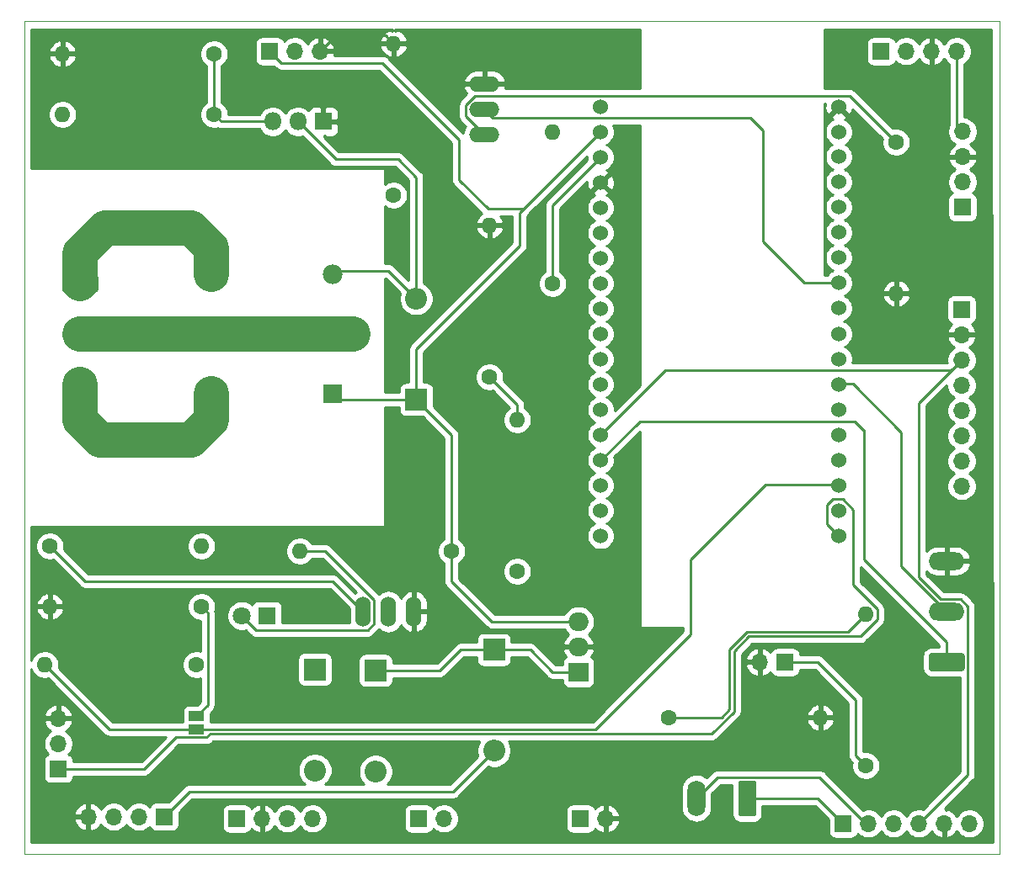
<source format=gbr>
%TF.GenerationSoftware,KiCad,Pcbnew,5.1.5+dfsg1-2build2*%
%TF.CreationDate,2020-10-22T23:20:21-04:00*%
%TF.ProjectId,Projeto_placa,50726f6a-6574-46f5-9f70-6c6163612e6b,rev?*%
%TF.SameCoordinates,Original*%
%TF.FileFunction,Copper,L1,Top*%
%TF.FilePolarity,Positive*%
%FSLAX46Y46*%
G04 Gerber Fmt 4.6, Leading zero omitted, Abs format (unit mm)*
G04 Created by KiCad (PCBNEW 5.1.5+dfsg1-2build2) date 2020-10-22 23:20:21*
%MOMM*%
%LPD*%
G04 APERTURE LIST*
%TA.AperFunction,Profile*%
%ADD10C,0.050000*%
%TD*%
%TA.AperFunction,ComponentPad*%
%ADD11O,1.700000X1.700000*%
%TD*%
%TA.AperFunction,ComponentPad*%
%ADD12R,1.700000X1.700000*%
%TD*%
%TA.AperFunction,ComponentPad*%
%ADD13C,1.800000*%
%TD*%
%TA.AperFunction,ComponentPad*%
%ADD14R,1.800000X1.800000*%
%TD*%
%TA.AperFunction,ComponentPad*%
%ADD15O,2.200000X2.200000*%
%TD*%
%TA.AperFunction,ComponentPad*%
%ADD16R,2.200000X2.200000*%
%TD*%
%TA.AperFunction,ComponentPad*%
%ADD17O,1.800000X3.600000*%
%TD*%
%TA.AperFunction,ComponentPad*%
%ADD18C,0.100000*%
%TD*%
%TA.AperFunction,ComponentPad*%
%ADD19O,3.600000X1.800000*%
%TD*%
%TA.AperFunction,SMDPad,CuDef*%
%ADD20R,1.500000X1.000000*%
%TD*%
%TA.AperFunction,ComponentPad*%
%ADD21O,1.600000X1.600000*%
%TD*%
%TA.AperFunction,ComponentPad*%
%ADD22C,1.600000*%
%TD*%
%TA.AperFunction,ComponentPad*%
%ADD23O,1.800000X1.800000*%
%TD*%
%TA.AperFunction,ComponentPad*%
%ADD24O,2.000000X1.905000*%
%TD*%
%TA.AperFunction,ComponentPad*%
%ADD25R,2.000000X1.905000*%
%TD*%
%TA.AperFunction,ComponentPad*%
%ADD26C,1.524000*%
%TD*%
%TA.AperFunction,ComponentPad*%
%ADD27C,1.980000*%
%TD*%
%TA.AperFunction,ComponentPad*%
%ADD28C,1.935000*%
%TD*%
%TA.AperFunction,ComponentPad*%
%ADD29R,1.980000X1.980000*%
%TD*%
%TA.AperFunction,ComponentPad*%
%ADD30O,1.524000X3.048000*%
%TD*%
%TA.AperFunction,ComponentPad*%
%ADD31O,3.048000X1.524000*%
%TD*%
%TA.AperFunction,Conductor*%
%ADD32C,0.250000*%
%TD*%
%TA.AperFunction,Conductor*%
%ADD33C,3.590000*%
%TD*%
%TA.AperFunction,Conductor*%
%ADD34C,0.254000*%
%TD*%
G04 APERTURE END LIST*
D10*
X72644000Y-29464000D02*
X72644000Y-113284000D01*
X170688000Y-29464000D02*
X72644000Y-29464000D01*
X170688000Y-113284000D02*
X170688000Y-29464000D01*
X72644000Y-113284000D02*
X170688000Y-113284000D01*
D11*
%TO.P,J9,8*%
%TO.N,Net-(J9-Pad8)*%
X166852600Y-76276200D03*
%TO.P,J9,7*%
%TO.N,Net-(J9-Pad7)*%
X166852600Y-73736200D03*
%TO.P,J9,6*%
%TO.N,Net-(J9-Pad6)*%
X166852600Y-71196200D03*
%TO.P,J9,5*%
%TO.N,Net-(J9-Pad5)*%
X166852600Y-68656200D03*
%TO.P,J9,4*%
%TO.N,I2C_SDA*%
X166852600Y-66116200D03*
%TO.P,J9,3*%
%TO.N,I2C_SCL*%
X166852600Y-63576200D03*
%TO.P,J9,2*%
%TO.N,GND*%
X166852600Y-61036200D03*
D12*
%TO.P,J9,1*%
%TO.N,+3V3*%
X166852600Y-58496200D03*
%TD*%
D13*
%TO.P,D1,2*%
%TO.N,Net-(D1-Pad2)*%
X94472760Y-89321640D03*
D14*
%TO.P,D1,1*%
%TO.N,Net-(D1-Pad1)*%
X97012760Y-89321640D03*
%TD*%
D15*
%TO.P,D2,2*%
%TO.N,Net-(D2-Pad2)*%
X112014000Y-57404000D03*
D16*
%TO.P,D2,1*%
%TO.N,+5V*%
X112014000Y-67564000D03*
%TD*%
D11*
%TO.P,J1,2*%
%TO.N,GND*%
X131064000Y-109728000D03*
D12*
%TO.P,J1,1*%
%TO.N,VBAT*%
X128524000Y-109728000D03*
%TD*%
D11*
%TO.P,J2,3*%
%TO.N,GND*%
X102362000Y-32512000D03*
%TO.P,J2,2*%
%TO.N,+3V3*%
X99822000Y-32512000D03*
D12*
%TO.P,J2,1*%
%TO.N,+5V*%
X97282000Y-32512000D03*
%TD*%
D11*
%TO.P,J3,3*%
%TO.N,GND*%
X76032360Y-99634040D03*
%TO.P,J3,2*%
%TO.N,UART_EXT_RX*%
X76032360Y-102174040D03*
D12*
%TO.P,J3,1*%
%TO.N,UART_EXT_TX*%
X76032360Y-104714040D03*
%TD*%
D11*
%TO.P,J4,4*%
%TO.N,+3V3*%
X166370000Y-32512000D03*
%TO.P,J4,3*%
%TO.N,GND*%
X163830000Y-32512000D03*
%TO.P,J4,2*%
%TO.N,I2C_SCL*%
X161290000Y-32512000D03*
D12*
%TO.P,J4,1*%
%TO.N,I2C_SDA*%
X158750000Y-32512000D03*
%TD*%
D11*
%TO.P,J5,4*%
%TO.N,+3V3*%
X166941500Y-40589200D03*
%TO.P,J5,3*%
%TO.N,GND*%
X166941500Y-43129200D03*
%TO.P,J5,2*%
%TO.N,I2C_SCL*%
X166941500Y-45669200D03*
D12*
%TO.P,J5,1*%
%TO.N,I2C_SDA*%
X166941500Y-48209200D03*
%TD*%
D11*
%TO.P,J6,4*%
%TO.N,Net-(J6-Pad4)*%
X101600000Y-109728000D03*
%TO.P,J6,3*%
%TO.N,MQ2_DOUT_5V*%
X99060000Y-109728000D03*
%TO.P,J6,2*%
%TO.N,GND*%
X96520000Y-109728000D03*
D12*
%TO.P,J6,1*%
%TO.N,+5V*%
X93980000Y-109728000D03*
%TD*%
D11*
%TO.P,J7,2*%
%TO.N,REED_SW_5V*%
X114808000Y-109728000D03*
D12*
%TO.P,J7,1*%
%TO.N,+5V*%
X112268000Y-109728000D03*
%TD*%
D11*
%TO.P,J8,6*%
%TO.N,+3V3*%
X167640000Y-110236000D03*
%TO.P,J8,5*%
%TO.N,GND*%
X165100000Y-110236000D03*
%TO.P,J8,4*%
%TO.N,I2C_SCL*%
X162560000Y-110236000D03*
%TO.P,J8,3*%
%TO.N,I2C_SDA*%
X160020000Y-110236000D03*
%TO.P,J8,2*%
%TO.N,Net-(J10-Pad2)*%
X157480000Y-110236000D03*
D12*
%TO.P,J8,1*%
%TO.N,Net-(J10-Pad1)*%
X154940000Y-110236000D03*
%TD*%
D17*
%TO.P,J10,2*%
%TO.N,Net-(J10-Pad2)*%
X140208000Y-107696000D03*
%TA.AperFunction,ComponentPad*%
D18*
%TO.P,J10,1*%
%TO.N,Net-(J10-Pad1)*%
G36*
X145962504Y-105897204D02*
G01*
X145986773Y-105900804D01*
X146010571Y-105906765D01*
X146033671Y-105915030D01*
X146055849Y-105925520D01*
X146076893Y-105938133D01*
X146096598Y-105952747D01*
X146114777Y-105969223D01*
X146131253Y-105987402D01*
X146145867Y-106007107D01*
X146158480Y-106028151D01*
X146168970Y-106050329D01*
X146177235Y-106073429D01*
X146183196Y-106097227D01*
X146186796Y-106121496D01*
X146188000Y-106146000D01*
X146188000Y-109246000D01*
X146186796Y-109270504D01*
X146183196Y-109294773D01*
X146177235Y-109318571D01*
X146168970Y-109341671D01*
X146158480Y-109363849D01*
X146145867Y-109384893D01*
X146131253Y-109404598D01*
X146114777Y-109422777D01*
X146096598Y-109439253D01*
X146076893Y-109453867D01*
X146055849Y-109466480D01*
X146033671Y-109476970D01*
X146010571Y-109485235D01*
X145986773Y-109491196D01*
X145962504Y-109494796D01*
X145938000Y-109496000D01*
X144638000Y-109496000D01*
X144613496Y-109494796D01*
X144589227Y-109491196D01*
X144565429Y-109485235D01*
X144542329Y-109476970D01*
X144520151Y-109466480D01*
X144499107Y-109453867D01*
X144479402Y-109439253D01*
X144461223Y-109422777D01*
X144444747Y-109404598D01*
X144430133Y-109384893D01*
X144417520Y-109363849D01*
X144407030Y-109341671D01*
X144398765Y-109318571D01*
X144392804Y-109294773D01*
X144389204Y-109270504D01*
X144388000Y-109246000D01*
X144388000Y-106146000D01*
X144389204Y-106121496D01*
X144392804Y-106097227D01*
X144398765Y-106073429D01*
X144407030Y-106050329D01*
X144417520Y-106028151D01*
X144430133Y-106007107D01*
X144444747Y-105987402D01*
X144461223Y-105969223D01*
X144479402Y-105952747D01*
X144499107Y-105938133D01*
X144520151Y-105925520D01*
X144542329Y-105915030D01*
X144565429Y-105906765D01*
X144589227Y-105900804D01*
X144613496Y-105897204D01*
X144638000Y-105896000D01*
X145938000Y-105896000D01*
X145962504Y-105897204D01*
G37*
%TD.AperFunction*%
%TD*%
D19*
%TO.P,J11,3*%
%TO.N,GND*%
X165354000Y-83820000D03*
%TO.P,J11,2*%
%TO.N,ANALOG_2*%
X165354000Y-88900000D03*
%TA.AperFunction,ComponentPad*%
D18*
%TO.P,J11,1*%
%TO.N,ANALOG_1*%
G36*
X166928504Y-93081204D02*
G01*
X166952773Y-93084804D01*
X166976571Y-93090765D01*
X166999671Y-93099030D01*
X167021849Y-93109520D01*
X167042893Y-93122133D01*
X167062598Y-93136747D01*
X167080777Y-93153223D01*
X167097253Y-93171402D01*
X167111867Y-93191107D01*
X167124480Y-93212151D01*
X167134970Y-93234329D01*
X167143235Y-93257429D01*
X167149196Y-93281227D01*
X167152796Y-93305496D01*
X167154000Y-93330000D01*
X167154000Y-94630000D01*
X167152796Y-94654504D01*
X167149196Y-94678773D01*
X167143235Y-94702571D01*
X167134970Y-94725671D01*
X167124480Y-94747849D01*
X167111867Y-94768893D01*
X167097253Y-94788598D01*
X167080777Y-94806777D01*
X167062598Y-94823253D01*
X167042893Y-94837867D01*
X167021849Y-94850480D01*
X166999671Y-94860970D01*
X166976571Y-94869235D01*
X166952773Y-94875196D01*
X166928504Y-94878796D01*
X166904000Y-94880000D01*
X163804000Y-94880000D01*
X163779496Y-94878796D01*
X163755227Y-94875196D01*
X163731429Y-94869235D01*
X163708329Y-94860970D01*
X163686151Y-94850480D01*
X163665107Y-94837867D01*
X163645402Y-94823253D01*
X163627223Y-94806777D01*
X163610747Y-94788598D01*
X163596133Y-94768893D01*
X163583520Y-94747849D01*
X163573030Y-94725671D01*
X163564765Y-94702571D01*
X163558804Y-94678773D01*
X163555204Y-94654504D01*
X163554000Y-94630000D01*
X163554000Y-93330000D01*
X163555204Y-93305496D01*
X163558804Y-93281227D01*
X163564765Y-93257429D01*
X163573030Y-93234329D01*
X163583520Y-93212151D01*
X163596133Y-93191107D01*
X163610747Y-93171402D01*
X163627223Y-93153223D01*
X163645402Y-93136747D01*
X163665107Y-93122133D01*
X163686151Y-93109520D01*
X163708329Y-93099030D01*
X163731429Y-93090765D01*
X163755227Y-93084804D01*
X163779496Y-93081204D01*
X163804000Y-93080000D01*
X166904000Y-93080000D01*
X166928504Y-93081204D01*
G37*
%TD.AperFunction*%
%TD*%
D11*
%TO.P,J12,2*%
%TO.N,GND*%
X146558000Y-93980000D03*
D12*
%TO.P,J12,1*%
%TO.N,VBAT*%
X149098000Y-93980000D03*
%TD*%
D19*
%TO.P,J13,3*%
%TO.N,Net-(J13-Pad3)*%
X78232000Y-66040000D03*
%TO.P,J13,2*%
%TO.N,Net-(J13-Pad2)*%
X78232000Y-60960000D03*
%TA.AperFunction,ComponentPad*%
D18*
%TO.P,J13,1*%
%TO.N,Net-(J13-Pad1)*%
G36*
X79806504Y-54981204D02*
G01*
X79830773Y-54984804D01*
X79854571Y-54990765D01*
X79877671Y-54999030D01*
X79899849Y-55009520D01*
X79920893Y-55022133D01*
X79940598Y-55036747D01*
X79958777Y-55053223D01*
X79975253Y-55071402D01*
X79989867Y-55091107D01*
X80002480Y-55112151D01*
X80012970Y-55134329D01*
X80021235Y-55157429D01*
X80027196Y-55181227D01*
X80030796Y-55205496D01*
X80032000Y-55230000D01*
X80032000Y-56530000D01*
X80030796Y-56554504D01*
X80027196Y-56578773D01*
X80021235Y-56602571D01*
X80012970Y-56625671D01*
X80002480Y-56647849D01*
X79989867Y-56668893D01*
X79975253Y-56688598D01*
X79958777Y-56706777D01*
X79940598Y-56723253D01*
X79920893Y-56737867D01*
X79899849Y-56750480D01*
X79877671Y-56760970D01*
X79854571Y-56769235D01*
X79830773Y-56775196D01*
X79806504Y-56778796D01*
X79782000Y-56780000D01*
X76682000Y-56780000D01*
X76657496Y-56778796D01*
X76633227Y-56775196D01*
X76609429Y-56769235D01*
X76586329Y-56760970D01*
X76564151Y-56750480D01*
X76543107Y-56737867D01*
X76523402Y-56723253D01*
X76505223Y-56706777D01*
X76488747Y-56688598D01*
X76474133Y-56668893D01*
X76461520Y-56647849D01*
X76451030Y-56625671D01*
X76442765Y-56602571D01*
X76436804Y-56578773D01*
X76433204Y-56554504D01*
X76432000Y-56530000D01*
X76432000Y-55230000D01*
X76433204Y-55205496D01*
X76436804Y-55181227D01*
X76442765Y-55157429D01*
X76451030Y-55134329D01*
X76461520Y-55112151D01*
X76474133Y-55091107D01*
X76488747Y-55071402D01*
X76505223Y-55053223D01*
X76523402Y-55036747D01*
X76543107Y-55022133D01*
X76564151Y-55009520D01*
X76586329Y-54999030D01*
X76609429Y-54990765D01*
X76633227Y-54984804D01*
X76657496Y-54981204D01*
X76682000Y-54980000D01*
X79782000Y-54980000D01*
X79806504Y-54981204D01*
G37*
%TD.AperFunction*%
%TD*%
D20*
%TO.P,JP1,1*%
%TO.N,UART_EXT_RX_3V3*%
X89916000Y-100726000D03*
%TO.P,JP1,2*%
%TO.N,Net-(JP1-Pad2)*%
X89916000Y-99426000D03*
%TD*%
D21*
%TO.P,R1,2*%
%TO.N,ADC_BAT*%
X157226000Y-89154000D03*
D22*
%TO.P,R1,1*%
%TO.N,VBAT*%
X157226000Y-104394000D03*
%TD*%
D21*
%TO.P,R2,2*%
%TO.N,GND*%
X152654000Y-99568000D03*
D22*
%TO.P,R2,1*%
%TO.N,ADC_BAT*%
X137414000Y-99568000D03*
%TD*%
D21*
%TO.P,R3,2*%
%TO.N,LED_1*%
X90424000Y-82296000D03*
D22*
%TO.P,R3,1*%
%TO.N,Net-(Q1-Pad1)*%
X75184000Y-82296000D03*
%TD*%
D21*
%TO.P,R4,2*%
%TO.N,GND*%
X109728000Y-31750000D03*
D22*
%TO.P,R4,1*%
%TO.N,Net-(Q1-Pad1)*%
X109728000Y-46990000D03*
%TD*%
D21*
%TO.P,R5,2*%
%TO.N,Net-(D1-Pad2)*%
X100330000Y-82804000D03*
D22*
%TO.P,R5,1*%
%TO.N,+5V*%
X115570000Y-82804000D03*
%TD*%
D21*
%TO.P,R6,2*%
%TO.N,UART_EXT_RX_3V3*%
X74676000Y-94234000D03*
D22*
%TO.P,R6,1*%
%TO.N,UART_EXT_RX*%
X89916000Y-94234000D03*
%TD*%
D21*
%TO.P,R7,2*%
%TO.N,GND*%
X75184000Y-88392000D03*
D22*
%TO.P,R7,1*%
%TO.N,Net-(JP1-Pad2)*%
X90424000Y-88392000D03*
%TD*%
D21*
%TO.P,R8,2*%
%TO.N,RELAY*%
X76454000Y-38862000D03*
D22*
%TO.P,R8,1*%
%TO.N,Net-(Q2-Pad3)*%
X91694000Y-38862000D03*
%TD*%
D21*
%TO.P,R9,2*%
%TO.N,GND*%
X76454000Y-32766000D03*
D22*
%TO.P,R9,1*%
%TO.N,Net-(Q2-Pad3)*%
X91694000Y-32766000D03*
%TD*%
D21*
%TO.P,R11,2*%
%TO.N,MQ2_DOUT_3V3*%
X122174000Y-69596000D03*
D22*
%TO.P,R11,1*%
%TO.N,MQ2_DOUT_5V*%
X122174000Y-84836000D03*
%TD*%
D21*
%TO.P,R12,2*%
%TO.N,GND*%
X119380000Y-50038000D03*
D22*
%TO.P,R12,1*%
%TO.N,MQ2_DOUT_3V3*%
X119380000Y-65278000D03*
%TD*%
D21*
%TO.P,R13,2*%
%TO.N,GND*%
X160274000Y-56896000D03*
D22*
%TO.P,R13,1*%
%TO.N,REED_SW_5V*%
X160274000Y-41656000D03*
%TD*%
D21*
%TO.P,R14,2*%
%TO.N,REED_SW_3V3*%
X125730000Y-40640000D03*
D22*
%TO.P,R14,1*%
%TO.N,+3V3*%
X125730000Y-55880000D03*
%TD*%
D23*
%TO.P,Q2,3*%
%TO.N,Net-(Q2-Pad3)*%
X97586800Y-39585900D03*
%TO.P,Q2,2*%
%TO.N,Net-(D2-Pad2)*%
X100126800Y-39585900D03*
D14*
%TO.P,Q2,1*%
%TO.N,GND*%
X102666800Y-39585900D03*
%TD*%
D15*
%TO.P,D3,2*%
%TO.N,Net-(D3-Pad2)*%
X119837200Y-102880160D03*
D16*
%TO.P,D3,1*%
%TO.N,Net-(D3-Pad1)*%
X119837200Y-92720160D03*
%TD*%
D15*
%TO.P,D4,2*%
%TO.N,Net-(D4-Pad2)*%
X107929680Y-104988360D03*
D16*
%TO.P,D4,1*%
%TO.N,Net-(D3-Pad1)*%
X107929680Y-94828360D03*
%TD*%
D15*
%TO.P,D5,2*%
%TO.N,Net-(D5-Pad2)*%
X101833680Y-104866440D03*
D16*
%TO.P,D5,1*%
%TO.N,Net-(D3-Pad1)*%
X101833680Y-94706440D03*
%TD*%
D11*
%TO.P,J14,4*%
%TO.N,GND*%
X79049880Y-109540040D03*
%TO.P,J14,3*%
%TO.N,Net-(D5-Pad2)*%
X81589880Y-109540040D03*
%TO.P,J14,2*%
%TO.N,Net-(D4-Pad2)*%
X84129880Y-109540040D03*
D12*
%TO.P,J14,1*%
%TO.N,Net-(D3-Pad2)*%
X86669880Y-109540040D03*
%TD*%
D24*
%TO.P,U2,3*%
%TO.N,+5V*%
X128336040Y-89910920D03*
%TO.P,U2,2*%
%TO.N,GND*%
X128336040Y-92450920D03*
D25*
%TO.P,U2,1*%
%TO.N,Net-(D3-Pad1)*%
X128336040Y-94990920D03*
%TD*%
D26*
%TO.P,U1,36*%
%TO.N,GND*%
X154495500Y-38100000D03*
%TO.P,U1,35*%
%TO.N,+5V*%
X154495500Y-40640000D03*
%TO.P,U1,34*%
%TO.N,+3V3*%
X154495500Y-43116500D03*
%TO.P,U1,33*%
%TO.N,MQ2_DOUT_3V3*%
X154495500Y-45656500D03*
%TO.P,U1,32*%
%TO.N,Net-(U1-Pad32)*%
X154495500Y-48196500D03*
%TO.P,U1,31*%
%TO.N,Net-(U1-Pad31)*%
X154495500Y-50736500D03*
%TO.P,U1,30*%
%TO.N,Net-(U1-Pad30)*%
X154495500Y-53276500D03*
%TO.P,U1,29*%
%TO.N,REED_SW_3V3*%
X154495500Y-55816500D03*
%TO.P,U1,28*%
%TO.N,Net-(U1-Pad28)*%
X154495500Y-58356500D03*
%TO.P,U1,27*%
%TO.N,Net-(U1-Pad27)*%
X154495500Y-60960000D03*
%TO.P,U1,26*%
%TO.N,Net-(U1-Pad26)*%
X154495500Y-63500000D03*
%TO.P,U1,25*%
%TO.N,ANALOG_2*%
X154495500Y-66040000D03*
%TO.P,U1,24*%
%TO.N,Net-(U1-Pad24)*%
X154495500Y-68580000D03*
%TO.P,U1,23*%
%TO.N,Net-(U1-Pad23)*%
X154495500Y-71120000D03*
%TO.P,U1,22*%
%TO.N,Net-(U1-Pad22)*%
X154495500Y-73660000D03*
%TO.P,U1,21*%
%TO.N,UART_EXT_RX_3V3*%
X154495500Y-76200000D03*
%TO.P,U1,20*%
%TO.N,ADC_BAT*%
X154495500Y-78740000D03*
%TO.P,U1,19*%
%TO.N,UART_EXT_TX*%
X154495500Y-81280000D03*
%TO.P,U1,18*%
%TO.N,Net-(U1-Pad18)*%
X130556000Y-81280000D03*
%TO.P,U1,17*%
%TO.N,RELAY*%
X130556000Y-78740000D03*
%TO.P,U1,16*%
%TO.N,I2C_SDA*%
X130556000Y-76200000D03*
%TO.P,U1,15*%
%TO.N,ANALOG_1*%
X130556000Y-73660000D03*
%TO.P,U1,14*%
%TO.N,I2C_SCL*%
X130556000Y-71120000D03*
%TO.P,U1,13*%
%TO.N,Net-(U1-Pad13)*%
X130556000Y-68580000D03*
%TO.P,U1,12*%
%TO.N,Net-(U1-Pad12)*%
X130556000Y-66040000D03*
%TO.P,U1,11*%
%TO.N,LED_1*%
X130556000Y-63500000D03*
%TO.P,U1,10*%
%TO.N,Net-(U1-Pad10)*%
X130556000Y-60960000D03*
%TO.P,U1,9*%
%TO.N,Net-(U1-Pad9)*%
X130556000Y-58420000D03*
%TO.P,U1,8*%
%TO.N,Net-(U1-Pad8)*%
X130556000Y-55880000D03*
%TO.P,U1,7*%
%TO.N,Net-(U1-Pad7)*%
X130556000Y-53340000D03*
%TO.P,U1,6*%
%TO.N,Net-(U1-Pad6)*%
X130556000Y-50800000D03*
%TO.P,U1,5*%
%TO.N,Net-(U1-Pad5)*%
X130556000Y-48260000D03*
%TO.P,U1,4*%
%TO.N,GND*%
X130556000Y-45720000D03*
%TO.P,U1,3*%
%TO.N,+3V3*%
X130556000Y-43180000D03*
%TO.P,U1,2*%
%TO.N,+5V*%
X130556000Y-40640000D03*
%TO.P,U1,1*%
%TO.N,GND*%
X130556000Y-38100000D03*
%TD*%
D27*
%TO.P,K1,NC*%
%TO.N,Net-(J13-Pad3)*%
X91436000Y-66960000D03*
%TO.P,K1,NO*%
%TO.N,Net-(J13-Pad1)*%
X91436000Y-54960000D03*
%TO.P,K1,A2*%
%TO.N,Net-(D2-Pad2)*%
X103636000Y-54960000D03*
D28*
%TO.P,K1,COM*%
%TO.N,Net-(J13-Pad2)*%
X105636000Y-60960000D03*
D29*
%TO.P,K1,A1*%
%TO.N,+5V*%
X103636000Y-66960000D03*
%TD*%
D30*
%TO.P,Q1,3*%
%TO.N,GND*%
X111760000Y-88900000D03*
%TO.P,Q1,2*%
%TO.N,Net-(D1-Pad1)*%
X109220000Y-88900000D03*
%TO.P,Q1,1*%
%TO.N,Net-(Q1-Pad1)*%
X106680000Y-88900000D03*
%TD*%
D31*
%TO.P,Q3,3*%
%TO.N,GND*%
X118872000Y-35814000D03*
%TO.P,Q3,2*%
%TO.N,REED_SW_3V3*%
X118872000Y-38354000D03*
%TO.P,Q3,1*%
%TO.N,REED_SW_5V*%
X118872000Y-40894000D03*
%TD*%
D32*
%TO.N,Net-(D1-Pad2)*%
X102883264Y-82804000D02*
X100330000Y-82804000D01*
X107767010Y-87687746D02*
X102883264Y-82804000D01*
X107767010Y-90112254D02*
X107767010Y-87687746D01*
X107130254Y-90749010D02*
X107767010Y-90112254D01*
X95900130Y-90749010D02*
X107130254Y-90749010D01*
X94472760Y-89321640D02*
X95900130Y-90749010D01*
%TO.N,+5V*%
X104240000Y-67564000D02*
X103636000Y-66960000D01*
X112014000Y-67564000D02*
X104240000Y-67564000D01*
X115570000Y-71120000D02*
X112014000Y-67564000D01*
X115570000Y-82804000D02*
X115570000Y-71120000D01*
X112014000Y-67564000D02*
X112014000Y-62484000D01*
X112014000Y-62484000D02*
X122428000Y-52070000D01*
X122428000Y-52070000D02*
X122428000Y-48768000D01*
X98457001Y-33687001D02*
X108617001Y-33687001D01*
X97282000Y-32512000D02*
X98457001Y-33687001D01*
X108617001Y-33687001D02*
X116332000Y-41402000D01*
X116332000Y-41402000D02*
X116332000Y-45466000D01*
X119253000Y-48387000D02*
X122809000Y-48387000D01*
X116332000Y-45466000D02*
X119253000Y-48387000D01*
X122809000Y-48387000D02*
X130556000Y-40640000D01*
X122428000Y-48768000D02*
X122809000Y-48387000D01*
X115570000Y-82804000D02*
X115570000Y-85877400D01*
X119603520Y-89910920D02*
X128336040Y-89910920D01*
X115570000Y-85877400D02*
X119603520Y-89910920D01*
%TO.N,Net-(D2-Pad2)*%
X103986000Y-54610000D02*
X103636000Y-54960000D01*
X109220000Y-54610000D02*
X103986000Y-54610000D01*
X109220000Y-54610000D02*
X112014000Y-57404000D01*
X100126800Y-39585900D02*
X103911400Y-43370500D01*
X103911400Y-43370500D02*
X110197900Y-43370500D01*
X112014000Y-45186600D02*
X112014000Y-57404000D01*
X110197900Y-43370500D02*
X112014000Y-45186600D01*
%TO.N,VBAT*%
X149098000Y-93980000D02*
X152400000Y-93980000D01*
X152400000Y-93980000D02*
X156210000Y-97790000D01*
X156210000Y-103378000D02*
X157226000Y-104394000D01*
X156210000Y-97790000D02*
X156210000Y-103378000D01*
%TO.N,GND*%
X152654000Y-99568000D02*
X150622000Y-99568000D01*
X146558000Y-95504000D02*
X146558000Y-93980000D01*
X150622000Y-99568000D02*
X146558000Y-95504000D01*
X103923999Y-30950001D02*
X102362000Y-32512000D01*
X108928001Y-30950001D02*
X103923999Y-30950001D01*
X109728000Y-31750000D02*
X108928001Y-30950001D01*
%TO.N,+3V3*%
X125730000Y-48006000D02*
X125730000Y-55880000D01*
X130556000Y-43180000D02*
X125730000Y-48006000D01*
X166370000Y-40017700D02*
X166941500Y-40589200D01*
X166370000Y-32512000D02*
X166370000Y-40017700D01*
%TO.N,UART_EXT_TX*%
X153294199Y-78167439D02*
X153294199Y-80142199D01*
X153294199Y-80142199D02*
X154381200Y-81229200D01*
X145474400Y-91382010D02*
X156662992Y-91382010D01*
X155956000Y-78655238D02*
X154902961Y-77602199D01*
X143960010Y-98953402D02*
X143960010Y-92896400D01*
X143960010Y-92896400D02*
X145474400Y-91382010D01*
X158351001Y-88613999D02*
X155956000Y-86218998D01*
X156662992Y-91382010D02*
X158351001Y-89694001D01*
X141737403Y-101176009D02*
X143960010Y-98953402D01*
X158351001Y-89694001D02*
X158351001Y-88613999D01*
X155956000Y-86218998D02*
X155956000Y-78655238D01*
X154902961Y-77602199D02*
X153859439Y-77602199D01*
X153859439Y-77602199D02*
X153294199Y-78167439D01*
X76032360Y-104714040D02*
X84663280Y-104714040D01*
X84663280Y-104714040D02*
X87826319Y-101551001D01*
X90926001Y-101551001D02*
X91300993Y-101176009D01*
X91300993Y-101176009D02*
X91869071Y-101176009D01*
X87826319Y-101551001D02*
X90926001Y-101551001D01*
X91869071Y-101176009D02*
X141737403Y-101176009D01*
X91609991Y-101176009D02*
X91869071Y-101176009D01*
%TO.N,I2C_SCL*%
X164765400Y-87674990D02*
X162560000Y-85469590D01*
X162560000Y-85469590D02*
X162560000Y-67868800D01*
X166761415Y-87674990D02*
X164765400Y-87674990D01*
X162560000Y-67868800D02*
X166852600Y-63576200D01*
X167479010Y-88392585D02*
X166761415Y-87674990D01*
X167479010Y-105316990D02*
X167479010Y-88392585D01*
X162560000Y-110236000D02*
X167479010Y-105316990D01*
X130556000Y-71120000D02*
X137033000Y-64643000D01*
X165785800Y-64643000D02*
X166852600Y-63576200D01*
X137033000Y-64643000D02*
X165785800Y-64643000D01*
%TO.N,REED_SW_5V*%
X117913737Y-37012999D02*
X155630999Y-37012999D01*
X155630999Y-37012999D02*
X160274000Y-41656000D01*
X117022990Y-37903746D02*
X117913737Y-37012999D01*
X117022990Y-39044990D02*
X117022990Y-37903746D01*
X118872000Y-40894000D02*
X117022990Y-39044990D01*
%TO.N,Net-(J10-Pad1)*%
X152400000Y-107696000D02*
X154940000Y-110236000D01*
X145288000Y-107696000D02*
X152400000Y-107696000D01*
%TO.N,Net-(J10-Pad2)*%
X152559992Y-105570990D02*
X157480000Y-110490998D01*
X142333010Y-105570990D02*
X152559992Y-105570990D01*
X140208000Y-107696000D02*
X142333010Y-105570990D01*
X157480000Y-110490998D02*
X157480000Y-110236000D01*
%TO.N,ANALOG_1*%
X165354000Y-93980000D02*
X165354000Y-91948000D01*
X165354000Y-91948000D02*
X157043001Y-83637001D01*
X157043001Y-83637001D02*
X157043001Y-70598239D01*
X157043001Y-70598239D02*
X156958239Y-70598239D01*
X156958239Y-70598239D02*
X156095700Y-69735700D01*
X134480300Y-69735700D02*
X130556000Y-73660000D01*
X156095700Y-69735700D02*
X134480300Y-69735700D01*
%TO.N,ANALOG_2*%
X160782000Y-84328000D02*
X165354000Y-88900000D01*
X160782000Y-70866000D02*
X160782000Y-84328000D01*
X155905200Y-65989200D02*
X160782000Y-70866000D01*
X154381200Y-65989200D02*
X155905200Y-65989200D01*
D33*
%TO.N,Net-(J13-Pad3)*%
X91436000Y-66960000D02*
X91436000Y-69600000D01*
X91436000Y-69600000D02*
X89408000Y-71628000D01*
X89408000Y-71628000D02*
X80264000Y-71628000D01*
X78232000Y-69596000D02*
X78232000Y-66040000D01*
X80264000Y-71628000D02*
X78232000Y-69596000D01*
%TO.N,Net-(J13-Pad2)*%
X105636000Y-60960000D02*
X78232000Y-60960000D01*
%TO.N,Net-(J13-Pad1)*%
X91436000Y-54960000D02*
X91436000Y-52320000D01*
X91436000Y-52320000D02*
X89408000Y-50292000D01*
X89408000Y-50292000D02*
X80772000Y-50292000D01*
X78232000Y-52832000D02*
X78232000Y-55880000D01*
X80772000Y-50292000D02*
X78232000Y-52832000D01*
D32*
%TO.N,Net-(JP1-Pad2)*%
X91041001Y-89009001D02*
X90424000Y-88392000D01*
X91041001Y-98300999D02*
X91041001Y-89009001D01*
X89916000Y-99426000D02*
X91041001Y-98300999D01*
%TO.N,UART_EXT_RX_3V3*%
X81168000Y-100726000D02*
X89916000Y-100726000D01*
X74676000Y-94234000D02*
X81168000Y-100726000D01*
X147116800Y-76149200D02*
X146945350Y-76320650D01*
X154381200Y-76149200D02*
X147116800Y-76149200D01*
X146945350Y-76320650D02*
X147066000Y-76200000D01*
X139588240Y-83677760D02*
X146945350Y-76320650D01*
X139588240Y-91191080D02*
X139588240Y-83677760D01*
X130053320Y-100726000D02*
X139588240Y-91191080D01*
X89916000Y-100726000D02*
X130053320Y-100726000D01*
%TO.N,Net-(Q1-Pad1)*%
X106680000Y-88900000D02*
X103632000Y-85852000D01*
X78740000Y-85852000D02*
X75184000Y-82296000D01*
X103632000Y-85852000D02*
X78740000Y-85852000D01*
%TO.N,REED_SW_3V3*%
X154432000Y-55880000D02*
X154381200Y-55829200D01*
X146875500Y-51689000D02*
X151015700Y-55829200D01*
X151015700Y-55829200D02*
X154381200Y-55829200D01*
X145574901Y-39187001D02*
X146875500Y-40487600D01*
X146875500Y-40487600D02*
X146875500Y-51689000D01*
X119705001Y-39187001D02*
X145574901Y-39187001D01*
X118872000Y-38354000D02*
X119705001Y-39187001D01*
%TO.N,ADC_BAT*%
X142709002Y-99568000D02*
X143510000Y-98767002D01*
X137414000Y-99568000D02*
X142709002Y-99568000D01*
X143510000Y-98767002D02*
X143510000Y-92710000D01*
X143510000Y-92710000D02*
X145288000Y-90932000D01*
X155448000Y-90932000D02*
X157226000Y-89154000D01*
X145288000Y-90932000D02*
X155448000Y-90932000D01*
X154381200Y-78689200D02*
X154381200Y-79339202D01*
%TO.N,MQ2_DOUT_3V3*%
X122174000Y-68072000D02*
X119380000Y-65278000D01*
X122174000Y-69596000D02*
X122174000Y-68072000D01*
%TO.N,Net-(Q2-Pad3)*%
X91694000Y-32766000D02*
X91694000Y-38862000D01*
X92417900Y-39585900D02*
X91694000Y-38862000D01*
X97586800Y-39585900D02*
X92417900Y-39585900D01*
%TO.N,Net-(D3-Pad1)*%
X107929680Y-94828360D02*
X114391440Y-94828360D01*
X116499640Y-92720160D02*
X119837200Y-92720160D01*
X114391440Y-94828360D02*
X116499640Y-92720160D01*
X119837200Y-92720160D02*
X123464320Y-92720160D01*
X125735080Y-94990920D02*
X127638670Y-94990920D01*
X123464320Y-92720160D02*
X125735080Y-94990920D01*
%TO.N,Net-(D3-Pad2)*%
X86669880Y-109540040D02*
X89174320Y-107035600D01*
X115681760Y-107035600D02*
X119837200Y-102880160D01*
X89174320Y-107035600D02*
X115681760Y-107035600D01*
%TD*%
D34*
%TO.N,GND*%
G36*
X170028000Y-104192986D02*
G01*
X170028000Y-112141000D01*
X73304000Y-112141000D01*
X73304000Y-109896931D01*
X77608399Y-109896931D01*
X77705723Y-110171292D01*
X77854702Y-110421395D01*
X78049611Y-110637628D01*
X78282960Y-110811681D01*
X78545781Y-110936865D01*
X78692990Y-110981516D01*
X78922880Y-110860195D01*
X78922880Y-109667040D01*
X77729066Y-109667040D01*
X77608399Y-109896931D01*
X73304000Y-109896931D01*
X73304000Y-109183149D01*
X77608399Y-109183149D01*
X77729066Y-109413040D01*
X78922880Y-109413040D01*
X78922880Y-108219885D01*
X78692990Y-108098564D01*
X78545781Y-108143215D01*
X78282960Y-108268399D01*
X78049611Y-108442452D01*
X77854702Y-108658685D01*
X77705723Y-108908788D01*
X77608399Y-109183149D01*
X73304000Y-109183149D01*
X73304000Y-99277150D01*
X74590884Y-99277150D01*
X74712205Y-99507040D01*
X75905360Y-99507040D01*
X75905360Y-98313226D01*
X76159360Y-98313226D01*
X76159360Y-99507040D01*
X77352515Y-99507040D01*
X77473836Y-99277150D01*
X77429185Y-99129941D01*
X77304001Y-98867120D01*
X77129948Y-98633771D01*
X76913715Y-98438862D01*
X76663612Y-98289883D01*
X76389251Y-98192559D01*
X76159360Y-98313226D01*
X75905360Y-98313226D01*
X75675469Y-98192559D01*
X75401108Y-98289883D01*
X75151005Y-98438862D01*
X74934772Y-98633771D01*
X74760719Y-98867120D01*
X74635535Y-99129941D01*
X74590884Y-99277150D01*
X73304000Y-99277150D01*
X73304000Y-94671533D01*
X73404320Y-94913727D01*
X73561363Y-95148759D01*
X73761241Y-95348637D01*
X73996273Y-95505680D01*
X74257426Y-95613853D01*
X74534665Y-95669000D01*
X74817335Y-95669000D01*
X74999886Y-95632688D01*
X80604205Y-101237008D01*
X80627999Y-101266001D01*
X80656992Y-101289795D01*
X80656996Y-101289799D01*
X80699882Y-101324994D01*
X80743724Y-101360974D01*
X80875753Y-101431546D01*
X81019014Y-101475003D01*
X81130667Y-101486000D01*
X81130676Y-101486000D01*
X81167999Y-101489676D01*
X81205322Y-101486000D01*
X86816518Y-101486000D01*
X84348479Y-103954040D01*
X77520432Y-103954040D01*
X77520432Y-103864040D01*
X77508172Y-103739558D01*
X77471862Y-103619860D01*
X77412897Y-103509546D01*
X77333545Y-103412855D01*
X77236854Y-103333503D01*
X77126540Y-103274538D01*
X77053980Y-103252527D01*
X77185835Y-103120672D01*
X77348350Y-102877451D01*
X77460292Y-102607198D01*
X77517360Y-102320300D01*
X77517360Y-102027780D01*
X77460292Y-101740882D01*
X77348350Y-101470629D01*
X77185835Y-101227408D01*
X76978992Y-101020565D01*
X76796826Y-100898845D01*
X76913715Y-100829218D01*
X77129948Y-100634309D01*
X77304001Y-100400960D01*
X77429185Y-100138139D01*
X77473836Y-99990930D01*
X77352515Y-99761040D01*
X76159360Y-99761040D01*
X76159360Y-99781040D01*
X75905360Y-99781040D01*
X75905360Y-99761040D01*
X74712205Y-99761040D01*
X74590884Y-99990930D01*
X74635535Y-100138139D01*
X74760719Y-100400960D01*
X74934772Y-100634309D01*
X75151005Y-100829218D01*
X75267894Y-100898845D01*
X75085728Y-101020565D01*
X74878885Y-101227408D01*
X74716370Y-101470629D01*
X74604428Y-101740882D01*
X74547360Y-102027780D01*
X74547360Y-102320300D01*
X74604428Y-102607198D01*
X74716370Y-102877451D01*
X74878885Y-103120672D01*
X75010740Y-103252527D01*
X74938180Y-103274538D01*
X74827866Y-103333503D01*
X74731175Y-103412855D01*
X74651823Y-103509546D01*
X74592858Y-103619860D01*
X74556548Y-103739558D01*
X74544288Y-103864040D01*
X74544288Y-105564040D01*
X74556548Y-105688522D01*
X74592858Y-105808220D01*
X74651823Y-105918534D01*
X74731175Y-106015225D01*
X74827866Y-106094577D01*
X74938180Y-106153542D01*
X75057878Y-106189852D01*
X75182360Y-106202112D01*
X76882360Y-106202112D01*
X77006842Y-106189852D01*
X77126540Y-106153542D01*
X77236854Y-106094577D01*
X77333545Y-106015225D01*
X77412897Y-105918534D01*
X77471862Y-105808220D01*
X77508172Y-105688522D01*
X77520432Y-105564040D01*
X77520432Y-105474040D01*
X84625958Y-105474040D01*
X84663280Y-105477716D01*
X84700602Y-105474040D01*
X84700613Y-105474040D01*
X84812266Y-105463043D01*
X84955527Y-105419586D01*
X85087556Y-105349014D01*
X85203281Y-105254041D01*
X85227084Y-105225037D01*
X88141121Y-102311001D01*
X90888679Y-102311001D01*
X90926001Y-102314677D01*
X90963323Y-102311001D01*
X90963334Y-102311001D01*
X91074987Y-102300004D01*
X91218248Y-102256547D01*
X91350277Y-102185975D01*
X91466002Y-102091002D01*
X91489805Y-102061998D01*
X91615794Y-101936009D01*
X118381394Y-101936009D01*
X118299663Y-102058329D01*
X118168875Y-102374079D01*
X118102200Y-102709277D01*
X118102200Y-103051043D01*
X118168875Y-103386241D01*
X118194486Y-103448072D01*
X115366959Y-106275600D01*
X109096101Y-106275600D01*
X109277343Y-106094358D01*
X109467217Y-105810191D01*
X109598005Y-105494441D01*
X109664680Y-105159243D01*
X109664680Y-104817477D01*
X109598005Y-104482279D01*
X109467217Y-104166529D01*
X109277343Y-103882362D01*
X109035678Y-103640697D01*
X108751511Y-103450823D01*
X108435761Y-103320035D01*
X108100563Y-103253360D01*
X107758797Y-103253360D01*
X107423599Y-103320035D01*
X107107849Y-103450823D01*
X106823682Y-103640697D01*
X106582017Y-103882362D01*
X106392143Y-104166529D01*
X106261355Y-104482279D01*
X106194680Y-104817477D01*
X106194680Y-105159243D01*
X106261355Y-105494441D01*
X106392143Y-105810191D01*
X106582017Y-106094358D01*
X106763259Y-106275600D01*
X102847641Y-106275600D01*
X102939678Y-106214103D01*
X103181343Y-105972438D01*
X103371217Y-105688271D01*
X103502005Y-105372521D01*
X103568680Y-105037323D01*
X103568680Y-104695557D01*
X103502005Y-104360359D01*
X103371217Y-104044609D01*
X103181343Y-103760442D01*
X102939678Y-103518777D01*
X102655511Y-103328903D01*
X102339761Y-103198115D01*
X102004563Y-103131440D01*
X101662797Y-103131440D01*
X101327599Y-103198115D01*
X101011849Y-103328903D01*
X100727682Y-103518777D01*
X100486017Y-103760442D01*
X100296143Y-104044609D01*
X100165355Y-104360359D01*
X100098680Y-104695557D01*
X100098680Y-105037323D01*
X100165355Y-105372521D01*
X100296143Y-105688271D01*
X100486017Y-105972438D01*
X100727682Y-106214103D01*
X100819719Y-106275600D01*
X89211642Y-106275600D01*
X89174319Y-106271924D01*
X89136997Y-106275600D01*
X89136987Y-106275600D01*
X89025334Y-106286597D01*
X88882073Y-106330054D01*
X88750043Y-106400626D01*
X88666403Y-106469268D01*
X88634319Y-106495599D01*
X88610521Y-106524597D01*
X87083151Y-108051968D01*
X85819880Y-108051968D01*
X85695398Y-108064228D01*
X85575700Y-108100538D01*
X85465386Y-108159503D01*
X85368695Y-108238855D01*
X85289343Y-108335546D01*
X85230378Y-108445860D01*
X85208367Y-108518420D01*
X85076512Y-108386565D01*
X84833291Y-108224050D01*
X84563038Y-108112108D01*
X84276140Y-108055040D01*
X83983620Y-108055040D01*
X83696722Y-108112108D01*
X83426469Y-108224050D01*
X83183248Y-108386565D01*
X82976405Y-108593408D01*
X82859880Y-108767800D01*
X82743355Y-108593408D01*
X82536512Y-108386565D01*
X82293291Y-108224050D01*
X82023038Y-108112108D01*
X81736140Y-108055040D01*
X81443620Y-108055040D01*
X81156722Y-108112108D01*
X80886469Y-108224050D01*
X80643248Y-108386565D01*
X80436405Y-108593408D01*
X80314685Y-108775574D01*
X80245058Y-108658685D01*
X80050149Y-108442452D01*
X79816800Y-108268399D01*
X79553979Y-108143215D01*
X79406770Y-108098564D01*
X79176880Y-108219885D01*
X79176880Y-109413040D01*
X79196880Y-109413040D01*
X79196880Y-109667040D01*
X79176880Y-109667040D01*
X79176880Y-110860195D01*
X79406770Y-110981516D01*
X79553979Y-110936865D01*
X79816800Y-110811681D01*
X80050149Y-110637628D01*
X80245058Y-110421395D01*
X80314685Y-110304506D01*
X80436405Y-110486672D01*
X80643248Y-110693515D01*
X80886469Y-110856030D01*
X81156722Y-110967972D01*
X81443620Y-111025040D01*
X81736140Y-111025040D01*
X82023038Y-110967972D01*
X82293291Y-110856030D01*
X82536512Y-110693515D01*
X82743355Y-110486672D01*
X82859880Y-110312280D01*
X82976405Y-110486672D01*
X83183248Y-110693515D01*
X83426469Y-110856030D01*
X83696722Y-110967972D01*
X83983620Y-111025040D01*
X84276140Y-111025040D01*
X84563038Y-110967972D01*
X84833291Y-110856030D01*
X85076512Y-110693515D01*
X85208367Y-110561660D01*
X85230378Y-110634220D01*
X85289343Y-110744534D01*
X85368695Y-110841225D01*
X85465386Y-110920577D01*
X85575700Y-110979542D01*
X85695398Y-111015852D01*
X85819880Y-111028112D01*
X87519880Y-111028112D01*
X87644362Y-111015852D01*
X87764060Y-110979542D01*
X87874374Y-110920577D01*
X87971065Y-110841225D01*
X88050417Y-110744534D01*
X88109382Y-110634220D01*
X88145692Y-110514522D01*
X88157952Y-110390040D01*
X88157952Y-109126769D01*
X88406721Y-108878000D01*
X92491928Y-108878000D01*
X92491928Y-110578000D01*
X92504188Y-110702482D01*
X92540498Y-110822180D01*
X92599463Y-110932494D01*
X92678815Y-111029185D01*
X92775506Y-111108537D01*
X92885820Y-111167502D01*
X93005518Y-111203812D01*
X93130000Y-111216072D01*
X94830000Y-111216072D01*
X94954482Y-111203812D01*
X95074180Y-111167502D01*
X95184494Y-111108537D01*
X95281185Y-111029185D01*
X95360537Y-110932494D01*
X95419502Y-110822180D01*
X95443966Y-110741534D01*
X95519731Y-110825588D01*
X95753080Y-110999641D01*
X96015901Y-111124825D01*
X96163110Y-111169476D01*
X96393000Y-111048155D01*
X96393000Y-109855000D01*
X96373000Y-109855000D01*
X96373000Y-109601000D01*
X96393000Y-109601000D01*
X96393000Y-108407845D01*
X96647000Y-108407845D01*
X96647000Y-109601000D01*
X96667000Y-109601000D01*
X96667000Y-109855000D01*
X96647000Y-109855000D01*
X96647000Y-111048155D01*
X96876890Y-111169476D01*
X97024099Y-111124825D01*
X97286920Y-110999641D01*
X97520269Y-110825588D01*
X97715178Y-110609355D01*
X97784805Y-110492466D01*
X97906525Y-110674632D01*
X98113368Y-110881475D01*
X98356589Y-111043990D01*
X98626842Y-111155932D01*
X98913740Y-111213000D01*
X99206260Y-111213000D01*
X99493158Y-111155932D01*
X99763411Y-111043990D01*
X100006632Y-110881475D01*
X100213475Y-110674632D01*
X100330000Y-110500240D01*
X100446525Y-110674632D01*
X100653368Y-110881475D01*
X100896589Y-111043990D01*
X101166842Y-111155932D01*
X101453740Y-111213000D01*
X101746260Y-111213000D01*
X102033158Y-111155932D01*
X102303411Y-111043990D01*
X102546632Y-110881475D01*
X102753475Y-110674632D01*
X102915990Y-110431411D01*
X103027932Y-110161158D01*
X103085000Y-109874260D01*
X103085000Y-109581740D01*
X103027932Y-109294842D01*
X102915990Y-109024589D01*
X102818043Y-108878000D01*
X110779928Y-108878000D01*
X110779928Y-110578000D01*
X110792188Y-110702482D01*
X110828498Y-110822180D01*
X110887463Y-110932494D01*
X110966815Y-111029185D01*
X111063506Y-111108537D01*
X111173820Y-111167502D01*
X111293518Y-111203812D01*
X111418000Y-111216072D01*
X113118000Y-111216072D01*
X113242482Y-111203812D01*
X113362180Y-111167502D01*
X113472494Y-111108537D01*
X113569185Y-111029185D01*
X113648537Y-110932494D01*
X113707502Y-110822180D01*
X113729513Y-110749620D01*
X113861368Y-110881475D01*
X114104589Y-111043990D01*
X114374842Y-111155932D01*
X114661740Y-111213000D01*
X114954260Y-111213000D01*
X115241158Y-111155932D01*
X115511411Y-111043990D01*
X115754632Y-110881475D01*
X115961475Y-110674632D01*
X116123990Y-110431411D01*
X116235932Y-110161158D01*
X116293000Y-109874260D01*
X116293000Y-109581740D01*
X116235932Y-109294842D01*
X116123990Y-109024589D01*
X116026043Y-108878000D01*
X127035928Y-108878000D01*
X127035928Y-110578000D01*
X127048188Y-110702482D01*
X127084498Y-110822180D01*
X127143463Y-110932494D01*
X127222815Y-111029185D01*
X127319506Y-111108537D01*
X127429820Y-111167502D01*
X127549518Y-111203812D01*
X127674000Y-111216072D01*
X129374000Y-111216072D01*
X129498482Y-111203812D01*
X129618180Y-111167502D01*
X129728494Y-111108537D01*
X129825185Y-111029185D01*
X129904537Y-110932494D01*
X129963502Y-110822180D01*
X129987966Y-110741534D01*
X130063731Y-110825588D01*
X130297080Y-110999641D01*
X130559901Y-111124825D01*
X130707110Y-111169476D01*
X130937000Y-111048155D01*
X130937000Y-109855000D01*
X131191000Y-109855000D01*
X131191000Y-111048155D01*
X131420890Y-111169476D01*
X131568099Y-111124825D01*
X131830920Y-110999641D01*
X132064269Y-110825588D01*
X132259178Y-110609355D01*
X132408157Y-110359252D01*
X132505481Y-110084891D01*
X132384814Y-109855000D01*
X131191000Y-109855000D01*
X130937000Y-109855000D01*
X130917000Y-109855000D01*
X130917000Y-109601000D01*
X130937000Y-109601000D01*
X130937000Y-108407845D01*
X131191000Y-108407845D01*
X131191000Y-109601000D01*
X132384814Y-109601000D01*
X132505481Y-109371109D01*
X132408157Y-109096748D01*
X132259178Y-108846645D01*
X132064269Y-108630412D01*
X131830920Y-108456359D01*
X131568099Y-108331175D01*
X131420890Y-108286524D01*
X131191000Y-108407845D01*
X130937000Y-108407845D01*
X130707110Y-108286524D01*
X130559901Y-108331175D01*
X130297080Y-108456359D01*
X130063731Y-108630412D01*
X129987966Y-108714466D01*
X129963502Y-108633820D01*
X129904537Y-108523506D01*
X129825185Y-108426815D01*
X129728494Y-108347463D01*
X129618180Y-108288498D01*
X129498482Y-108252188D01*
X129374000Y-108239928D01*
X127674000Y-108239928D01*
X127549518Y-108252188D01*
X127429820Y-108288498D01*
X127319506Y-108347463D01*
X127222815Y-108426815D01*
X127143463Y-108523506D01*
X127084498Y-108633820D01*
X127048188Y-108753518D01*
X127035928Y-108878000D01*
X116026043Y-108878000D01*
X115961475Y-108781368D01*
X115754632Y-108574525D01*
X115511411Y-108412010D01*
X115241158Y-108300068D01*
X114954260Y-108243000D01*
X114661740Y-108243000D01*
X114374842Y-108300068D01*
X114104589Y-108412010D01*
X113861368Y-108574525D01*
X113729513Y-108706380D01*
X113707502Y-108633820D01*
X113648537Y-108523506D01*
X113569185Y-108426815D01*
X113472494Y-108347463D01*
X113362180Y-108288498D01*
X113242482Y-108252188D01*
X113118000Y-108239928D01*
X111418000Y-108239928D01*
X111293518Y-108252188D01*
X111173820Y-108288498D01*
X111063506Y-108347463D01*
X110966815Y-108426815D01*
X110887463Y-108523506D01*
X110828498Y-108633820D01*
X110792188Y-108753518D01*
X110779928Y-108878000D01*
X102818043Y-108878000D01*
X102753475Y-108781368D01*
X102546632Y-108574525D01*
X102303411Y-108412010D01*
X102033158Y-108300068D01*
X101746260Y-108243000D01*
X101453740Y-108243000D01*
X101166842Y-108300068D01*
X100896589Y-108412010D01*
X100653368Y-108574525D01*
X100446525Y-108781368D01*
X100330000Y-108955760D01*
X100213475Y-108781368D01*
X100006632Y-108574525D01*
X99763411Y-108412010D01*
X99493158Y-108300068D01*
X99206260Y-108243000D01*
X98913740Y-108243000D01*
X98626842Y-108300068D01*
X98356589Y-108412010D01*
X98113368Y-108574525D01*
X97906525Y-108781368D01*
X97784805Y-108963534D01*
X97715178Y-108846645D01*
X97520269Y-108630412D01*
X97286920Y-108456359D01*
X97024099Y-108331175D01*
X96876890Y-108286524D01*
X96647000Y-108407845D01*
X96393000Y-108407845D01*
X96163110Y-108286524D01*
X96015901Y-108331175D01*
X95753080Y-108456359D01*
X95519731Y-108630412D01*
X95443966Y-108714466D01*
X95419502Y-108633820D01*
X95360537Y-108523506D01*
X95281185Y-108426815D01*
X95184494Y-108347463D01*
X95074180Y-108288498D01*
X94954482Y-108252188D01*
X94830000Y-108239928D01*
X93130000Y-108239928D01*
X93005518Y-108252188D01*
X92885820Y-108288498D01*
X92775506Y-108347463D01*
X92678815Y-108426815D01*
X92599463Y-108523506D01*
X92540498Y-108633820D01*
X92504188Y-108753518D01*
X92491928Y-108878000D01*
X88406721Y-108878000D01*
X89489122Y-107795600D01*
X115644438Y-107795600D01*
X115681760Y-107799276D01*
X115719082Y-107795600D01*
X115719093Y-107795600D01*
X115830746Y-107784603D01*
X115974007Y-107741146D01*
X116106036Y-107670574D01*
X116221761Y-107575601D01*
X116245564Y-107546597D01*
X119269288Y-104522874D01*
X119331119Y-104548485D01*
X119666317Y-104615160D01*
X120008083Y-104615160D01*
X120343281Y-104548485D01*
X120659031Y-104417697D01*
X120943198Y-104227823D01*
X121184863Y-103986158D01*
X121374737Y-103701991D01*
X121505525Y-103386241D01*
X121572200Y-103051043D01*
X121572200Y-102709277D01*
X121505525Y-102374079D01*
X121374737Y-102058329D01*
X121293006Y-101936009D01*
X141700081Y-101936009D01*
X141737403Y-101939685D01*
X141774725Y-101936009D01*
X141774736Y-101936009D01*
X141886389Y-101925012D01*
X142029650Y-101881555D01*
X142161679Y-101810983D01*
X142277404Y-101716010D01*
X142301207Y-101687006D01*
X144071174Y-99917039D01*
X151262096Y-99917039D01*
X151302754Y-100051087D01*
X151422963Y-100305420D01*
X151590481Y-100531414D01*
X151798869Y-100720385D01*
X152040119Y-100865070D01*
X152304960Y-100959909D01*
X152527000Y-100838624D01*
X152527000Y-99695000D01*
X152781000Y-99695000D01*
X152781000Y-100838624D01*
X153003040Y-100959909D01*
X153267881Y-100865070D01*
X153509131Y-100720385D01*
X153717519Y-100531414D01*
X153885037Y-100305420D01*
X154005246Y-100051087D01*
X154045904Y-99917039D01*
X153923915Y-99695000D01*
X152781000Y-99695000D01*
X152527000Y-99695000D01*
X151384085Y-99695000D01*
X151262096Y-99917039D01*
X144071174Y-99917039D01*
X144471014Y-99517200D01*
X144500011Y-99493403D01*
X144543017Y-99441000D01*
X144594984Y-99377679D01*
X144665556Y-99245649D01*
X144665556Y-99245648D01*
X144673651Y-99218961D01*
X151262096Y-99218961D01*
X151384085Y-99441000D01*
X152527000Y-99441000D01*
X152527000Y-98297376D01*
X152781000Y-98297376D01*
X152781000Y-99441000D01*
X153923915Y-99441000D01*
X154045904Y-99218961D01*
X154005246Y-99084913D01*
X153885037Y-98830580D01*
X153717519Y-98604586D01*
X153509131Y-98415615D01*
X153267881Y-98270930D01*
X153003040Y-98176091D01*
X152781000Y-98297376D01*
X152527000Y-98297376D01*
X152304960Y-98176091D01*
X152040119Y-98270930D01*
X151798869Y-98415615D01*
X151590481Y-98604586D01*
X151422963Y-98830580D01*
X151302754Y-99084913D01*
X151262096Y-99218961D01*
X144673651Y-99218961D01*
X144709013Y-99102388D01*
X144720010Y-98990735D01*
X144720010Y-98990725D01*
X144723686Y-98953402D01*
X144720010Y-98916079D01*
X144720010Y-94336891D01*
X145116519Y-94336891D01*
X145213843Y-94611252D01*
X145362822Y-94861355D01*
X145557731Y-95077588D01*
X145791080Y-95251641D01*
X146053901Y-95376825D01*
X146201110Y-95421476D01*
X146431000Y-95300155D01*
X146431000Y-94107000D01*
X145237186Y-94107000D01*
X145116519Y-94336891D01*
X144720010Y-94336891D01*
X144720010Y-93623109D01*
X145116519Y-93623109D01*
X145237186Y-93853000D01*
X146431000Y-93853000D01*
X146431000Y-92659845D01*
X146685000Y-92659845D01*
X146685000Y-93853000D01*
X146705000Y-93853000D01*
X146705000Y-94107000D01*
X146685000Y-94107000D01*
X146685000Y-95300155D01*
X146914890Y-95421476D01*
X147062099Y-95376825D01*
X147324920Y-95251641D01*
X147558269Y-95077588D01*
X147634034Y-94993534D01*
X147658498Y-95074180D01*
X147717463Y-95184494D01*
X147796815Y-95281185D01*
X147893506Y-95360537D01*
X148003820Y-95419502D01*
X148123518Y-95455812D01*
X148248000Y-95468072D01*
X149948000Y-95468072D01*
X150072482Y-95455812D01*
X150192180Y-95419502D01*
X150302494Y-95360537D01*
X150399185Y-95281185D01*
X150478537Y-95184494D01*
X150537502Y-95074180D01*
X150573812Y-94954482D01*
X150586072Y-94830000D01*
X150586072Y-94740000D01*
X152085199Y-94740000D01*
X155450000Y-98104802D01*
X155450001Y-103340668D01*
X155446324Y-103378000D01*
X155450001Y-103415333D01*
X155460190Y-103518777D01*
X155460998Y-103526985D01*
X155504454Y-103670246D01*
X155575026Y-103802276D01*
X155625715Y-103864040D01*
X155670000Y-103918001D01*
X155698998Y-103941799D01*
X155827312Y-104070113D01*
X155791000Y-104252665D01*
X155791000Y-104535335D01*
X155846147Y-104812574D01*
X155954320Y-105073727D01*
X156111363Y-105308759D01*
X156311241Y-105508637D01*
X156546273Y-105665680D01*
X156807426Y-105773853D01*
X157084665Y-105829000D01*
X157367335Y-105829000D01*
X157644574Y-105773853D01*
X157905727Y-105665680D01*
X158140759Y-105508637D01*
X158340637Y-105308759D01*
X158497680Y-105073727D01*
X158605853Y-104812574D01*
X158661000Y-104535335D01*
X158661000Y-104252665D01*
X158605853Y-103975426D01*
X158497680Y-103714273D01*
X158340637Y-103479241D01*
X158140759Y-103279363D01*
X157905727Y-103122320D01*
X157644574Y-103014147D01*
X157367335Y-102959000D01*
X157084665Y-102959000D01*
X156970000Y-102981809D01*
X156970000Y-97827325D01*
X156973676Y-97790000D01*
X156970000Y-97752675D01*
X156970000Y-97752667D01*
X156959003Y-97641014D01*
X156915546Y-97497753D01*
X156844974Y-97365724D01*
X156750001Y-97249999D01*
X156721004Y-97226202D01*
X152963804Y-93469003D01*
X152940001Y-93439999D01*
X152824276Y-93345026D01*
X152692247Y-93274454D01*
X152548986Y-93230997D01*
X152437333Y-93220000D01*
X152437322Y-93220000D01*
X152400000Y-93216324D01*
X152362678Y-93220000D01*
X150586072Y-93220000D01*
X150586072Y-93130000D01*
X150573812Y-93005518D01*
X150537502Y-92885820D01*
X150478537Y-92775506D01*
X150399185Y-92678815D01*
X150302494Y-92599463D01*
X150192180Y-92540498D01*
X150072482Y-92504188D01*
X149948000Y-92491928D01*
X148248000Y-92491928D01*
X148123518Y-92504188D01*
X148003820Y-92540498D01*
X147893506Y-92599463D01*
X147796815Y-92678815D01*
X147717463Y-92775506D01*
X147658498Y-92885820D01*
X147634034Y-92966466D01*
X147558269Y-92882412D01*
X147324920Y-92708359D01*
X147062099Y-92583175D01*
X146914890Y-92538524D01*
X146685000Y-92659845D01*
X146431000Y-92659845D01*
X146201110Y-92538524D01*
X146053901Y-92583175D01*
X145791080Y-92708359D01*
X145557731Y-92882412D01*
X145362822Y-93098645D01*
X145213843Y-93348748D01*
X145116519Y-93623109D01*
X144720010Y-93623109D01*
X144720010Y-93211201D01*
X145789202Y-92142010D01*
X156625670Y-92142010D01*
X156662992Y-92145686D01*
X156700314Y-92142010D01*
X156700325Y-92142010D01*
X156811978Y-92131013D01*
X156955239Y-92087556D01*
X157087268Y-92016984D01*
X157202993Y-91922011D01*
X157226796Y-91893007D01*
X158862005Y-90257799D01*
X158891002Y-90234002D01*
X158985975Y-90118277D01*
X159056547Y-89986248D01*
X159100004Y-89842987D01*
X159111001Y-89731334D01*
X159111001Y-89731325D01*
X159114677Y-89694002D01*
X159111001Y-89656679D01*
X159111001Y-88651322D01*
X159114677Y-88613999D01*
X159111001Y-88576676D01*
X159111001Y-88576666D01*
X159100004Y-88465013D01*
X159056547Y-88321752D01*
X159026212Y-88265000D01*
X158985975Y-88189722D01*
X158914800Y-88102996D01*
X158891002Y-88073998D01*
X158862004Y-88050200D01*
X156716000Y-85904197D01*
X156716000Y-84384801D01*
X164594001Y-92262803D01*
X164594001Y-92441928D01*
X163804000Y-92441928D01*
X163630746Y-92458992D01*
X163464150Y-92509528D01*
X163310614Y-92591595D01*
X163176038Y-92702038D01*
X163065595Y-92836614D01*
X162983528Y-92990150D01*
X162932992Y-93156746D01*
X162915928Y-93330000D01*
X162915928Y-94630000D01*
X162932992Y-94803254D01*
X162983528Y-94969850D01*
X163065595Y-95123386D01*
X163176038Y-95257962D01*
X163310614Y-95368405D01*
X163464150Y-95450472D01*
X163630746Y-95501008D01*
X163804000Y-95518072D01*
X166719011Y-95518072D01*
X166719010Y-105002188D01*
X162926408Y-108794791D01*
X162706260Y-108751000D01*
X162413740Y-108751000D01*
X162126842Y-108808068D01*
X161856589Y-108920010D01*
X161613368Y-109082525D01*
X161406525Y-109289368D01*
X161290000Y-109463760D01*
X161173475Y-109289368D01*
X160966632Y-109082525D01*
X160723411Y-108920010D01*
X160453158Y-108808068D01*
X160166260Y-108751000D01*
X159873740Y-108751000D01*
X159586842Y-108808068D01*
X159316589Y-108920010D01*
X159073368Y-109082525D01*
X158866525Y-109289368D01*
X158750000Y-109463760D01*
X158633475Y-109289368D01*
X158426632Y-109082525D01*
X158183411Y-108920010D01*
X157913158Y-108808068D01*
X157626260Y-108751000D01*
X157333740Y-108751000D01*
X157046842Y-108808068D01*
X156923119Y-108859315D01*
X153123796Y-105059993D01*
X153099993Y-105030989D01*
X152984268Y-104936016D01*
X152852239Y-104865444D01*
X152708978Y-104821987D01*
X152597325Y-104810990D01*
X152597314Y-104810990D01*
X152559992Y-104807314D01*
X152522670Y-104810990D01*
X142370333Y-104810990D01*
X142333010Y-104807314D01*
X142295687Y-104810990D01*
X142295677Y-104810990D01*
X142184024Y-104821987D01*
X142048738Y-104863025D01*
X142040763Y-104865444D01*
X141908733Y-104936016D01*
X141882191Y-104957799D01*
X141793009Y-105030989D01*
X141769211Y-105059987D01*
X141202652Y-105626546D01*
X141064927Y-105513519D01*
X140798261Y-105370983D01*
X140508913Y-105283210D01*
X140208000Y-105253573D01*
X139907088Y-105283210D01*
X139617740Y-105370983D01*
X139351074Y-105513519D01*
X139117340Y-105705339D01*
X138925520Y-105939073D01*
X138782984Y-106205739D01*
X138695211Y-106495087D01*
X138673000Y-106720592D01*
X138673000Y-108671407D01*
X138695210Y-108896912D01*
X138782983Y-109186260D01*
X138925519Y-109452926D01*
X139117339Y-109686661D01*
X139351073Y-109878481D01*
X139617739Y-110021017D01*
X139907087Y-110108790D01*
X140208000Y-110138427D01*
X140508912Y-110108790D01*
X140798260Y-110021017D01*
X141064926Y-109878481D01*
X141298661Y-109686661D01*
X141490481Y-109452927D01*
X141633017Y-109186261D01*
X141720790Y-108896913D01*
X141743000Y-108671408D01*
X141743000Y-107235801D01*
X142647812Y-106330990D01*
X143749928Y-106330990D01*
X143749928Y-109246000D01*
X143766992Y-109419254D01*
X143817528Y-109585850D01*
X143899595Y-109739386D01*
X144010038Y-109873962D01*
X144144614Y-109984405D01*
X144298150Y-110066472D01*
X144464746Y-110117008D01*
X144638000Y-110134072D01*
X145938000Y-110134072D01*
X146111254Y-110117008D01*
X146277850Y-110066472D01*
X146431386Y-109984405D01*
X146565962Y-109873962D01*
X146676405Y-109739386D01*
X146758472Y-109585850D01*
X146809008Y-109419254D01*
X146826072Y-109246000D01*
X146826072Y-108456000D01*
X152085199Y-108456000D01*
X153451928Y-109822730D01*
X153451928Y-111086000D01*
X153464188Y-111210482D01*
X153500498Y-111330180D01*
X153559463Y-111440494D01*
X153638815Y-111537185D01*
X153735506Y-111616537D01*
X153845820Y-111675502D01*
X153965518Y-111711812D01*
X154090000Y-111724072D01*
X155790000Y-111724072D01*
X155914482Y-111711812D01*
X156034180Y-111675502D01*
X156144494Y-111616537D01*
X156241185Y-111537185D01*
X156320537Y-111440494D01*
X156379502Y-111330180D01*
X156401513Y-111257620D01*
X156533368Y-111389475D01*
X156776589Y-111551990D01*
X157046842Y-111663932D01*
X157333740Y-111721000D01*
X157626260Y-111721000D01*
X157913158Y-111663932D01*
X158183411Y-111551990D01*
X158426632Y-111389475D01*
X158633475Y-111182632D01*
X158750000Y-111008240D01*
X158866525Y-111182632D01*
X159073368Y-111389475D01*
X159316589Y-111551990D01*
X159586842Y-111663932D01*
X159873740Y-111721000D01*
X160166260Y-111721000D01*
X160453158Y-111663932D01*
X160723411Y-111551990D01*
X160966632Y-111389475D01*
X161173475Y-111182632D01*
X161290000Y-111008240D01*
X161406525Y-111182632D01*
X161613368Y-111389475D01*
X161856589Y-111551990D01*
X162126842Y-111663932D01*
X162413740Y-111721000D01*
X162706260Y-111721000D01*
X162993158Y-111663932D01*
X163263411Y-111551990D01*
X163506632Y-111389475D01*
X163713475Y-111182632D01*
X163835195Y-111000466D01*
X163904822Y-111117355D01*
X164099731Y-111333588D01*
X164333080Y-111507641D01*
X164595901Y-111632825D01*
X164743110Y-111677476D01*
X164973000Y-111556155D01*
X164973000Y-110363000D01*
X164953000Y-110363000D01*
X164953000Y-110109000D01*
X164973000Y-110109000D01*
X164973000Y-110089000D01*
X165227000Y-110089000D01*
X165227000Y-110109000D01*
X165247000Y-110109000D01*
X165247000Y-110363000D01*
X165227000Y-110363000D01*
X165227000Y-111556155D01*
X165456890Y-111677476D01*
X165604099Y-111632825D01*
X165866920Y-111507641D01*
X166100269Y-111333588D01*
X166295178Y-111117355D01*
X166364805Y-111000466D01*
X166486525Y-111182632D01*
X166693368Y-111389475D01*
X166936589Y-111551990D01*
X167206842Y-111663932D01*
X167493740Y-111721000D01*
X167786260Y-111721000D01*
X168073158Y-111663932D01*
X168343411Y-111551990D01*
X168586632Y-111389475D01*
X168793475Y-111182632D01*
X168955990Y-110939411D01*
X169067932Y-110669158D01*
X169125000Y-110382260D01*
X169125000Y-110089740D01*
X169067932Y-109802842D01*
X168955990Y-109532589D01*
X168793475Y-109289368D01*
X168586632Y-109082525D01*
X168343411Y-108920010D01*
X168073158Y-108808068D01*
X167786260Y-108751000D01*
X167493740Y-108751000D01*
X167206842Y-108808068D01*
X166936589Y-108920010D01*
X166693368Y-109082525D01*
X166486525Y-109289368D01*
X166364805Y-109471534D01*
X166295178Y-109354645D01*
X166100269Y-109138412D01*
X165866920Y-108964359D01*
X165604099Y-108839175D01*
X165456890Y-108794524D01*
X165227002Y-108915844D01*
X165227002Y-108751000D01*
X165119801Y-108751000D01*
X167990014Y-105880788D01*
X168019011Y-105856991D01*
X168113984Y-105741266D01*
X168184556Y-105609237D01*
X168228013Y-105465976D01*
X168239010Y-105354323D01*
X168239010Y-105354315D01*
X168242686Y-105316990D01*
X168239010Y-105279665D01*
X168239010Y-88429918D01*
X168242687Y-88392585D01*
X168228013Y-88243599D01*
X168184556Y-88100338D01*
X168113984Y-87968309D01*
X168042809Y-87881582D01*
X168019011Y-87852584D01*
X167990012Y-87828786D01*
X167325218Y-87163992D01*
X167301416Y-87134989D01*
X167185691Y-87040016D01*
X167053662Y-86969444D01*
X166910401Y-86925987D01*
X166798748Y-86914990D01*
X166798737Y-86914990D01*
X166761415Y-86911314D01*
X166724093Y-86914990D01*
X165080202Y-86914990D01*
X163320000Y-85154789D01*
X163320000Y-84855548D01*
X163495604Y-85025748D01*
X163749249Y-85189554D01*
X164029977Y-85300729D01*
X164327000Y-85355000D01*
X165227000Y-85355000D01*
X165227000Y-83947000D01*
X165481000Y-83947000D01*
X165481000Y-85355000D01*
X166381000Y-85355000D01*
X166678023Y-85300729D01*
X166958751Y-85189554D01*
X167212396Y-85025748D01*
X167429210Y-84815606D01*
X167600862Y-84567204D01*
X167720755Y-84290087D01*
X167745036Y-84184740D01*
X167624378Y-83947000D01*
X165481000Y-83947000D01*
X165227000Y-83947000D01*
X165207000Y-83947000D01*
X165207000Y-83693000D01*
X165227000Y-83693000D01*
X165227000Y-82285000D01*
X165481000Y-82285000D01*
X165481000Y-83693000D01*
X167624378Y-83693000D01*
X167745036Y-83455260D01*
X167720755Y-83349913D01*
X167600862Y-83072796D01*
X167429210Y-82824394D01*
X167212396Y-82614252D01*
X166958751Y-82450446D01*
X166678023Y-82339271D01*
X166381000Y-82285000D01*
X165481000Y-82285000D01*
X165227000Y-82285000D01*
X164327000Y-82285000D01*
X164029977Y-82339271D01*
X163749249Y-82450446D01*
X163495604Y-82614252D01*
X163320000Y-82784452D01*
X163320000Y-68183601D01*
X165367600Y-66136002D01*
X165367600Y-66262460D01*
X165424668Y-66549358D01*
X165536610Y-66819611D01*
X165699125Y-67062832D01*
X165905968Y-67269675D01*
X166080360Y-67386200D01*
X165905968Y-67502725D01*
X165699125Y-67709568D01*
X165536610Y-67952789D01*
X165424668Y-68223042D01*
X165367600Y-68509940D01*
X165367600Y-68802460D01*
X165424668Y-69089358D01*
X165536610Y-69359611D01*
X165699125Y-69602832D01*
X165905968Y-69809675D01*
X166080360Y-69926200D01*
X165905968Y-70042725D01*
X165699125Y-70249568D01*
X165536610Y-70492789D01*
X165424668Y-70763042D01*
X165367600Y-71049940D01*
X165367600Y-71342460D01*
X165424668Y-71629358D01*
X165536610Y-71899611D01*
X165699125Y-72142832D01*
X165905968Y-72349675D01*
X166080360Y-72466200D01*
X165905968Y-72582725D01*
X165699125Y-72789568D01*
X165536610Y-73032789D01*
X165424668Y-73303042D01*
X165367600Y-73589940D01*
X165367600Y-73882460D01*
X165424668Y-74169358D01*
X165536610Y-74439611D01*
X165699125Y-74682832D01*
X165905968Y-74889675D01*
X166080360Y-75006200D01*
X165905968Y-75122725D01*
X165699125Y-75329568D01*
X165536610Y-75572789D01*
X165424668Y-75843042D01*
X165367600Y-76129940D01*
X165367600Y-76422460D01*
X165424668Y-76709358D01*
X165536610Y-76979611D01*
X165699125Y-77222832D01*
X165905968Y-77429675D01*
X166149189Y-77592190D01*
X166419442Y-77704132D01*
X166706340Y-77761200D01*
X166998860Y-77761200D01*
X167285758Y-77704132D01*
X167556011Y-77592190D01*
X167799232Y-77429675D01*
X168006075Y-77222832D01*
X168168590Y-76979611D01*
X168280532Y-76709358D01*
X168337600Y-76422460D01*
X168337600Y-76129940D01*
X168280532Y-75843042D01*
X168168590Y-75572789D01*
X168006075Y-75329568D01*
X167799232Y-75122725D01*
X167624840Y-75006200D01*
X167799232Y-74889675D01*
X168006075Y-74682832D01*
X168168590Y-74439611D01*
X168280532Y-74169358D01*
X168337600Y-73882460D01*
X168337600Y-73589940D01*
X168280532Y-73303042D01*
X168168590Y-73032789D01*
X168006075Y-72789568D01*
X167799232Y-72582725D01*
X167624840Y-72466200D01*
X167799232Y-72349675D01*
X168006075Y-72142832D01*
X168168590Y-71899611D01*
X168280532Y-71629358D01*
X168337600Y-71342460D01*
X168337600Y-71049940D01*
X168280532Y-70763042D01*
X168168590Y-70492789D01*
X168006075Y-70249568D01*
X167799232Y-70042725D01*
X167624840Y-69926200D01*
X167799232Y-69809675D01*
X168006075Y-69602832D01*
X168168590Y-69359611D01*
X168280532Y-69089358D01*
X168337600Y-68802460D01*
X168337600Y-68509940D01*
X168280532Y-68223042D01*
X168168590Y-67952789D01*
X168006075Y-67709568D01*
X167799232Y-67502725D01*
X167624840Y-67386200D01*
X167799232Y-67269675D01*
X168006075Y-67062832D01*
X168168590Y-66819611D01*
X168280532Y-66549358D01*
X168337600Y-66262460D01*
X168337600Y-65969940D01*
X168280532Y-65683042D01*
X168168590Y-65412789D01*
X168006075Y-65169568D01*
X167799232Y-64962725D01*
X167624840Y-64846200D01*
X167799232Y-64729675D01*
X168006075Y-64522832D01*
X168168590Y-64279611D01*
X168280532Y-64009358D01*
X168337600Y-63722460D01*
X168337600Y-63429940D01*
X168280532Y-63143042D01*
X168168590Y-62872789D01*
X168006075Y-62629568D01*
X167799232Y-62422725D01*
X167617066Y-62301005D01*
X167733955Y-62231378D01*
X167950188Y-62036469D01*
X168124241Y-61803120D01*
X168249425Y-61540299D01*
X168294076Y-61393090D01*
X168172755Y-61163200D01*
X166979600Y-61163200D01*
X166979600Y-61183200D01*
X166725600Y-61183200D01*
X166725600Y-61163200D01*
X165532445Y-61163200D01*
X165411124Y-61393090D01*
X165455775Y-61540299D01*
X165580959Y-61803120D01*
X165755012Y-62036469D01*
X165971245Y-62231378D01*
X166088134Y-62301005D01*
X165905968Y-62422725D01*
X165699125Y-62629568D01*
X165536610Y-62872789D01*
X165424668Y-63143042D01*
X165367600Y-63429940D01*
X165367600Y-63722460D01*
X165399534Y-63883000D01*
X155843685Y-63883000D01*
X155892500Y-63637592D01*
X155892500Y-63362408D01*
X155838814Y-63092510D01*
X155733505Y-62838273D01*
X155580620Y-62609465D01*
X155386035Y-62414880D01*
X155157227Y-62261995D01*
X155079985Y-62230000D01*
X155157227Y-62198005D01*
X155386035Y-62045120D01*
X155580620Y-61850535D01*
X155733505Y-61621727D01*
X155838814Y-61367490D01*
X155892500Y-61097592D01*
X155892500Y-60822408D01*
X155838814Y-60552510D01*
X155733505Y-60298273D01*
X155580620Y-60069465D01*
X155386035Y-59874880D01*
X155157227Y-59721995D01*
X155003334Y-59658250D01*
X155157227Y-59594505D01*
X155386035Y-59441620D01*
X155580620Y-59247035D01*
X155733505Y-59018227D01*
X155838814Y-58763990D01*
X155892500Y-58494092D01*
X155892500Y-58218908D01*
X155838814Y-57949010D01*
X155733505Y-57694773D01*
X155580620Y-57465965D01*
X155386035Y-57271380D01*
X155346615Y-57245040D01*
X158882091Y-57245040D01*
X158976930Y-57509881D01*
X159121615Y-57751131D01*
X159310586Y-57959519D01*
X159536580Y-58127037D01*
X159790913Y-58247246D01*
X159924961Y-58287904D01*
X160147000Y-58165915D01*
X160147000Y-57023000D01*
X160401000Y-57023000D01*
X160401000Y-58165915D01*
X160623039Y-58287904D01*
X160757087Y-58247246D01*
X161011420Y-58127037D01*
X161237414Y-57959519D01*
X161426385Y-57751131D01*
X161489315Y-57646200D01*
X165364528Y-57646200D01*
X165364528Y-59346200D01*
X165376788Y-59470682D01*
X165413098Y-59590380D01*
X165472063Y-59700694D01*
X165551415Y-59797385D01*
X165648106Y-59876737D01*
X165758420Y-59935702D01*
X165839066Y-59960166D01*
X165755012Y-60035931D01*
X165580959Y-60269280D01*
X165455775Y-60532101D01*
X165411124Y-60679310D01*
X165532445Y-60909200D01*
X166725600Y-60909200D01*
X166725600Y-60889200D01*
X166979600Y-60889200D01*
X166979600Y-60909200D01*
X168172755Y-60909200D01*
X168294076Y-60679310D01*
X168249425Y-60532101D01*
X168124241Y-60269280D01*
X167950188Y-60035931D01*
X167866134Y-59960166D01*
X167946780Y-59935702D01*
X168057094Y-59876737D01*
X168153785Y-59797385D01*
X168233137Y-59700694D01*
X168292102Y-59590380D01*
X168328412Y-59470682D01*
X168340672Y-59346200D01*
X168340672Y-57646200D01*
X168328412Y-57521718D01*
X168292102Y-57402020D01*
X168233137Y-57291706D01*
X168153785Y-57195015D01*
X168057094Y-57115663D01*
X167946780Y-57056698D01*
X167827082Y-57020388D01*
X167702600Y-57008128D01*
X166002600Y-57008128D01*
X165878118Y-57020388D01*
X165758420Y-57056698D01*
X165648106Y-57115663D01*
X165551415Y-57195015D01*
X165472063Y-57291706D01*
X165413098Y-57402020D01*
X165376788Y-57521718D01*
X165364528Y-57646200D01*
X161489315Y-57646200D01*
X161571070Y-57509881D01*
X161665909Y-57245040D01*
X161544624Y-57023000D01*
X160401000Y-57023000D01*
X160147000Y-57023000D01*
X159003376Y-57023000D01*
X158882091Y-57245040D01*
X155346615Y-57245040D01*
X155157227Y-57118495D01*
X155079985Y-57086500D01*
X155157227Y-57054505D01*
X155386035Y-56901620D01*
X155580620Y-56707035D01*
X155687578Y-56546960D01*
X158882091Y-56546960D01*
X159003376Y-56769000D01*
X160147000Y-56769000D01*
X160147000Y-55626085D01*
X160401000Y-55626085D01*
X160401000Y-56769000D01*
X161544624Y-56769000D01*
X161665909Y-56546960D01*
X161571070Y-56282119D01*
X161426385Y-56040869D01*
X161237414Y-55832481D01*
X161011420Y-55664963D01*
X160757087Y-55544754D01*
X160623039Y-55504096D01*
X160401000Y-55626085D01*
X160147000Y-55626085D01*
X159924961Y-55504096D01*
X159790913Y-55544754D01*
X159536580Y-55664963D01*
X159310586Y-55832481D01*
X159121615Y-56040869D01*
X158976930Y-56282119D01*
X158882091Y-56546960D01*
X155687578Y-56546960D01*
X155733505Y-56478227D01*
X155838814Y-56223990D01*
X155892500Y-55954092D01*
X155892500Y-55678908D01*
X155838814Y-55409010D01*
X155733505Y-55154773D01*
X155580620Y-54925965D01*
X155386035Y-54731380D01*
X155157227Y-54578495D01*
X155079985Y-54546500D01*
X155157227Y-54514505D01*
X155386035Y-54361620D01*
X155580620Y-54167035D01*
X155733505Y-53938227D01*
X155838814Y-53683990D01*
X155892500Y-53414092D01*
X155892500Y-53138908D01*
X155838814Y-52869010D01*
X155733505Y-52614773D01*
X155580620Y-52385965D01*
X155386035Y-52191380D01*
X155157227Y-52038495D01*
X155079985Y-52006500D01*
X155157227Y-51974505D01*
X155386035Y-51821620D01*
X155580620Y-51627035D01*
X155733505Y-51398227D01*
X155838814Y-51143990D01*
X155892500Y-50874092D01*
X155892500Y-50598908D01*
X155838814Y-50329010D01*
X155733505Y-50074773D01*
X155580620Y-49845965D01*
X155386035Y-49651380D01*
X155157227Y-49498495D01*
X155079985Y-49466500D01*
X155157227Y-49434505D01*
X155386035Y-49281620D01*
X155580620Y-49087035D01*
X155733505Y-48858227D01*
X155838814Y-48603990D01*
X155892500Y-48334092D01*
X155892500Y-48058908D01*
X155838814Y-47789010D01*
X155733505Y-47534773D01*
X155616191Y-47359200D01*
X165453428Y-47359200D01*
X165453428Y-49059200D01*
X165465688Y-49183682D01*
X165501998Y-49303380D01*
X165560963Y-49413694D01*
X165640315Y-49510385D01*
X165737006Y-49589737D01*
X165847320Y-49648702D01*
X165967018Y-49685012D01*
X166091500Y-49697272D01*
X167791500Y-49697272D01*
X167915982Y-49685012D01*
X168035680Y-49648702D01*
X168145994Y-49589737D01*
X168242685Y-49510385D01*
X168322037Y-49413694D01*
X168381002Y-49303380D01*
X168417312Y-49183682D01*
X168429572Y-49059200D01*
X168429572Y-47359200D01*
X168417312Y-47234718D01*
X168381002Y-47115020D01*
X168322037Y-47004706D01*
X168242685Y-46908015D01*
X168145994Y-46828663D01*
X168035680Y-46769698D01*
X167963120Y-46747687D01*
X168094975Y-46615832D01*
X168257490Y-46372611D01*
X168369432Y-46102358D01*
X168426500Y-45815460D01*
X168426500Y-45522940D01*
X168369432Y-45236042D01*
X168257490Y-44965789D01*
X168094975Y-44722568D01*
X167888132Y-44515725D01*
X167705966Y-44394005D01*
X167822855Y-44324378D01*
X168039088Y-44129469D01*
X168213141Y-43896120D01*
X168338325Y-43633299D01*
X168382976Y-43486090D01*
X168261655Y-43256200D01*
X167068500Y-43256200D01*
X167068500Y-43276200D01*
X166814500Y-43276200D01*
X166814500Y-43256200D01*
X165621345Y-43256200D01*
X165500024Y-43486090D01*
X165544675Y-43633299D01*
X165669859Y-43896120D01*
X165843912Y-44129469D01*
X166060145Y-44324378D01*
X166177034Y-44394005D01*
X165994868Y-44515725D01*
X165788025Y-44722568D01*
X165625510Y-44965789D01*
X165513568Y-45236042D01*
X165456500Y-45522940D01*
X165456500Y-45815460D01*
X165513568Y-46102358D01*
X165625510Y-46372611D01*
X165788025Y-46615832D01*
X165919880Y-46747687D01*
X165847320Y-46769698D01*
X165737006Y-46828663D01*
X165640315Y-46908015D01*
X165560963Y-47004706D01*
X165501998Y-47115020D01*
X165465688Y-47234718D01*
X165453428Y-47359200D01*
X155616191Y-47359200D01*
X155580620Y-47305965D01*
X155386035Y-47111380D01*
X155157227Y-46958495D01*
X155079985Y-46926500D01*
X155157227Y-46894505D01*
X155386035Y-46741620D01*
X155580620Y-46547035D01*
X155733505Y-46318227D01*
X155838814Y-46063990D01*
X155892500Y-45794092D01*
X155892500Y-45518908D01*
X155838814Y-45249010D01*
X155733505Y-44994773D01*
X155580620Y-44765965D01*
X155386035Y-44571380D01*
X155157227Y-44418495D01*
X155079985Y-44386500D01*
X155157227Y-44354505D01*
X155386035Y-44201620D01*
X155580620Y-44007035D01*
X155733505Y-43778227D01*
X155838814Y-43523990D01*
X155892500Y-43254092D01*
X155892500Y-42978908D01*
X155838814Y-42709010D01*
X155733505Y-42454773D01*
X155580620Y-42225965D01*
X155386035Y-42031380D01*
X155157227Y-41878495D01*
X155156636Y-41878250D01*
X155157227Y-41878005D01*
X155386035Y-41725120D01*
X155580620Y-41530535D01*
X155733505Y-41301727D01*
X155838814Y-41047490D01*
X155892500Y-40777592D01*
X155892500Y-40502408D01*
X155838814Y-40232510D01*
X155733505Y-39978273D01*
X155580620Y-39749465D01*
X155386035Y-39554880D01*
X155157227Y-39401995D01*
X155085557Y-39372308D01*
X155098523Y-39367636D01*
X155214480Y-39305656D01*
X155281460Y-39065565D01*
X154495500Y-38279605D01*
X153709540Y-39065565D01*
X153776520Y-39305656D01*
X153912260Y-39369485D01*
X153833773Y-39401995D01*
X153604965Y-39554880D01*
X153410380Y-39749465D01*
X153257495Y-39978273D01*
X153152186Y-40232510D01*
X153098500Y-40502408D01*
X153098500Y-40777592D01*
X153152186Y-41047490D01*
X153257495Y-41301727D01*
X153410380Y-41530535D01*
X153604965Y-41725120D01*
X153833773Y-41878005D01*
X153834364Y-41878250D01*
X153833773Y-41878495D01*
X153604965Y-42031380D01*
X153410380Y-42225965D01*
X153257495Y-42454773D01*
X153152186Y-42709010D01*
X153098500Y-42978908D01*
X153098500Y-43254092D01*
X153152186Y-43523990D01*
X153257495Y-43778227D01*
X153410380Y-44007035D01*
X153604965Y-44201620D01*
X153833773Y-44354505D01*
X153911015Y-44386500D01*
X153833773Y-44418495D01*
X153604965Y-44571380D01*
X153410380Y-44765965D01*
X153257495Y-44994773D01*
X153152186Y-45249010D01*
X153098500Y-45518908D01*
X153098500Y-45794092D01*
X153152186Y-46063990D01*
X153257495Y-46318227D01*
X153410380Y-46547035D01*
X153604965Y-46741620D01*
X153833773Y-46894505D01*
X153911015Y-46926500D01*
X153833773Y-46958495D01*
X153604965Y-47111380D01*
X153410380Y-47305965D01*
X153257495Y-47534773D01*
X153152186Y-47789010D01*
X153098500Y-48058908D01*
X153098500Y-48334092D01*
X153152186Y-48603990D01*
X153257495Y-48858227D01*
X153410380Y-49087035D01*
X153604965Y-49281620D01*
X153833773Y-49434505D01*
X153911015Y-49466500D01*
X153833773Y-49498495D01*
X153604965Y-49651380D01*
X153410380Y-49845965D01*
X153257495Y-50074773D01*
X153152186Y-50329010D01*
X153098500Y-50598908D01*
X153098500Y-50874092D01*
X153152186Y-51143990D01*
X153257495Y-51398227D01*
X153410380Y-51627035D01*
X153604965Y-51821620D01*
X153833773Y-51974505D01*
X153911015Y-52006500D01*
X153833773Y-52038495D01*
X153604965Y-52191380D01*
X153410380Y-52385965D01*
X153257495Y-52614773D01*
X153152186Y-52869010D01*
X153098500Y-53138908D01*
X153098500Y-53414092D01*
X153152186Y-53683990D01*
X153257495Y-53938227D01*
X153410380Y-54167035D01*
X153604965Y-54361620D01*
X153833773Y-54514505D01*
X153911015Y-54546500D01*
X153833773Y-54578495D01*
X153604965Y-54731380D01*
X153410380Y-54925965D01*
X153314673Y-55069200D01*
X153035000Y-55069200D01*
X153035000Y-37772999D01*
X153137276Y-37772999D01*
X153106477Y-37897135D01*
X153093590Y-38172017D01*
X153134578Y-38444133D01*
X153227864Y-38703023D01*
X153289844Y-38818980D01*
X153529935Y-38885960D01*
X154315895Y-38100000D01*
X154301753Y-38085858D01*
X154481358Y-37906253D01*
X154495500Y-37920395D01*
X154509643Y-37906253D01*
X154689248Y-38085858D01*
X154675105Y-38100000D01*
X155461065Y-38885960D01*
X155701156Y-38818980D01*
X155818256Y-38569952D01*
X155876878Y-38333679D01*
X158875312Y-41332114D01*
X158839000Y-41514665D01*
X158839000Y-41797335D01*
X158894147Y-42074574D01*
X159002320Y-42335727D01*
X159159363Y-42570759D01*
X159359241Y-42770637D01*
X159594273Y-42927680D01*
X159855426Y-43035853D01*
X160132665Y-43091000D01*
X160415335Y-43091000D01*
X160692574Y-43035853D01*
X160953727Y-42927680D01*
X161188759Y-42770637D01*
X161388637Y-42570759D01*
X161545680Y-42335727D01*
X161653853Y-42074574D01*
X161709000Y-41797335D01*
X161709000Y-41514665D01*
X161653853Y-41237426D01*
X161545680Y-40976273D01*
X161388637Y-40741241D01*
X161188759Y-40541363D01*
X160953727Y-40384320D01*
X160692574Y-40276147D01*
X160415335Y-40221000D01*
X160132665Y-40221000D01*
X159950114Y-40257312D01*
X156194803Y-36502002D01*
X156171000Y-36472998D01*
X156055275Y-36378025D01*
X155923246Y-36307453D01*
X155779985Y-36263996D01*
X155668332Y-36252999D01*
X155668321Y-36252999D01*
X155630999Y-36249323D01*
X155593677Y-36252999D01*
X153035000Y-36252999D01*
X153035000Y-31662000D01*
X157261928Y-31662000D01*
X157261928Y-33362000D01*
X157274188Y-33486482D01*
X157310498Y-33606180D01*
X157369463Y-33716494D01*
X157448815Y-33813185D01*
X157545506Y-33892537D01*
X157655820Y-33951502D01*
X157775518Y-33987812D01*
X157900000Y-34000072D01*
X159600000Y-34000072D01*
X159724482Y-33987812D01*
X159844180Y-33951502D01*
X159954494Y-33892537D01*
X160051185Y-33813185D01*
X160130537Y-33716494D01*
X160189502Y-33606180D01*
X160211513Y-33533620D01*
X160343368Y-33665475D01*
X160586589Y-33827990D01*
X160856842Y-33939932D01*
X161143740Y-33997000D01*
X161436260Y-33997000D01*
X161723158Y-33939932D01*
X161993411Y-33827990D01*
X162236632Y-33665475D01*
X162443475Y-33458632D01*
X162565195Y-33276466D01*
X162634822Y-33393355D01*
X162829731Y-33609588D01*
X163063080Y-33783641D01*
X163325901Y-33908825D01*
X163473110Y-33953476D01*
X163703000Y-33832155D01*
X163703000Y-32639000D01*
X163683000Y-32639000D01*
X163683000Y-32385000D01*
X163703000Y-32385000D01*
X163703000Y-31191845D01*
X163957000Y-31191845D01*
X163957000Y-32385000D01*
X163977000Y-32385000D01*
X163977000Y-32639000D01*
X163957000Y-32639000D01*
X163957000Y-33832155D01*
X164186890Y-33953476D01*
X164334099Y-33908825D01*
X164596920Y-33783641D01*
X164830269Y-33609588D01*
X165025178Y-33393355D01*
X165094805Y-33276466D01*
X165216525Y-33458632D01*
X165423368Y-33665475D01*
X165610000Y-33790179D01*
X165610001Y-39923231D01*
X165513568Y-40156042D01*
X165456500Y-40442940D01*
X165456500Y-40735460D01*
X165513568Y-41022358D01*
X165625510Y-41292611D01*
X165788025Y-41535832D01*
X165994868Y-41742675D01*
X166177034Y-41864395D01*
X166060145Y-41934022D01*
X165843912Y-42128931D01*
X165669859Y-42362280D01*
X165544675Y-42625101D01*
X165500024Y-42772310D01*
X165621345Y-43002200D01*
X166814500Y-43002200D01*
X166814500Y-42982200D01*
X167068500Y-42982200D01*
X167068500Y-43002200D01*
X168261655Y-43002200D01*
X168382976Y-42772310D01*
X168338325Y-42625101D01*
X168213141Y-42362280D01*
X168039088Y-42128931D01*
X167822855Y-41934022D01*
X167705966Y-41864395D01*
X167888132Y-41742675D01*
X168094975Y-41535832D01*
X168257490Y-41292611D01*
X168369432Y-41022358D01*
X168426500Y-40735460D01*
X168426500Y-40442940D01*
X168369432Y-40156042D01*
X168257490Y-39885789D01*
X168094975Y-39642568D01*
X167888132Y-39435725D01*
X167644911Y-39273210D01*
X167374658Y-39161268D01*
X167130000Y-39112602D01*
X167130000Y-33790178D01*
X167316632Y-33665475D01*
X167523475Y-33458632D01*
X167685990Y-33215411D01*
X167797932Y-32945158D01*
X167855000Y-32658260D01*
X167855000Y-32365740D01*
X167797932Y-32078842D01*
X167685990Y-31808589D01*
X167523475Y-31565368D01*
X167316632Y-31358525D01*
X167073411Y-31196010D01*
X166803158Y-31084068D01*
X166516260Y-31027000D01*
X166223740Y-31027000D01*
X165936842Y-31084068D01*
X165666589Y-31196010D01*
X165423368Y-31358525D01*
X165216525Y-31565368D01*
X165094805Y-31747534D01*
X165025178Y-31630645D01*
X164830269Y-31414412D01*
X164596920Y-31240359D01*
X164334099Y-31115175D01*
X164186890Y-31070524D01*
X163957000Y-31191845D01*
X163703000Y-31191845D01*
X163473110Y-31070524D01*
X163325901Y-31115175D01*
X163063080Y-31240359D01*
X162829731Y-31414412D01*
X162634822Y-31630645D01*
X162565195Y-31747534D01*
X162443475Y-31565368D01*
X162236632Y-31358525D01*
X161993411Y-31196010D01*
X161723158Y-31084068D01*
X161436260Y-31027000D01*
X161143740Y-31027000D01*
X160856842Y-31084068D01*
X160586589Y-31196010D01*
X160343368Y-31358525D01*
X160211513Y-31490380D01*
X160189502Y-31417820D01*
X160130537Y-31307506D01*
X160051185Y-31210815D01*
X159954494Y-31131463D01*
X159844180Y-31072498D01*
X159724482Y-31036188D01*
X159600000Y-31023928D01*
X157900000Y-31023928D01*
X157775518Y-31036188D01*
X157655820Y-31072498D01*
X157545506Y-31131463D01*
X157448815Y-31210815D01*
X157369463Y-31307506D01*
X157310498Y-31417820D01*
X157274188Y-31537518D01*
X157261928Y-31662000D01*
X153035000Y-31662000D01*
X153035000Y-30353000D01*
X169799393Y-30353000D01*
X170028000Y-104192986D01*
G37*
X170028000Y-104192986D02*
X170028000Y-112141000D01*
X73304000Y-112141000D01*
X73304000Y-109896931D01*
X77608399Y-109896931D01*
X77705723Y-110171292D01*
X77854702Y-110421395D01*
X78049611Y-110637628D01*
X78282960Y-110811681D01*
X78545781Y-110936865D01*
X78692990Y-110981516D01*
X78922880Y-110860195D01*
X78922880Y-109667040D01*
X77729066Y-109667040D01*
X77608399Y-109896931D01*
X73304000Y-109896931D01*
X73304000Y-109183149D01*
X77608399Y-109183149D01*
X77729066Y-109413040D01*
X78922880Y-109413040D01*
X78922880Y-108219885D01*
X78692990Y-108098564D01*
X78545781Y-108143215D01*
X78282960Y-108268399D01*
X78049611Y-108442452D01*
X77854702Y-108658685D01*
X77705723Y-108908788D01*
X77608399Y-109183149D01*
X73304000Y-109183149D01*
X73304000Y-99277150D01*
X74590884Y-99277150D01*
X74712205Y-99507040D01*
X75905360Y-99507040D01*
X75905360Y-98313226D01*
X76159360Y-98313226D01*
X76159360Y-99507040D01*
X77352515Y-99507040D01*
X77473836Y-99277150D01*
X77429185Y-99129941D01*
X77304001Y-98867120D01*
X77129948Y-98633771D01*
X76913715Y-98438862D01*
X76663612Y-98289883D01*
X76389251Y-98192559D01*
X76159360Y-98313226D01*
X75905360Y-98313226D01*
X75675469Y-98192559D01*
X75401108Y-98289883D01*
X75151005Y-98438862D01*
X74934772Y-98633771D01*
X74760719Y-98867120D01*
X74635535Y-99129941D01*
X74590884Y-99277150D01*
X73304000Y-99277150D01*
X73304000Y-94671533D01*
X73404320Y-94913727D01*
X73561363Y-95148759D01*
X73761241Y-95348637D01*
X73996273Y-95505680D01*
X74257426Y-95613853D01*
X74534665Y-95669000D01*
X74817335Y-95669000D01*
X74999886Y-95632688D01*
X80604205Y-101237008D01*
X80627999Y-101266001D01*
X80656992Y-101289795D01*
X80656996Y-101289799D01*
X80699882Y-101324994D01*
X80743724Y-101360974D01*
X80875753Y-101431546D01*
X81019014Y-101475003D01*
X81130667Y-101486000D01*
X81130676Y-101486000D01*
X81167999Y-101489676D01*
X81205322Y-101486000D01*
X86816518Y-101486000D01*
X84348479Y-103954040D01*
X77520432Y-103954040D01*
X77520432Y-103864040D01*
X77508172Y-103739558D01*
X77471862Y-103619860D01*
X77412897Y-103509546D01*
X77333545Y-103412855D01*
X77236854Y-103333503D01*
X77126540Y-103274538D01*
X77053980Y-103252527D01*
X77185835Y-103120672D01*
X77348350Y-102877451D01*
X77460292Y-102607198D01*
X77517360Y-102320300D01*
X77517360Y-102027780D01*
X77460292Y-101740882D01*
X77348350Y-101470629D01*
X77185835Y-101227408D01*
X76978992Y-101020565D01*
X76796826Y-100898845D01*
X76913715Y-100829218D01*
X77129948Y-100634309D01*
X77304001Y-100400960D01*
X77429185Y-100138139D01*
X77473836Y-99990930D01*
X77352515Y-99761040D01*
X76159360Y-99761040D01*
X76159360Y-99781040D01*
X75905360Y-99781040D01*
X75905360Y-99761040D01*
X74712205Y-99761040D01*
X74590884Y-99990930D01*
X74635535Y-100138139D01*
X74760719Y-100400960D01*
X74934772Y-100634309D01*
X75151005Y-100829218D01*
X75267894Y-100898845D01*
X75085728Y-101020565D01*
X74878885Y-101227408D01*
X74716370Y-101470629D01*
X74604428Y-101740882D01*
X74547360Y-102027780D01*
X74547360Y-102320300D01*
X74604428Y-102607198D01*
X74716370Y-102877451D01*
X74878885Y-103120672D01*
X75010740Y-103252527D01*
X74938180Y-103274538D01*
X74827866Y-103333503D01*
X74731175Y-103412855D01*
X74651823Y-103509546D01*
X74592858Y-103619860D01*
X74556548Y-103739558D01*
X74544288Y-103864040D01*
X74544288Y-105564040D01*
X74556548Y-105688522D01*
X74592858Y-105808220D01*
X74651823Y-105918534D01*
X74731175Y-106015225D01*
X74827866Y-106094577D01*
X74938180Y-106153542D01*
X75057878Y-106189852D01*
X75182360Y-106202112D01*
X76882360Y-106202112D01*
X77006842Y-106189852D01*
X77126540Y-106153542D01*
X77236854Y-106094577D01*
X77333545Y-106015225D01*
X77412897Y-105918534D01*
X77471862Y-105808220D01*
X77508172Y-105688522D01*
X77520432Y-105564040D01*
X77520432Y-105474040D01*
X84625958Y-105474040D01*
X84663280Y-105477716D01*
X84700602Y-105474040D01*
X84700613Y-105474040D01*
X84812266Y-105463043D01*
X84955527Y-105419586D01*
X85087556Y-105349014D01*
X85203281Y-105254041D01*
X85227084Y-105225037D01*
X88141121Y-102311001D01*
X90888679Y-102311001D01*
X90926001Y-102314677D01*
X90963323Y-102311001D01*
X90963334Y-102311001D01*
X91074987Y-102300004D01*
X91218248Y-102256547D01*
X91350277Y-102185975D01*
X91466002Y-102091002D01*
X91489805Y-102061998D01*
X91615794Y-101936009D01*
X118381394Y-101936009D01*
X118299663Y-102058329D01*
X118168875Y-102374079D01*
X118102200Y-102709277D01*
X118102200Y-103051043D01*
X118168875Y-103386241D01*
X118194486Y-103448072D01*
X115366959Y-106275600D01*
X109096101Y-106275600D01*
X109277343Y-106094358D01*
X109467217Y-105810191D01*
X109598005Y-105494441D01*
X109664680Y-105159243D01*
X109664680Y-104817477D01*
X109598005Y-104482279D01*
X109467217Y-104166529D01*
X109277343Y-103882362D01*
X109035678Y-103640697D01*
X108751511Y-103450823D01*
X108435761Y-103320035D01*
X108100563Y-103253360D01*
X107758797Y-103253360D01*
X107423599Y-103320035D01*
X107107849Y-103450823D01*
X106823682Y-103640697D01*
X106582017Y-103882362D01*
X106392143Y-104166529D01*
X106261355Y-104482279D01*
X106194680Y-104817477D01*
X106194680Y-105159243D01*
X106261355Y-105494441D01*
X106392143Y-105810191D01*
X106582017Y-106094358D01*
X106763259Y-106275600D01*
X102847641Y-106275600D01*
X102939678Y-106214103D01*
X103181343Y-105972438D01*
X103371217Y-105688271D01*
X103502005Y-105372521D01*
X103568680Y-105037323D01*
X103568680Y-104695557D01*
X103502005Y-104360359D01*
X103371217Y-104044609D01*
X103181343Y-103760442D01*
X102939678Y-103518777D01*
X102655511Y-103328903D01*
X102339761Y-103198115D01*
X102004563Y-103131440D01*
X101662797Y-103131440D01*
X101327599Y-103198115D01*
X101011849Y-103328903D01*
X100727682Y-103518777D01*
X100486017Y-103760442D01*
X100296143Y-104044609D01*
X100165355Y-104360359D01*
X100098680Y-104695557D01*
X100098680Y-105037323D01*
X100165355Y-105372521D01*
X100296143Y-105688271D01*
X100486017Y-105972438D01*
X100727682Y-106214103D01*
X100819719Y-106275600D01*
X89211642Y-106275600D01*
X89174319Y-106271924D01*
X89136997Y-106275600D01*
X89136987Y-106275600D01*
X89025334Y-106286597D01*
X88882073Y-106330054D01*
X88750043Y-106400626D01*
X88666403Y-106469268D01*
X88634319Y-106495599D01*
X88610521Y-106524597D01*
X87083151Y-108051968D01*
X85819880Y-108051968D01*
X85695398Y-108064228D01*
X85575700Y-108100538D01*
X85465386Y-108159503D01*
X85368695Y-108238855D01*
X85289343Y-108335546D01*
X85230378Y-108445860D01*
X85208367Y-108518420D01*
X85076512Y-108386565D01*
X84833291Y-108224050D01*
X84563038Y-108112108D01*
X84276140Y-108055040D01*
X83983620Y-108055040D01*
X83696722Y-108112108D01*
X83426469Y-108224050D01*
X83183248Y-108386565D01*
X82976405Y-108593408D01*
X82859880Y-108767800D01*
X82743355Y-108593408D01*
X82536512Y-108386565D01*
X82293291Y-108224050D01*
X82023038Y-108112108D01*
X81736140Y-108055040D01*
X81443620Y-108055040D01*
X81156722Y-108112108D01*
X80886469Y-108224050D01*
X80643248Y-108386565D01*
X80436405Y-108593408D01*
X80314685Y-108775574D01*
X80245058Y-108658685D01*
X80050149Y-108442452D01*
X79816800Y-108268399D01*
X79553979Y-108143215D01*
X79406770Y-108098564D01*
X79176880Y-108219885D01*
X79176880Y-109413040D01*
X79196880Y-109413040D01*
X79196880Y-109667040D01*
X79176880Y-109667040D01*
X79176880Y-110860195D01*
X79406770Y-110981516D01*
X79553979Y-110936865D01*
X79816800Y-110811681D01*
X80050149Y-110637628D01*
X80245058Y-110421395D01*
X80314685Y-110304506D01*
X80436405Y-110486672D01*
X80643248Y-110693515D01*
X80886469Y-110856030D01*
X81156722Y-110967972D01*
X81443620Y-111025040D01*
X81736140Y-111025040D01*
X82023038Y-110967972D01*
X82293291Y-110856030D01*
X82536512Y-110693515D01*
X82743355Y-110486672D01*
X82859880Y-110312280D01*
X82976405Y-110486672D01*
X83183248Y-110693515D01*
X83426469Y-110856030D01*
X83696722Y-110967972D01*
X83983620Y-111025040D01*
X84276140Y-111025040D01*
X84563038Y-110967972D01*
X84833291Y-110856030D01*
X85076512Y-110693515D01*
X85208367Y-110561660D01*
X85230378Y-110634220D01*
X85289343Y-110744534D01*
X85368695Y-110841225D01*
X85465386Y-110920577D01*
X85575700Y-110979542D01*
X85695398Y-111015852D01*
X85819880Y-111028112D01*
X87519880Y-111028112D01*
X87644362Y-111015852D01*
X87764060Y-110979542D01*
X87874374Y-110920577D01*
X87971065Y-110841225D01*
X88050417Y-110744534D01*
X88109382Y-110634220D01*
X88145692Y-110514522D01*
X88157952Y-110390040D01*
X88157952Y-109126769D01*
X88406721Y-108878000D01*
X92491928Y-108878000D01*
X92491928Y-110578000D01*
X92504188Y-110702482D01*
X92540498Y-110822180D01*
X92599463Y-110932494D01*
X92678815Y-111029185D01*
X92775506Y-111108537D01*
X92885820Y-111167502D01*
X93005518Y-111203812D01*
X93130000Y-111216072D01*
X94830000Y-111216072D01*
X94954482Y-111203812D01*
X95074180Y-111167502D01*
X95184494Y-111108537D01*
X95281185Y-111029185D01*
X95360537Y-110932494D01*
X95419502Y-110822180D01*
X95443966Y-110741534D01*
X95519731Y-110825588D01*
X95753080Y-110999641D01*
X96015901Y-111124825D01*
X96163110Y-111169476D01*
X96393000Y-111048155D01*
X96393000Y-109855000D01*
X96373000Y-109855000D01*
X96373000Y-109601000D01*
X96393000Y-109601000D01*
X96393000Y-108407845D01*
X96647000Y-108407845D01*
X96647000Y-109601000D01*
X96667000Y-109601000D01*
X96667000Y-109855000D01*
X96647000Y-109855000D01*
X96647000Y-111048155D01*
X96876890Y-111169476D01*
X97024099Y-111124825D01*
X97286920Y-110999641D01*
X97520269Y-110825588D01*
X97715178Y-110609355D01*
X97784805Y-110492466D01*
X97906525Y-110674632D01*
X98113368Y-110881475D01*
X98356589Y-111043990D01*
X98626842Y-111155932D01*
X98913740Y-111213000D01*
X99206260Y-111213000D01*
X99493158Y-111155932D01*
X99763411Y-111043990D01*
X100006632Y-110881475D01*
X100213475Y-110674632D01*
X100330000Y-110500240D01*
X100446525Y-110674632D01*
X100653368Y-110881475D01*
X100896589Y-111043990D01*
X101166842Y-111155932D01*
X101453740Y-111213000D01*
X101746260Y-111213000D01*
X102033158Y-111155932D01*
X102303411Y-111043990D01*
X102546632Y-110881475D01*
X102753475Y-110674632D01*
X102915990Y-110431411D01*
X103027932Y-110161158D01*
X103085000Y-109874260D01*
X103085000Y-109581740D01*
X103027932Y-109294842D01*
X102915990Y-109024589D01*
X102818043Y-108878000D01*
X110779928Y-108878000D01*
X110779928Y-110578000D01*
X110792188Y-110702482D01*
X110828498Y-110822180D01*
X110887463Y-110932494D01*
X110966815Y-111029185D01*
X111063506Y-111108537D01*
X111173820Y-111167502D01*
X111293518Y-111203812D01*
X111418000Y-111216072D01*
X113118000Y-111216072D01*
X113242482Y-111203812D01*
X113362180Y-111167502D01*
X113472494Y-111108537D01*
X113569185Y-111029185D01*
X113648537Y-110932494D01*
X113707502Y-110822180D01*
X113729513Y-110749620D01*
X113861368Y-110881475D01*
X114104589Y-111043990D01*
X114374842Y-111155932D01*
X114661740Y-111213000D01*
X114954260Y-111213000D01*
X115241158Y-111155932D01*
X115511411Y-111043990D01*
X115754632Y-110881475D01*
X115961475Y-110674632D01*
X116123990Y-110431411D01*
X116235932Y-110161158D01*
X116293000Y-109874260D01*
X116293000Y-109581740D01*
X116235932Y-109294842D01*
X116123990Y-109024589D01*
X116026043Y-108878000D01*
X127035928Y-108878000D01*
X127035928Y-110578000D01*
X127048188Y-110702482D01*
X127084498Y-110822180D01*
X127143463Y-110932494D01*
X127222815Y-111029185D01*
X127319506Y-111108537D01*
X127429820Y-111167502D01*
X127549518Y-111203812D01*
X127674000Y-111216072D01*
X129374000Y-111216072D01*
X129498482Y-111203812D01*
X129618180Y-111167502D01*
X129728494Y-111108537D01*
X129825185Y-111029185D01*
X129904537Y-110932494D01*
X129963502Y-110822180D01*
X129987966Y-110741534D01*
X130063731Y-110825588D01*
X130297080Y-110999641D01*
X130559901Y-111124825D01*
X130707110Y-111169476D01*
X130937000Y-111048155D01*
X130937000Y-109855000D01*
X131191000Y-109855000D01*
X131191000Y-111048155D01*
X131420890Y-111169476D01*
X131568099Y-111124825D01*
X131830920Y-110999641D01*
X132064269Y-110825588D01*
X132259178Y-110609355D01*
X132408157Y-110359252D01*
X132505481Y-110084891D01*
X132384814Y-109855000D01*
X131191000Y-109855000D01*
X130937000Y-109855000D01*
X130917000Y-109855000D01*
X130917000Y-109601000D01*
X130937000Y-109601000D01*
X130937000Y-108407845D01*
X131191000Y-108407845D01*
X131191000Y-109601000D01*
X132384814Y-109601000D01*
X132505481Y-109371109D01*
X132408157Y-109096748D01*
X132259178Y-108846645D01*
X132064269Y-108630412D01*
X131830920Y-108456359D01*
X131568099Y-108331175D01*
X131420890Y-108286524D01*
X131191000Y-108407845D01*
X130937000Y-108407845D01*
X130707110Y-108286524D01*
X130559901Y-108331175D01*
X130297080Y-108456359D01*
X130063731Y-108630412D01*
X129987966Y-108714466D01*
X129963502Y-108633820D01*
X129904537Y-108523506D01*
X129825185Y-108426815D01*
X129728494Y-108347463D01*
X129618180Y-108288498D01*
X129498482Y-108252188D01*
X129374000Y-108239928D01*
X127674000Y-108239928D01*
X127549518Y-108252188D01*
X127429820Y-108288498D01*
X127319506Y-108347463D01*
X127222815Y-108426815D01*
X127143463Y-108523506D01*
X127084498Y-108633820D01*
X127048188Y-108753518D01*
X127035928Y-108878000D01*
X116026043Y-108878000D01*
X115961475Y-108781368D01*
X115754632Y-108574525D01*
X115511411Y-108412010D01*
X115241158Y-108300068D01*
X114954260Y-108243000D01*
X114661740Y-108243000D01*
X114374842Y-108300068D01*
X114104589Y-108412010D01*
X113861368Y-108574525D01*
X113729513Y-108706380D01*
X113707502Y-108633820D01*
X113648537Y-108523506D01*
X113569185Y-108426815D01*
X113472494Y-108347463D01*
X113362180Y-108288498D01*
X113242482Y-108252188D01*
X113118000Y-108239928D01*
X111418000Y-108239928D01*
X111293518Y-108252188D01*
X111173820Y-108288498D01*
X111063506Y-108347463D01*
X110966815Y-108426815D01*
X110887463Y-108523506D01*
X110828498Y-108633820D01*
X110792188Y-108753518D01*
X110779928Y-108878000D01*
X102818043Y-108878000D01*
X102753475Y-108781368D01*
X102546632Y-108574525D01*
X102303411Y-108412010D01*
X102033158Y-108300068D01*
X101746260Y-108243000D01*
X101453740Y-108243000D01*
X101166842Y-108300068D01*
X100896589Y-108412010D01*
X100653368Y-108574525D01*
X100446525Y-108781368D01*
X100330000Y-108955760D01*
X100213475Y-108781368D01*
X100006632Y-108574525D01*
X99763411Y-108412010D01*
X99493158Y-108300068D01*
X99206260Y-108243000D01*
X98913740Y-108243000D01*
X98626842Y-108300068D01*
X98356589Y-108412010D01*
X98113368Y-108574525D01*
X97906525Y-108781368D01*
X97784805Y-108963534D01*
X97715178Y-108846645D01*
X97520269Y-108630412D01*
X97286920Y-108456359D01*
X97024099Y-108331175D01*
X96876890Y-108286524D01*
X96647000Y-108407845D01*
X96393000Y-108407845D01*
X96163110Y-108286524D01*
X96015901Y-108331175D01*
X95753080Y-108456359D01*
X95519731Y-108630412D01*
X95443966Y-108714466D01*
X95419502Y-108633820D01*
X95360537Y-108523506D01*
X95281185Y-108426815D01*
X95184494Y-108347463D01*
X95074180Y-108288498D01*
X94954482Y-108252188D01*
X94830000Y-108239928D01*
X93130000Y-108239928D01*
X93005518Y-108252188D01*
X92885820Y-108288498D01*
X92775506Y-108347463D01*
X92678815Y-108426815D01*
X92599463Y-108523506D01*
X92540498Y-108633820D01*
X92504188Y-108753518D01*
X92491928Y-108878000D01*
X88406721Y-108878000D01*
X89489122Y-107795600D01*
X115644438Y-107795600D01*
X115681760Y-107799276D01*
X115719082Y-107795600D01*
X115719093Y-107795600D01*
X115830746Y-107784603D01*
X115974007Y-107741146D01*
X116106036Y-107670574D01*
X116221761Y-107575601D01*
X116245564Y-107546597D01*
X119269288Y-104522874D01*
X119331119Y-104548485D01*
X119666317Y-104615160D01*
X120008083Y-104615160D01*
X120343281Y-104548485D01*
X120659031Y-104417697D01*
X120943198Y-104227823D01*
X121184863Y-103986158D01*
X121374737Y-103701991D01*
X121505525Y-103386241D01*
X121572200Y-103051043D01*
X121572200Y-102709277D01*
X121505525Y-102374079D01*
X121374737Y-102058329D01*
X121293006Y-101936009D01*
X141700081Y-101936009D01*
X141737403Y-101939685D01*
X141774725Y-101936009D01*
X141774736Y-101936009D01*
X141886389Y-101925012D01*
X142029650Y-101881555D01*
X142161679Y-101810983D01*
X142277404Y-101716010D01*
X142301207Y-101687006D01*
X144071174Y-99917039D01*
X151262096Y-99917039D01*
X151302754Y-100051087D01*
X151422963Y-100305420D01*
X151590481Y-100531414D01*
X151798869Y-100720385D01*
X152040119Y-100865070D01*
X152304960Y-100959909D01*
X152527000Y-100838624D01*
X152527000Y-99695000D01*
X152781000Y-99695000D01*
X152781000Y-100838624D01*
X153003040Y-100959909D01*
X153267881Y-100865070D01*
X153509131Y-100720385D01*
X153717519Y-100531414D01*
X153885037Y-100305420D01*
X154005246Y-100051087D01*
X154045904Y-99917039D01*
X153923915Y-99695000D01*
X152781000Y-99695000D01*
X152527000Y-99695000D01*
X151384085Y-99695000D01*
X151262096Y-99917039D01*
X144071174Y-99917039D01*
X144471014Y-99517200D01*
X144500011Y-99493403D01*
X144543017Y-99441000D01*
X144594984Y-99377679D01*
X144665556Y-99245649D01*
X144665556Y-99245648D01*
X144673651Y-99218961D01*
X151262096Y-99218961D01*
X151384085Y-99441000D01*
X152527000Y-99441000D01*
X152527000Y-98297376D01*
X152781000Y-98297376D01*
X152781000Y-99441000D01*
X153923915Y-99441000D01*
X154045904Y-99218961D01*
X154005246Y-99084913D01*
X153885037Y-98830580D01*
X153717519Y-98604586D01*
X153509131Y-98415615D01*
X153267881Y-98270930D01*
X153003040Y-98176091D01*
X152781000Y-98297376D01*
X152527000Y-98297376D01*
X152304960Y-98176091D01*
X152040119Y-98270930D01*
X151798869Y-98415615D01*
X151590481Y-98604586D01*
X151422963Y-98830580D01*
X151302754Y-99084913D01*
X151262096Y-99218961D01*
X144673651Y-99218961D01*
X144709013Y-99102388D01*
X144720010Y-98990735D01*
X144720010Y-98990725D01*
X144723686Y-98953402D01*
X144720010Y-98916079D01*
X144720010Y-94336891D01*
X145116519Y-94336891D01*
X145213843Y-94611252D01*
X145362822Y-94861355D01*
X145557731Y-95077588D01*
X145791080Y-95251641D01*
X146053901Y-95376825D01*
X146201110Y-95421476D01*
X146431000Y-95300155D01*
X146431000Y-94107000D01*
X145237186Y-94107000D01*
X145116519Y-94336891D01*
X144720010Y-94336891D01*
X144720010Y-93623109D01*
X145116519Y-93623109D01*
X145237186Y-93853000D01*
X146431000Y-93853000D01*
X146431000Y-92659845D01*
X146685000Y-92659845D01*
X146685000Y-93853000D01*
X146705000Y-93853000D01*
X146705000Y-94107000D01*
X146685000Y-94107000D01*
X146685000Y-95300155D01*
X146914890Y-95421476D01*
X147062099Y-95376825D01*
X147324920Y-95251641D01*
X147558269Y-95077588D01*
X147634034Y-94993534D01*
X147658498Y-95074180D01*
X147717463Y-95184494D01*
X147796815Y-95281185D01*
X147893506Y-95360537D01*
X148003820Y-95419502D01*
X148123518Y-95455812D01*
X148248000Y-95468072D01*
X149948000Y-95468072D01*
X150072482Y-95455812D01*
X150192180Y-95419502D01*
X150302494Y-95360537D01*
X150399185Y-95281185D01*
X150478537Y-95184494D01*
X150537502Y-95074180D01*
X150573812Y-94954482D01*
X150586072Y-94830000D01*
X150586072Y-94740000D01*
X152085199Y-94740000D01*
X155450000Y-98104802D01*
X155450001Y-103340668D01*
X155446324Y-103378000D01*
X155450001Y-103415333D01*
X155460190Y-103518777D01*
X155460998Y-103526985D01*
X155504454Y-103670246D01*
X155575026Y-103802276D01*
X155625715Y-103864040D01*
X155670000Y-103918001D01*
X155698998Y-103941799D01*
X155827312Y-104070113D01*
X155791000Y-104252665D01*
X155791000Y-104535335D01*
X155846147Y-104812574D01*
X155954320Y-105073727D01*
X156111363Y-105308759D01*
X156311241Y-105508637D01*
X156546273Y-105665680D01*
X156807426Y-105773853D01*
X157084665Y-105829000D01*
X157367335Y-105829000D01*
X157644574Y-105773853D01*
X157905727Y-105665680D01*
X158140759Y-105508637D01*
X158340637Y-105308759D01*
X158497680Y-105073727D01*
X158605853Y-104812574D01*
X158661000Y-104535335D01*
X158661000Y-104252665D01*
X158605853Y-103975426D01*
X158497680Y-103714273D01*
X158340637Y-103479241D01*
X158140759Y-103279363D01*
X157905727Y-103122320D01*
X157644574Y-103014147D01*
X157367335Y-102959000D01*
X157084665Y-102959000D01*
X156970000Y-102981809D01*
X156970000Y-97827325D01*
X156973676Y-97790000D01*
X156970000Y-97752675D01*
X156970000Y-97752667D01*
X156959003Y-97641014D01*
X156915546Y-97497753D01*
X156844974Y-97365724D01*
X156750001Y-97249999D01*
X156721004Y-97226202D01*
X152963804Y-93469003D01*
X152940001Y-93439999D01*
X152824276Y-93345026D01*
X152692247Y-93274454D01*
X152548986Y-93230997D01*
X152437333Y-93220000D01*
X152437322Y-93220000D01*
X152400000Y-93216324D01*
X152362678Y-93220000D01*
X150586072Y-93220000D01*
X150586072Y-93130000D01*
X150573812Y-93005518D01*
X150537502Y-92885820D01*
X150478537Y-92775506D01*
X150399185Y-92678815D01*
X150302494Y-92599463D01*
X150192180Y-92540498D01*
X150072482Y-92504188D01*
X149948000Y-92491928D01*
X148248000Y-92491928D01*
X148123518Y-92504188D01*
X148003820Y-92540498D01*
X147893506Y-92599463D01*
X147796815Y-92678815D01*
X147717463Y-92775506D01*
X147658498Y-92885820D01*
X147634034Y-92966466D01*
X147558269Y-92882412D01*
X147324920Y-92708359D01*
X147062099Y-92583175D01*
X146914890Y-92538524D01*
X146685000Y-92659845D01*
X146431000Y-92659845D01*
X146201110Y-92538524D01*
X146053901Y-92583175D01*
X145791080Y-92708359D01*
X145557731Y-92882412D01*
X145362822Y-93098645D01*
X145213843Y-93348748D01*
X145116519Y-93623109D01*
X144720010Y-93623109D01*
X144720010Y-93211201D01*
X145789202Y-92142010D01*
X156625670Y-92142010D01*
X156662992Y-92145686D01*
X156700314Y-92142010D01*
X156700325Y-92142010D01*
X156811978Y-92131013D01*
X156955239Y-92087556D01*
X157087268Y-92016984D01*
X157202993Y-91922011D01*
X157226796Y-91893007D01*
X158862005Y-90257799D01*
X158891002Y-90234002D01*
X158985975Y-90118277D01*
X159056547Y-89986248D01*
X159100004Y-89842987D01*
X159111001Y-89731334D01*
X159111001Y-89731325D01*
X159114677Y-89694002D01*
X159111001Y-89656679D01*
X159111001Y-88651322D01*
X159114677Y-88613999D01*
X159111001Y-88576676D01*
X159111001Y-88576666D01*
X159100004Y-88465013D01*
X159056547Y-88321752D01*
X159026212Y-88265000D01*
X158985975Y-88189722D01*
X158914800Y-88102996D01*
X158891002Y-88073998D01*
X158862004Y-88050200D01*
X156716000Y-85904197D01*
X156716000Y-84384801D01*
X164594001Y-92262803D01*
X164594001Y-92441928D01*
X163804000Y-92441928D01*
X163630746Y-92458992D01*
X163464150Y-92509528D01*
X163310614Y-92591595D01*
X163176038Y-92702038D01*
X163065595Y-92836614D01*
X162983528Y-92990150D01*
X162932992Y-93156746D01*
X162915928Y-93330000D01*
X162915928Y-94630000D01*
X162932992Y-94803254D01*
X162983528Y-94969850D01*
X163065595Y-95123386D01*
X163176038Y-95257962D01*
X163310614Y-95368405D01*
X163464150Y-95450472D01*
X163630746Y-95501008D01*
X163804000Y-95518072D01*
X166719011Y-95518072D01*
X166719010Y-105002188D01*
X162926408Y-108794791D01*
X162706260Y-108751000D01*
X162413740Y-108751000D01*
X162126842Y-108808068D01*
X161856589Y-108920010D01*
X161613368Y-109082525D01*
X161406525Y-109289368D01*
X161290000Y-109463760D01*
X161173475Y-109289368D01*
X160966632Y-109082525D01*
X160723411Y-108920010D01*
X160453158Y-108808068D01*
X160166260Y-108751000D01*
X159873740Y-108751000D01*
X159586842Y-108808068D01*
X159316589Y-108920010D01*
X159073368Y-109082525D01*
X158866525Y-109289368D01*
X158750000Y-109463760D01*
X158633475Y-109289368D01*
X158426632Y-109082525D01*
X158183411Y-108920010D01*
X157913158Y-108808068D01*
X157626260Y-108751000D01*
X157333740Y-108751000D01*
X157046842Y-108808068D01*
X156923119Y-108859315D01*
X153123796Y-105059993D01*
X153099993Y-105030989D01*
X152984268Y-104936016D01*
X152852239Y-104865444D01*
X152708978Y-104821987D01*
X152597325Y-104810990D01*
X152597314Y-104810990D01*
X152559992Y-104807314D01*
X152522670Y-104810990D01*
X142370333Y-104810990D01*
X142333010Y-104807314D01*
X142295687Y-104810990D01*
X142295677Y-104810990D01*
X142184024Y-104821987D01*
X142048738Y-104863025D01*
X142040763Y-104865444D01*
X141908733Y-104936016D01*
X141882191Y-104957799D01*
X141793009Y-105030989D01*
X141769211Y-105059987D01*
X141202652Y-105626546D01*
X141064927Y-105513519D01*
X140798261Y-105370983D01*
X140508913Y-105283210D01*
X140208000Y-105253573D01*
X139907088Y-105283210D01*
X139617740Y-105370983D01*
X139351074Y-105513519D01*
X139117340Y-105705339D01*
X138925520Y-105939073D01*
X138782984Y-106205739D01*
X138695211Y-106495087D01*
X138673000Y-106720592D01*
X138673000Y-108671407D01*
X138695210Y-108896912D01*
X138782983Y-109186260D01*
X138925519Y-109452926D01*
X139117339Y-109686661D01*
X139351073Y-109878481D01*
X139617739Y-110021017D01*
X139907087Y-110108790D01*
X140208000Y-110138427D01*
X140508912Y-110108790D01*
X140798260Y-110021017D01*
X141064926Y-109878481D01*
X141298661Y-109686661D01*
X141490481Y-109452927D01*
X141633017Y-109186261D01*
X141720790Y-108896913D01*
X141743000Y-108671408D01*
X141743000Y-107235801D01*
X142647812Y-106330990D01*
X143749928Y-106330990D01*
X143749928Y-109246000D01*
X143766992Y-109419254D01*
X143817528Y-109585850D01*
X143899595Y-109739386D01*
X144010038Y-109873962D01*
X144144614Y-109984405D01*
X144298150Y-110066472D01*
X144464746Y-110117008D01*
X144638000Y-110134072D01*
X145938000Y-110134072D01*
X146111254Y-110117008D01*
X146277850Y-110066472D01*
X146431386Y-109984405D01*
X146565962Y-109873962D01*
X146676405Y-109739386D01*
X146758472Y-109585850D01*
X146809008Y-109419254D01*
X146826072Y-109246000D01*
X146826072Y-108456000D01*
X152085199Y-108456000D01*
X153451928Y-109822730D01*
X153451928Y-111086000D01*
X153464188Y-111210482D01*
X153500498Y-111330180D01*
X153559463Y-111440494D01*
X153638815Y-111537185D01*
X153735506Y-111616537D01*
X153845820Y-111675502D01*
X153965518Y-111711812D01*
X154090000Y-111724072D01*
X155790000Y-111724072D01*
X155914482Y-111711812D01*
X156034180Y-111675502D01*
X156144494Y-111616537D01*
X156241185Y-111537185D01*
X156320537Y-111440494D01*
X156379502Y-111330180D01*
X156401513Y-111257620D01*
X156533368Y-111389475D01*
X156776589Y-111551990D01*
X157046842Y-111663932D01*
X157333740Y-111721000D01*
X157626260Y-111721000D01*
X157913158Y-111663932D01*
X158183411Y-111551990D01*
X158426632Y-111389475D01*
X158633475Y-111182632D01*
X158750000Y-111008240D01*
X158866525Y-111182632D01*
X159073368Y-111389475D01*
X159316589Y-111551990D01*
X159586842Y-111663932D01*
X159873740Y-111721000D01*
X160166260Y-111721000D01*
X160453158Y-111663932D01*
X160723411Y-111551990D01*
X160966632Y-111389475D01*
X161173475Y-111182632D01*
X161290000Y-111008240D01*
X161406525Y-111182632D01*
X161613368Y-111389475D01*
X161856589Y-111551990D01*
X162126842Y-111663932D01*
X162413740Y-111721000D01*
X162706260Y-111721000D01*
X162993158Y-111663932D01*
X163263411Y-111551990D01*
X163506632Y-111389475D01*
X163713475Y-111182632D01*
X163835195Y-111000466D01*
X163904822Y-111117355D01*
X164099731Y-111333588D01*
X164333080Y-111507641D01*
X164595901Y-111632825D01*
X164743110Y-111677476D01*
X164973000Y-111556155D01*
X164973000Y-110363000D01*
X164953000Y-110363000D01*
X164953000Y-110109000D01*
X164973000Y-110109000D01*
X164973000Y-110089000D01*
X165227000Y-110089000D01*
X165227000Y-110109000D01*
X165247000Y-110109000D01*
X165247000Y-110363000D01*
X165227000Y-110363000D01*
X165227000Y-111556155D01*
X165456890Y-111677476D01*
X165604099Y-111632825D01*
X165866920Y-111507641D01*
X166100269Y-111333588D01*
X166295178Y-111117355D01*
X166364805Y-111000466D01*
X166486525Y-111182632D01*
X166693368Y-111389475D01*
X166936589Y-111551990D01*
X167206842Y-111663932D01*
X167493740Y-111721000D01*
X167786260Y-111721000D01*
X168073158Y-111663932D01*
X168343411Y-111551990D01*
X168586632Y-111389475D01*
X168793475Y-111182632D01*
X168955990Y-110939411D01*
X169067932Y-110669158D01*
X169125000Y-110382260D01*
X169125000Y-110089740D01*
X169067932Y-109802842D01*
X168955990Y-109532589D01*
X168793475Y-109289368D01*
X168586632Y-109082525D01*
X168343411Y-108920010D01*
X168073158Y-108808068D01*
X167786260Y-108751000D01*
X167493740Y-108751000D01*
X167206842Y-108808068D01*
X166936589Y-108920010D01*
X166693368Y-109082525D01*
X166486525Y-109289368D01*
X166364805Y-109471534D01*
X166295178Y-109354645D01*
X166100269Y-109138412D01*
X165866920Y-108964359D01*
X165604099Y-108839175D01*
X165456890Y-108794524D01*
X165227002Y-108915844D01*
X165227002Y-108751000D01*
X165119801Y-108751000D01*
X167990014Y-105880788D01*
X168019011Y-105856991D01*
X168113984Y-105741266D01*
X168184556Y-105609237D01*
X168228013Y-105465976D01*
X168239010Y-105354323D01*
X168239010Y-105354315D01*
X168242686Y-105316990D01*
X168239010Y-105279665D01*
X168239010Y-88429918D01*
X168242687Y-88392585D01*
X168228013Y-88243599D01*
X168184556Y-88100338D01*
X168113984Y-87968309D01*
X168042809Y-87881582D01*
X168019011Y-87852584D01*
X167990012Y-87828786D01*
X167325218Y-87163992D01*
X167301416Y-87134989D01*
X167185691Y-87040016D01*
X167053662Y-86969444D01*
X166910401Y-86925987D01*
X166798748Y-86914990D01*
X166798737Y-86914990D01*
X166761415Y-86911314D01*
X166724093Y-86914990D01*
X165080202Y-86914990D01*
X163320000Y-85154789D01*
X163320000Y-84855548D01*
X163495604Y-85025748D01*
X163749249Y-85189554D01*
X164029977Y-85300729D01*
X164327000Y-85355000D01*
X165227000Y-85355000D01*
X165227000Y-83947000D01*
X165481000Y-83947000D01*
X165481000Y-85355000D01*
X166381000Y-85355000D01*
X166678023Y-85300729D01*
X166958751Y-85189554D01*
X167212396Y-85025748D01*
X167429210Y-84815606D01*
X167600862Y-84567204D01*
X167720755Y-84290087D01*
X167745036Y-84184740D01*
X167624378Y-83947000D01*
X165481000Y-83947000D01*
X165227000Y-83947000D01*
X165207000Y-83947000D01*
X165207000Y-83693000D01*
X165227000Y-83693000D01*
X165227000Y-82285000D01*
X165481000Y-82285000D01*
X165481000Y-83693000D01*
X167624378Y-83693000D01*
X167745036Y-83455260D01*
X167720755Y-83349913D01*
X167600862Y-83072796D01*
X167429210Y-82824394D01*
X167212396Y-82614252D01*
X166958751Y-82450446D01*
X166678023Y-82339271D01*
X166381000Y-82285000D01*
X165481000Y-82285000D01*
X165227000Y-82285000D01*
X164327000Y-82285000D01*
X164029977Y-82339271D01*
X163749249Y-82450446D01*
X163495604Y-82614252D01*
X163320000Y-82784452D01*
X163320000Y-68183601D01*
X165367600Y-66136002D01*
X165367600Y-66262460D01*
X165424668Y-66549358D01*
X165536610Y-66819611D01*
X165699125Y-67062832D01*
X165905968Y-67269675D01*
X166080360Y-67386200D01*
X165905968Y-67502725D01*
X165699125Y-67709568D01*
X165536610Y-67952789D01*
X165424668Y-68223042D01*
X165367600Y-68509940D01*
X165367600Y-68802460D01*
X165424668Y-69089358D01*
X165536610Y-69359611D01*
X165699125Y-69602832D01*
X165905968Y-69809675D01*
X166080360Y-69926200D01*
X165905968Y-70042725D01*
X165699125Y-70249568D01*
X165536610Y-70492789D01*
X165424668Y-70763042D01*
X165367600Y-71049940D01*
X165367600Y-71342460D01*
X165424668Y-71629358D01*
X165536610Y-71899611D01*
X165699125Y-72142832D01*
X165905968Y-72349675D01*
X166080360Y-72466200D01*
X165905968Y-72582725D01*
X165699125Y-72789568D01*
X165536610Y-73032789D01*
X165424668Y-73303042D01*
X165367600Y-73589940D01*
X165367600Y-73882460D01*
X165424668Y-74169358D01*
X165536610Y-74439611D01*
X165699125Y-74682832D01*
X165905968Y-74889675D01*
X166080360Y-75006200D01*
X165905968Y-75122725D01*
X165699125Y-75329568D01*
X165536610Y-75572789D01*
X165424668Y-75843042D01*
X165367600Y-76129940D01*
X165367600Y-76422460D01*
X165424668Y-76709358D01*
X165536610Y-76979611D01*
X165699125Y-77222832D01*
X165905968Y-77429675D01*
X166149189Y-77592190D01*
X166419442Y-77704132D01*
X166706340Y-77761200D01*
X166998860Y-77761200D01*
X167285758Y-77704132D01*
X167556011Y-77592190D01*
X167799232Y-77429675D01*
X168006075Y-77222832D01*
X168168590Y-76979611D01*
X168280532Y-76709358D01*
X168337600Y-76422460D01*
X168337600Y-76129940D01*
X168280532Y-75843042D01*
X168168590Y-75572789D01*
X168006075Y-75329568D01*
X167799232Y-75122725D01*
X167624840Y-75006200D01*
X167799232Y-74889675D01*
X168006075Y-74682832D01*
X168168590Y-74439611D01*
X168280532Y-74169358D01*
X168337600Y-73882460D01*
X168337600Y-73589940D01*
X168280532Y-73303042D01*
X168168590Y-73032789D01*
X168006075Y-72789568D01*
X167799232Y-72582725D01*
X167624840Y-72466200D01*
X167799232Y-72349675D01*
X168006075Y-72142832D01*
X168168590Y-71899611D01*
X168280532Y-71629358D01*
X168337600Y-71342460D01*
X168337600Y-71049940D01*
X168280532Y-70763042D01*
X168168590Y-70492789D01*
X168006075Y-70249568D01*
X167799232Y-70042725D01*
X167624840Y-69926200D01*
X167799232Y-69809675D01*
X168006075Y-69602832D01*
X168168590Y-69359611D01*
X168280532Y-69089358D01*
X168337600Y-68802460D01*
X168337600Y-68509940D01*
X168280532Y-68223042D01*
X168168590Y-67952789D01*
X168006075Y-67709568D01*
X167799232Y-67502725D01*
X167624840Y-67386200D01*
X167799232Y-67269675D01*
X168006075Y-67062832D01*
X168168590Y-66819611D01*
X168280532Y-66549358D01*
X168337600Y-66262460D01*
X168337600Y-65969940D01*
X168280532Y-65683042D01*
X168168590Y-65412789D01*
X168006075Y-65169568D01*
X167799232Y-64962725D01*
X167624840Y-64846200D01*
X167799232Y-64729675D01*
X168006075Y-64522832D01*
X168168590Y-64279611D01*
X168280532Y-64009358D01*
X168337600Y-63722460D01*
X168337600Y-63429940D01*
X168280532Y-63143042D01*
X168168590Y-62872789D01*
X168006075Y-62629568D01*
X167799232Y-62422725D01*
X167617066Y-62301005D01*
X167733955Y-62231378D01*
X167950188Y-62036469D01*
X168124241Y-61803120D01*
X168249425Y-61540299D01*
X168294076Y-61393090D01*
X168172755Y-61163200D01*
X166979600Y-61163200D01*
X166979600Y-61183200D01*
X166725600Y-61183200D01*
X166725600Y-61163200D01*
X165532445Y-61163200D01*
X165411124Y-61393090D01*
X165455775Y-61540299D01*
X165580959Y-61803120D01*
X165755012Y-62036469D01*
X165971245Y-62231378D01*
X166088134Y-62301005D01*
X165905968Y-62422725D01*
X165699125Y-62629568D01*
X165536610Y-62872789D01*
X165424668Y-63143042D01*
X165367600Y-63429940D01*
X165367600Y-63722460D01*
X165399534Y-63883000D01*
X155843685Y-63883000D01*
X155892500Y-63637592D01*
X155892500Y-63362408D01*
X155838814Y-63092510D01*
X155733505Y-62838273D01*
X155580620Y-62609465D01*
X155386035Y-62414880D01*
X155157227Y-62261995D01*
X155079985Y-62230000D01*
X155157227Y-62198005D01*
X155386035Y-62045120D01*
X155580620Y-61850535D01*
X155733505Y-61621727D01*
X155838814Y-61367490D01*
X155892500Y-61097592D01*
X155892500Y-60822408D01*
X155838814Y-60552510D01*
X155733505Y-60298273D01*
X155580620Y-60069465D01*
X155386035Y-59874880D01*
X155157227Y-59721995D01*
X155003334Y-59658250D01*
X155157227Y-59594505D01*
X155386035Y-59441620D01*
X155580620Y-59247035D01*
X155733505Y-59018227D01*
X155838814Y-58763990D01*
X155892500Y-58494092D01*
X155892500Y-58218908D01*
X155838814Y-57949010D01*
X155733505Y-57694773D01*
X155580620Y-57465965D01*
X155386035Y-57271380D01*
X155346615Y-57245040D01*
X158882091Y-57245040D01*
X158976930Y-57509881D01*
X159121615Y-57751131D01*
X159310586Y-57959519D01*
X159536580Y-58127037D01*
X159790913Y-58247246D01*
X159924961Y-58287904D01*
X160147000Y-58165915D01*
X160147000Y-57023000D01*
X160401000Y-57023000D01*
X160401000Y-58165915D01*
X160623039Y-58287904D01*
X160757087Y-58247246D01*
X161011420Y-58127037D01*
X161237414Y-57959519D01*
X161426385Y-57751131D01*
X161489315Y-57646200D01*
X165364528Y-57646200D01*
X165364528Y-59346200D01*
X165376788Y-59470682D01*
X165413098Y-59590380D01*
X165472063Y-59700694D01*
X165551415Y-59797385D01*
X165648106Y-59876737D01*
X165758420Y-59935702D01*
X165839066Y-59960166D01*
X165755012Y-60035931D01*
X165580959Y-60269280D01*
X165455775Y-60532101D01*
X165411124Y-60679310D01*
X165532445Y-60909200D01*
X166725600Y-60909200D01*
X166725600Y-60889200D01*
X166979600Y-60889200D01*
X166979600Y-60909200D01*
X168172755Y-60909200D01*
X168294076Y-60679310D01*
X168249425Y-60532101D01*
X168124241Y-60269280D01*
X167950188Y-60035931D01*
X167866134Y-59960166D01*
X167946780Y-59935702D01*
X168057094Y-59876737D01*
X168153785Y-59797385D01*
X168233137Y-59700694D01*
X168292102Y-59590380D01*
X168328412Y-59470682D01*
X168340672Y-59346200D01*
X168340672Y-57646200D01*
X168328412Y-57521718D01*
X168292102Y-57402020D01*
X168233137Y-57291706D01*
X168153785Y-57195015D01*
X168057094Y-57115663D01*
X167946780Y-57056698D01*
X167827082Y-57020388D01*
X167702600Y-57008128D01*
X166002600Y-57008128D01*
X165878118Y-57020388D01*
X165758420Y-57056698D01*
X165648106Y-57115663D01*
X165551415Y-57195015D01*
X165472063Y-57291706D01*
X165413098Y-57402020D01*
X165376788Y-57521718D01*
X165364528Y-57646200D01*
X161489315Y-57646200D01*
X161571070Y-57509881D01*
X161665909Y-57245040D01*
X161544624Y-57023000D01*
X160401000Y-57023000D01*
X160147000Y-57023000D01*
X159003376Y-57023000D01*
X158882091Y-57245040D01*
X155346615Y-57245040D01*
X155157227Y-57118495D01*
X155079985Y-57086500D01*
X155157227Y-57054505D01*
X155386035Y-56901620D01*
X155580620Y-56707035D01*
X155687578Y-56546960D01*
X158882091Y-56546960D01*
X159003376Y-56769000D01*
X160147000Y-56769000D01*
X160147000Y-55626085D01*
X160401000Y-55626085D01*
X160401000Y-56769000D01*
X161544624Y-56769000D01*
X161665909Y-56546960D01*
X161571070Y-56282119D01*
X161426385Y-56040869D01*
X161237414Y-55832481D01*
X161011420Y-55664963D01*
X160757087Y-55544754D01*
X160623039Y-55504096D01*
X160401000Y-55626085D01*
X160147000Y-55626085D01*
X159924961Y-55504096D01*
X159790913Y-55544754D01*
X159536580Y-55664963D01*
X159310586Y-55832481D01*
X159121615Y-56040869D01*
X158976930Y-56282119D01*
X158882091Y-56546960D01*
X155687578Y-56546960D01*
X155733505Y-56478227D01*
X155838814Y-56223990D01*
X155892500Y-55954092D01*
X155892500Y-55678908D01*
X155838814Y-55409010D01*
X155733505Y-55154773D01*
X155580620Y-54925965D01*
X155386035Y-54731380D01*
X155157227Y-54578495D01*
X155079985Y-54546500D01*
X155157227Y-54514505D01*
X155386035Y-54361620D01*
X155580620Y-54167035D01*
X155733505Y-53938227D01*
X155838814Y-53683990D01*
X155892500Y-53414092D01*
X155892500Y-53138908D01*
X155838814Y-52869010D01*
X155733505Y-52614773D01*
X155580620Y-52385965D01*
X155386035Y-52191380D01*
X155157227Y-52038495D01*
X155079985Y-52006500D01*
X155157227Y-51974505D01*
X155386035Y-51821620D01*
X155580620Y-51627035D01*
X155733505Y-51398227D01*
X155838814Y-51143990D01*
X155892500Y-50874092D01*
X155892500Y-50598908D01*
X155838814Y-50329010D01*
X155733505Y-50074773D01*
X155580620Y-49845965D01*
X155386035Y-49651380D01*
X155157227Y-49498495D01*
X155079985Y-49466500D01*
X155157227Y-49434505D01*
X155386035Y-49281620D01*
X155580620Y-49087035D01*
X155733505Y-48858227D01*
X155838814Y-48603990D01*
X155892500Y-48334092D01*
X155892500Y-48058908D01*
X155838814Y-47789010D01*
X155733505Y-47534773D01*
X155616191Y-47359200D01*
X165453428Y-47359200D01*
X165453428Y-49059200D01*
X165465688Y-49183682D01*
X165501998Y-49303380D01*
X165560963Y-49413694D01*
X165640315Y-49510385D01*
X165737006Y-49589737D01*
X165847320Y-49648702D01*
X165967018Y-49685012D01*
X166091500Y-49697272D01*
X167791500Y-49697272D01*
X167915982Y-49685012D01*
X168035680Y-49648702D01*
X168145994Y-49589737D01*
X168242685Y-49510385D01*
X168322037Y-49413694D01*
X168381002Y-49303380D01*
X168417312Y-49183682D01*
X168429572Y-49059200D01*
X168429572Y-47359200D01*
X168417312Y-47234718D01*
X168381002Y-47115020D01*
X168322037Y-47004706D01*
X168242685Y-46908015D01*
X168145994Y-46828663D01*
X168035680Y-46769698D01*
X167963120Y-46747687D01*
X168094975Y-46615832D01*
X168257490Y-46372611D01*
X168369432Y-46102358D01*
X168426500Y-45815460D01*
X168426500Y-45522940D01*
X168369432Y-45236042D01*
X168257490Y-44965789D01*
X168094975Y-44722568D01*
X167888132Y-44515725D01*
X167705966Y-44394005D01*
X167822855Y-44324378D01*
X168039088Y-44129469D01*
X168213141Y-43896120D01*
X168338325Y-43633299D01*
X168382976Y-43486090D01*
X168261655Y-43256200D01*
X167068500Y-43256200D01*
X167068500Y-43276200D01*
X166814500Y-43276200D01*
X166814500Y-43256200D01*
X165621345Y-43256200D01*
X165500024Y-43486090D01*
X165544675Y-43633299D01*
X165669859Y-43896120D01*
X165843912Y-44129469D01*
X166060145Y-44324378D01*
X166177034Y-44394005D01*
X165994868Y-44515725D01*
X165788025Y-44722568D01*
X165625510Y-44965789D01*
X165513568Y-45236042D01*
X165456500Y-45522940D01*
X165456500Y-45815460D01*
X165513568Y-46102358D01*
X165625510Y-46372611D01*
X165788025Y-46615832D01*
X165919880Y-46747687D01*
X165847320Y-46769698D01*
X165737006Y-46828663D01*
X165640315Y-46908015D01*
X165560963Y-47004706D01*
X165501998Y-47115020D01*
X165465688Y-47234718D01*
X165453428Y-47359200D01*
X155616191Y-47359200D01*
X155580620Y-47305965D01*
X155386035Y-47111380D01*
X155157227Y-46958495D01*
X155079985Y-46926500D01*
X155157227Y-46894505D01*
X155386035Y-46741620D01*
X155580620Y-46547035D01*
X155733505Y-46318227D01*
X155838814Y-46063990D01*
X155892500Y-45794092D01*
X155892500Y-45518908D01*
X155838814Y-45249010D01*
X155733505Y-44994773D01*
X155580620Y-44765965D01*
X155386035Y-44571380D01*
X155157227Y-44418495D01*
X155079985Y-44386500D01*
X155157227Y-44354505D01*
X155386035Y-44201620D01*
X155580620Y-44007035D01*
X155733505Y-43778227D01*
X155838814Y-43523990D01*
X155892500Y-43254092D01*
X155892500Y-42978908D01*
X155838814Y-42709010D01*
X155733505Y-42454773D01*
X155580620Y-42225965D01*
X155386035Y-42031380D01*
X155157227Y-41878495D01*
X155156636Y-41878250D01*
X155157227Y-41878005D01*
X155386035Y-41725120D01*
X155580620Y-41530535D01*
X155733505Y-41301727D01*
X155838814Y-41047490D01*
X155892500Y-40777592D01*
X155892500Y-40502408D01*
X155838814Y-40232510D01*
X155733505Y-39978273D01*
X155580620Y-39749465D01*
X155386035Y-39554880D01*
X155157227Y-39401995D01*
X155085557Y-39372308D01*
X155098523Y-39367636D01*
X155214480Y-39305656D01*
X155281460Y-39065565D01*
X154495500Y-38279605D01*
X153709540Y-39065565D01*
X153776520Y-39305656D01*
X153912260Y-39369485D01*
X153833773Y-39401995D01*
X153604965Y-39554880D01*
X153410380Y-39749465D01*
X153257495Y-39978273D01*
X153152186Y-40232510D01*
X153098500Y-40502408D01*
X153098500Y-40777592D01*
X153152186Y-41047490D01*
X153257495Y-41301727D01*
X153410380Y-41530535D01*
X153604965Y-41725120D01*
X153833773Y-41878005D01*
X153834364Y-41878250D01*
X153833773Y-41878495D01*
X153604965Y-42031380D01*
X153410380Y-42225965D01*
X153257495Y-42454773D01*
X153152186Y-42709010D01*
X153098500Y-42978908D01*
X153098500Y-43254092D01*
X153152186Y-43523990D01*
X153257495Y-43778227D01*
X153410380Y-44007035D01*
X153604965Y-44201620D01*
X153833773Y-44354505D01*
X153911015Y-44386500D01*
X153833773Y-44418495D01*
X153604965Y-44571380D01*
X153410380Y-44765965D01*
X153257495Y-44994773D01*
X153152186Y-45249010D01*
X153098500Y-45518908D01*
X153098500Y-45794092D01*
X153152186Y-46063990D01*
X153257495Y-46318227D01*
X153410380Y-46547035D01*
X153604965Y-46741620D01*
X153833773Y-46894505D01*
X153911015Y-46926500D01*
X153833773Y-46958495D01*
X153604965Y-47111380D01*
X153410380Y-47305965D01*
X153257495Y-47534773D01*
X153152186Y-47789010D01*
X153098500Y-48058908D01*
X153098500Y-48334092D01*
X153152186Y-48603990D01*
X153257495Y-48858227D01*
X153410380Y-49087035D01*
X153604965Y-49281620D01*
X153833773Y-49434505D01*
X153911015Y-49466500D01*
X153833773Y-49498495D01*
X153604965Y-49651380D01*
X153410380Y-49845965D01*
X153257495Y-50074773D01*
X153152186Y-50329010D01*
X153098500Y-50598908D01*
X153098500Y-50874092D01*
X153152186Y-51143990D01*
X153257495Y-51398227D01*
X153410380Y-51627035D01*
X153604965Y-51821620D01*
X153833773Y-51974505D01*
X153911015Y-52006500D01*
X153833773Y-52038495D01*
X153604965Y-52191380D01*
X153410380Y-52385965D01*
X153257495Y-52614773D01*
X153152186Y-52869010D01*
X153098500Y-53138908D01*
X153098500Y-53414092D01*
X153152186Y-53683990D01*
X153257495Y-53938227D01*
X153410380Y-54167035D01*
X153604965Y-54361620D01*
X153833773Y-54514505D01*
X153911015Y-54546500D01*
X153833773Y-54578495D01*
X153604965Y-54731380D01*
X153410380Y-54925965D01*
X153314673Y-55069200D01*
X153035000Y-55069200D01*
X153035000Y-37772999D01*
X153137276Y-37772999D01*
X153106477Y-37897135D01*
X153093590Y-38172017D01*
X153134578Y-38444133D01*
X153227864Y-38703023D01*
X153289844Y-38818980D01*
X153529935Y-38885960D01*
X154315895Y-38100000D01*
X154301753Y-38085858D01*
X154481358Y-37906253D01*
X154495500Y-37920395D01*
X154509643Y-37906253D01*
X154689248Y-38085858D01*
X154675105Y-38100000D01*
X155461065Y-38885960D01*
X155701156Y-38818980D01*
X155818256Y-38569952D01*
X155876878Y-38333679D01*
X158875312Y-41332114D01*
X158839000Y-41514665D01*
X158839000Y-41797335D01*
X158894147Y-42074574D01*
X159002320Y-42335727D01*
X159159363Y-42570759D01*
X159359241Y-42770637D01*
X159594273Y-42927680D01*
X159855426Y-43035853D01*
X160132665Y-43091000D01*
X160415335Y-43091000D01*
X160692574Y-43035853D01*
X160953727Y-42927680D01*
X161188759Y-42770637D01*
X161388637Y-42570759D01*
X161545680Y-42335727D01*
X161653853Y-42074574D01*
X161709000Y-41797335D01*
X161709000Y-41514665D01*
X161653853Y-41237426D01*
X161545680Y-40976273D01*
X161388637Y-40741241D01*
X161188759Y-40541363D01*
X160953727Y-40384320D01*
X160692574Y-40276147D01*
X160415335Y-40221000D01*
X160132665Y-40221000D01*
X159950114Y-40257312D01*
X156194803Y-36502002D01*
X156171000Y-36472998D01*
X156055275Y-36378025D01*
X155923246Y-36307453D01*
X155779985Y-36263996D01*
X155668332Y-36252999D01*
X155668321Y-36252999D01*
X155630999Y-36249323D01*
X155593677Y-36252999D01*
X153035000Y-36252999D01*
X153035000Y-31662000D01*
X157261928Y-31662000D01*
X157261928Y-33362000D01*
X157274188Y-33486482D01*
X157310498Y-33606180D01*
X157369463Y-33716494D01*
X157448815Y-33813185D01*
X157545506Y-33892537D01*
X157655820Y-33951502D01*
X157775518Y-33987812D01*
X157900000Y-34000072D01*
X159600000Y-34000072D01*
X159724482Y-33987812D01*
X159844180Y-33951502D01*
X159954494Y-33892537D01*
X160051185Y-33813185D01*
X160130537Y-33716494D01*
X160189502Y-33606180D01*
X160211513Y-33533620D01*
X160343368Y-33665475D01*
X160586589Y-33827990D01*
X160856842Y-33939932D01*
X161143740Y-33997000D01*
X161436260Y-33997000D01*
X161723158Y-33939932D01*
X161993411Y-33827990D01*
X162236632Y-33665475D01*
X162443475Y-33458632D01*
X162565195Y-33276466D01*
X162634822Y-33393355D01*
X162829731Y-33609588D01*
X163063080Y-33783641D01*
X163325901Y-33908825D01*
X163473110Y-33953476D01*
X163703000Y-33832155D01*
X163703000Y-32639000D01*
X163683000Y-32639000D01*
X163683000Y-32385000D01*
X163703000Y-32385000D01*
X163703000Y-31191845D01*
X163957000Y-31191845D01*
X163957000Y-32385000D01*
X163977000Y-32385000D01*
X163977000Y-32639000D01*
X163957000Y-32639000D01*
X163957000Y-33832155D01*
X164186890Y-33953476D01*
X164334099Y-33908825D01*
X164596920Y-33783641D01*
X164830269Y-33609588D01*
X165025178Y-33393355D01*
X165094805Y-33276466D01*
X165216525Y-33458632D01*
X165423368Y-33665475D01*
X165610000Y-33790179D01*
X165610001Y-39923231D01*
X165513568Y-40156042D01*
X165456500Y-40442940D01*
X165456500Y-40735460D01*
X165513568Y-41022358D01*
X165625510Y-41292611D01*
X165788025Y-41535832D01*
X165994868Y-41742675D01*
X166177034Y-41864395D01*
X166060145Y-41934022D01*
X165843912Y-42128931D01*
X165669859Y-42362280D01*
X165544675Y-42625101D01*
X165500024Y-42772310D01*
X165621345Y-43002200D01*
X166814500Y-43002200D01*
X166814500Y-42982200D01*
X167068500Y-42982200D01*
X167068500Y-43002200D01*
X168261655Y-43002200D01*
X168382976Y-42772310D01*
X168338325Y-42625101D01*
X168213141Y-42362280D01*
X168039088Y-42128931D01*
X167822855Y-41934022D01*
X167705966Y-41864395D01*
X167888132Y-41742675D01*
X168094975Y-41535832D01*
X168257490Y-41292611D01*
X168369432Y-41022358D01*
X168426500Y-40735460D01*
X168426500Y-40442940D01*
X168369432Y-40156042D01*
X168257490Y-39885789D01*
X168094975Y-39642568D01*
X167888132Y-39435725D01*
X167644911Y-39273210D01*
X167374658Y-39161268D01*
X167130000Y-39112602D01*
X167130000Y-33790178D01*
X167316632Y-33665475D01*
X167523475Y-33458632D01*
X167685990Y-33215411D01*
X167797932Y-32945158D01*
X167855000Y-32658260D01*
X167855000Y-32365740D01*
X167797932Y-32078842D01*
X167685990Y-31808589D01*
X167523475Y-31565368D01*
X167316632Y-31358525D01*
X167073411Y-31196010D01*
X166803158Y-31084068D01*
X166516260Y-31027000D01*
X166223740Y-31027000D01*
X165936842Y-31084068D01*
X165666589Y-31196010D01*
X165423368Y-31358525D01*
X165216525Y-31565368D01*
X165094805Y-31747534D01*
X165025178Y-31630645D01*
X164830269Y-31414412D01*
X164596920Y-31240359D01*
X164334099Y-31115175D01*
X164186890Y-31070524D01*
X163957000Y-31191845D01*
X163703000Y-31191845D01*
X163473110Y-31070524D01*
X163325901Y-31115175D01*
X163063080Y-31240359D01*
X162829731Y-31414412D01*
X162634822Y-31630645D01*
X162565195Y-31747534D01*
X162443475Y-31565368D01*
X162236632Y-31358525D01*
X161993411Y-31196010D01*
X161723158Y-31084068D01*
X161436260Y-31027000D01*
X161143740Y-31027000D01*
X160856842Y-31084068D01*
X160586589Y-31196010D01*
X160343368Y-31358525D01*
X160211513Y-31490380D01*
X160189502Y-31417820D01*
X160130537Y-31307506D01*
X160051185Y-31210815D01*
X159954494Y-31131463D01*
X159844180Y-31072498D01*
X159724482Y-31036188D01*
X159600000Y-31023928D01*
X157900000Y-31023928D01*
X157775518Y-31036188D01*
X157655820Y-31072498D01*
X157545506Y-31131463D01*
X157448815Y-31210815D01*
X157369463Y-31307506D01*
X157310498Y-31417820D01*
X157274188Y-31537518D01*
X157261928Y-31662000D01*
X153035000Y-31662000D01*
X153035000Y-30353000D01*
X169799393Y-30353000D01*
X170028000Y-104192986D01*
G36*
X134493000Y-66108198D02*
G01*
X131953000Y-68648199D01*
X131953000Y-68442408D01*
X131899314Y-68172510D01*
X131794005Y-67918273D01*
X131641120Y-67689465D01*
X131446535Y-67494880D01*
X131217727Y-67341995D01*
X131140485Y-67310000D01*
X131217727Y-67278005D01*
X131446535Y-67125120D01*
X131641120Y-66930535D01*
X131794005Y-66701727D01*
X131899314Y-66447490D01*
X131953000Y-66177592D01*
X131953000Y-65902408D01*
X131899314Y-65632510D01*
X131794005Y-65378273D01*
X131641120Y-65149465D01*
X131446535Y-64954880D01*
X131217727Y-64801995D01*
X131140485Y-64770000D01*
X131217727Y-64738005D01*
X131446535Y-64585120D01*
X131641120Y-64390535D01*
X131794005Y-64161727D01*
X131899314Y-63907490D01*
X131953000Y-63637592D01*
X131953000Y-63362408D01*
X131899314Y-63092510D01*
X131794005Y-62838273D01*
X131641120Y-62609465D01*
X131446535Y-62414880D01*
X131217727Y-62261995D01*
X131140485Y-62230000D01*
X131217727Y-62198005D01*
X131446535Y-62045120D01*
X131641120Y-61850535D01*
X131794005Y-61621727D01*
X131899314Y-61367490D01*
X131953000Y-61097592D01*
X131953000Y-60822408D01*
X131899314Y-60552510D01*
X131794005Y-60298273D01*
X131641120Y-60069465D01*
X131446535Y-59874880D01*
X131217727Y-59721995D01*
X131140485Y-59690000D01*
X131217727Y-59658005D01*
X131446535Y-59505120D01*
X131641120Y-59310535D01*
X131794005Y-59081727D01*
X131899314Y-58827490D01*
X131953000Y-58557592D01*
X131953000Y-58282408D01*
X131899314Y-58012510D01*
X131794005Y-57758273D01*
X131641120Y-57529465D01*
X131446535Y-57334880D01*
X131217727Y-57181995D01*
X131140485Y-57150000D01*
X131217727Y-57118005D01*
X131446535Y-56965120D01*
X131641120Y-56770535D01*
X131794005Y-56541727D01*
X131899314Y-56287490D01*
X131953000Y-56017592D01*
X131953000Y-55742408D01*
X131899314Y-55472510D01*
X131794005Y-55218273D01*
X131641120Y-54989465D01*
X131446535Y-54794880D01*
X131217727Y-54641995D01*
X131140485Y-54610000D01*
X131217727Y-54578005D01*
X131446535Y-54425120D01*
X131641120Y-54230535D01*
X131794005Y-54001727D01*
X131899314Y-53747490D01*
X131953000Y-53477592D01*
X131953000Y-53202408D01*
X131899314Y-52932510D01*
X131794005Y-52678273D01*
X131641120Y-52449465D01*
X131446535Y-52254880D01*
X131217727Y-52101995D01*
X131140485Y-52070000D01*
X131217727Y-52038005D01*
X131446535Y-51885120D01*
X131641120Y-51690535D01*
X131794005Y-51461727D01*
X131899314Y-51207490D01*
X131953000Y-50937592D01*
X131953000Y-50662408D01*
X131899314Y-50392510D01*
X131794005Y-50138273D01*
X131641120Y-49909465D01*
X131446535Y-49714880D01*
X131217727Y-49561995D01*
X131140485Y-49530000D01*
X131217727Y-49498005D01*
X131446535Y-49345120D01*
X131641120Y-49150535D01*
X131794005Y-48921727D01*
X131899314Y-48667490D01*
X131953000Y-48397592D01*
X131953000Y-48122408D01*
X131899314Y-47852510D01*
X131794005Y-47598273D01*
X131641120Y-47369465D01*
X131446535Y-47174880D01*
X131217727Y-47021995D01*
X131146057Y-46992308D01*
X131159023Y-46987636D01*
X131274980Y-46925656D01*
X131341960Y-46685565D01*
X130556000Y-45899605D01*
X129770040Y-46685565D01*
X129837020Y-46925656D01*
X129972760Y-46989485D01*
X129894273Y-47021995D01*
X129665465Y-47174880D01*
X129470880Y-47369465D01*
X129317995Y-47598273D01*
X129212686Y-47852510D01*
X129159000Y-48122408D01*
X129159000Y-48397592D01*
X129212686Y-48667490D01*
X129317995Y-48921727D01*
X129470880Y-49150535D01*
X129665465Y-49345120D01*
X129894273Y-49498005D01*
X129971515Y-49530000D01*
X129894273Y-49561995D01*
X129665465Y-49714880D01*
X129470880Y-49909465D01*
X129317995Y-50138273D01*
X129212686Y-50392510D01*
X129159000Y-50662408D01*
X129159000Y-50937592D01*
X129212686Y-51207490D01*
X129317995Y-51461727D01*
X129470880Y-51690535D01*
X129665465Y-51885120D01*
X129894273Y-52038005D01*
X129971515Y-52070000D01*
X129894273Y-52101995D01*
X129665465Y-52254880D01*
X129470880Y-52449465D01*
X129317995Y-52678273D01*
X129212686Y-52932510D01*
X129159000Y-53202408D01*
X129159000Y-53477592D01*
X129212686Y-53747490D01*
X129317995Y-54001727D01*
X129470880Y-54230535D01*
X129665465Y-54425120D01*
X129894273Y-54578005D01*
X129971515Y-54610000D01*
X129894273Y-54641995D01*
X129665465Y-54794880D01*
X129470880Y-54989465D01*
X129317995Y-55218273D01*
X129212686Y-55472510D01*
X129159000Y-55742408D01*
X129159000Y-56017592D01*
X129212686Y-56287490D01*
X129317995Y-56541727D01*
X129470880Y-56770535D01*
X129665465Y-56965120D01*
X129894273Y-57118005D01*
X129971515Y-57150000D01*
X129894273Y-57181995D01*
X129665465Y-57334880D01*
X129470880Y-57529465D01*
X129317995Y-57758273D01*
X129212686Y-58012510D01*
X129159000Y-58282408D01*
X129159000Y-58557592D01*
X129212686Y-58827490D01*
X129317995Y-59081727D01*
X129470880Y-59310535D01*
X129665465Y-59505120D01*
X129894273Y-59658005D01*
X129971515Y-59690000D01*
X129894273Y-59721995D01*
X129665465Y-59874880D01*
X129470880Y-60069465D01*
X129317995Y-60298273D01*
X129212686Y-60552510D01*
X129159000Y-60822408D01*
X129159000Y-61097592D01*
X129212686Y-61367490D01*
X129317995Y-61621727D01*
X129470880Y-61850535D01*
X129665465Y-62045120D01*
X129894273Y-62198005D01*
X129971515Y-62230000D01*
X129894273Y-62261995D01*
X129665465Y-62414880D01*
X129470880Y-62609465D01*
X129317995Y-62838273D01*
X129212686Y-63092510D01*
X129159000Y-63362408D01*
X129159000Y-63637592D01*
X129212686Y-63907490D01*
X129317995Y-64161727D01*
X129470880Y-64390535D01*
X129665465Y-64585120D01*
X129894273Y-64738005D01*
X129971515Y-64770000D01*
X129894273Y-64801995D01*
X129665465Y-64954880D01*
X129470880Y-65149465D01*
X129317995Y-65378273D01*
X129212686Y-65632510D01*
X129159000Y-65902408D01*
X129159000Y-66177592D01*
X129212686Y-66447490D01*
X129317995Y-66701727D01*
X129470880Y-66930535D01*
X129665465Y-67125120D01*
X129894273Y-67278005D01*
X129971515Y-67310000D01*
X129894273Y-67341995D01*
X129665465Y-67494880D01*
X129470880Y-67689465D01*
X129317995Y-67918273D01*
X129212686Y-68172510D01*
X129159000Y-68442408D01*
X129159000Y-68717592D01*
X129212686Y-68987490D01*
X129317995Y-69241727D01*
X129470880Y-69470535D01*
X129665465Y-69665120D01*
X129894273Y-69818005D01*
X129971515Y-69850000D01*
X129894273Y-69881995D01*
X129665465Y-70034880D01*
X129470880Y-70229465D01*
X129317995Y-70458273D01*
X129212686Y-70712510D01*
X129159000Y-70982408D01*
X129159000Y-71257592D01*
X129212686Y-71527490D01*
X129317995Y-71781727D01*
X129470880Y-72010535D01*
X129665465Y-72205120D01*
X129894273Y-72358005D01*
X129971515Y-72390000D01*
X129894273Y-72421995D01*
X129665465Y-72574880D01*
X129470880Y-72769465D01*
X129317995Y-72998273D01*
X129212686Y-73252510D01*
X129159000Y-73522408D01*
X129159000Y-73797592D01*
X129212686Y-74067490D01*
X129317995Y-74321727D01*
X129470880Y-74550535D01*
X129665465Y-74745120D01*
X129894273Y-74898005D01*
X129971515Y-74930000D01*
X129894273Y-74961995D01*
X129665465Y-75114880D01*
X129470880Y-75309465D01*
X129317995Y-75538273D01*
X129212686Y-75792510D01*
X129159000Y-76062408D01*
X129159000Y-76337592D01*
X129212686Y-76607490D01*
X129317995Y-76861727D01*
X129470880Y-77090535D01*
X129665465Y-77285120D01*
X129894273Y-77438005D01*
X129971515Y-77470000D01*
X129894273Y-77501995D01*
X129665465Y-77654880D01*
X129470880Y-77849465D01*
X129317995Y-78078273D01*
X129212686Y-78332510D01*
X129159000Y-78602408D01*
X129159000Y-78877592D01*
X129212686Y-79147490D01*
X129317995Y-79401727D01*
X129470880Y-79630535D01*
X129665465Y-79825120D01*
X129894273Y-79978005D01*
X129971515Y-80010000D01*
X129894273Y-80041995D01*
X129665465Y-80194880D01*
X129470880Y-80389465D01*
X129317995Y-80618273D01*
X129212686Y-80872510D01*
X129159000Y-81142408D01*
X129159000Y-81417592D01*
X129212686Y-81687490D01*
X129317995Y-81941727D01*
X129470880Y-82170535D01*
X129665465Y-82365120D01*
X129894273Y-82518005D01*
X130148510Y-82623314D01*
X130418408Y-82677000D01*
X130693592Y-82677000D01*
X130963490Y-82623314D01*
X131217727Y-82518005D01*
X131446535Y-82365120D01*
X131641120Y-82170535D01*
X131794005Y-81941727D01*
X131899314Y-81687490D01*
X131953000Y-81417592D01*
X131953000Y-81142408D01*
X131899314Y-80872510D01*
X131794005Y-80618273D01*
X131641120Y-80389465D01*
X131446535Y-80194880D01*
X131217727Y-80041995D01*
X131140485Y-80010000D01*
X131217727Y-79978005D01*
X131446535Y-79825120D01*
X131641120Y-79630535D01*
X131794005Y-79401727D01*
X131899314Y-79147490D01*
X131953000Y-78877592D01*
X131953000Y-78602408D01*
X131899314Y-78332510D01*
X131794005Y-78078273D01*
X131641120Y-77849465D01*
X131446535Y-77654880D01*
X131217727Y-77501995D01*
X131140485Y-77470000D01*
X131217727Y-77438005D01*
X131446535Y-77285120D01*
X131641120Y-77090535D01*
X131794005Y-76861727D01*
X131899314Y-76607490D01*
X131953000Y-76337592D01*
X131953000Y-76062408D01*
X131899314Y-75792510D01*
X131794005Y-75538273D01*
X131641120Y-75309465D01*
X131446535Y-75114880D01*
X131217727Y-74961995D01*
X131140485Y-74930000D01*
X131217727Y-74898005D01*
X131446535Y-74745120D01*
X131641120Y-74550535D01*
X131794005Y-74321727D01*
X131899314Y-74067490D01*
X131953000Y-73797592D01*
X131953000Y-73522408D01*
X131922372Y-73368429D01*
X134493000Y-70797802D01*
X134493000Y-90424000D01*
X134495440Y-90448776D01*
X134502667Y-90472601D01*
X134514403Y-90494557D01*
X134530197Y-90513803D01*
X134549443Y-90529597D01*
X134571399Y-90541333D01*
X134595224Y-90548560D01*
X134620000Y-90551000D01*
X138828240Y-90551000D01*
X138828240Y-90876278D01*
X129738519Y-99966000D01*
X91300132Y-99966000D01*
X91304072Y-99926000D01*
X91304072Y-99112730D01*
X91552005Y-98864797D01*
X91581002Y-98841000D01*
X91675975Y-98725275D01*
X91746547Y-98593246D01*
X91790004Y-98449985D01*
X91801001Y-98338332D01*
X91801001Y-98338324D01*
X91804677Y-98300999D01*
X91801001Y-98263674D01*
X91801001Y-93606440D01*
X100095608Y-93606440D01*
X100095608Y-95806440D01*
X100107868Y-95930922D01*
X100144178Y-96050620D01*
X100203143Y-96160934D01*
X100282495Y-96257625D01*
X100379186Y-96336977D01*
X100489500Y-96395942D01*
X100609198Y-96432252D01*
X100733680Y-96444512D01*
X102933680Y-96444512D01*
X103058162Y-96432252D01*
X103177860Y-96395942D01*
X103288174Y-96336977D01*
X103384865Y-96257625D01*
X103464217Y-96160934D01*
X103523182Y-96050620D01*
X103559492Y-95930922D01*
X103571752Y-95806440D01*
X103571752Y-93728360D01*
X106191608Y-93728360D01*
X106191608Y-95928360D01*
X106203868Y-96052842D01*
X106240178Y-96172540D01*
X106299143Y-96282854D01*
X106378495Y-96379545D01*
X106475186Y-96458897D01*
X106585500Y-96517862D01*
X106705198Y-96554172D01*
X106829680Y-96566432D01*
X109029680Y-96566432D01*
X109154162Y-96554172D01*
X109273860Y-96517862D01*
X109384174Y-96458897D01*
X109480865Y-96379545D01*
X109560217Y-96282854D01*
X109619182Y-96172540D01*
X109655492Y-96052842D01*
X109667752Y-95928360D01*
X109667752Y-95588360D01*
X114354118Y-95588360D01*
X114391440Y-95592036D01*
X114428762Y-95588360D01*
X114428773Y-95588360D01*
X114540426Y-95577363D01*
X114683687Y-95533906D01*
X114815716Y-95463334D01*
X114931441Y-95368361D01*
X114955244Y-95339357D01*
X116814442Y-93480160D01*
X118099128Y-93480160D01*
X118099128Y-93820160D01*
X118111388Y-93944642D01*
X118147698Y-94064340D01*
X118206663Y-94174654D01*
X118286015Y-94271345D01*
X118382706Y-94350697D01*
X118493020Y-94409662D01*
X118612718Y-94445972D01*
X118737200Y-94458232D01*
X120937200Y-94458232D01*
X121061682Y-94445972D01*
X121181380Y-94409662D01*
X121291694Y-94350697D01*
X121388385Y-94271345D01*
X121467737Y-94174654D01*
X121526702Y-94064340D01*
X121563012Y-93944642D01*
X121575272Y-93820160D01*
X121575272Y-93480160D01*
X123149519Y-93480160D01*
X125171281Y-95501923D01*
X125195079Y-95530921D01*
X125224077Y-95554719D01*
X125310804Y-95625894D01*
X125442833Y-95696466D01*
X125586094Y-95739923D01*
X125735080Y-95754597D01*
X125772413Y-95750920D01*
X126697968Y-95750920D01*
X126697968Y-95943420D01*
X126710228Y-96067902D01*
X126746538Y-96187600D01*
X126805503Y-96297914D01*
X126884855Y-96394605D01*
X126981546Y-96473957D01*
X127091860Y-96532922D01*
X127211558Y-96569232D01*
X127336040Y-96581492D01*
X129336040Y-96581492D01*
X129460522Y-96569232D01*
X129580220Y-96532922D01*
X129690534Y-96473957D01*
X129787225Y-96394605D01*
X129866577Y-96297914D01*
X129925542Y-96187600D01*
X129961852Y-96067902D01*
X129974112Y-95943420D01*
X129974112Y-94038420D01*
X129961852Y-93913938D01*
X129925542Y-93794240D01*
X129866577Y-93683926D01*
X129787225Y-93587235D01*
X129690534Y-93507883D01*
X129598821Y-93458861D01*
X129712009Y-93317843D01*
X129855611Y-93042014D01*
X129926603Y-92823900D01*
X129806634Y-92577920D01*
X128463040Y-92577920D01*
X128463040Y-92597920D01*
X128209040Y-92597920D01*
X128209040Y-92577920D01*
X126865446Y-92577920D01*
X126745477Y-92823900D01*
X126816469Y-93042014D01*
X126960071Y-93317843D01*
X127073259Y-93458861D01*
X126981546Y-93507883D01*
X126884855Y-93587235D01*
X126805503Y-93683926D01*
X126746538Y-93794240D01*
X126710228Y-93913938D01*
X126697968Y-94038420D01*
X126697968Y-94230920D01*
X126049882Y-94230920D01*
X124028124Y-92209163D01*
X124004321Y-92180159D01*
X123888596Y-92085186D01*
X123756567Y-92014614D01*
X123613306Y-91971157D01*
X123501653Y-91960160D01*
X123501642Y-91960160D01*
X123464320Y-91956484D01*
X123426998Y-91960160D01*
X121575272Y-91960160D01*
X121575272Y-91620160D01*
X121563012Y-91495678D01*
X121526702Y-91375980D01*
X121467737Y-91265666D01*
X121388385Y-91168975D01*
X121291694Y-91089623D01*
X121181380Y-91030658D01*
X121061682Y-90994348D01*
X120937200Y-90982088D01*
X118737200Y-90982088D01*
X118612718Y-90994348D01*
X118493020Y-91030658D01*
X118382706Y-91089623D01*
X118286015Y-91168975D01*
X118206663Y-91265666D01*
X118147698Y-91375980D01*
X118111388Y-91495678D01*
X118099128Y-91620160D01*
X118099128Y-91960160D01*
X116536962Y-91960160D01*
X116499639Y-91956484D01*
X116462316Y-91960160D01*
X116462307Y-91960160D01*
X116350654Y-91971157D01*
X116240887Y-92004454D01*
X116207393Y-92014614D01*
X116075363Y-92085186D01*
X116017440Y-92132723D01*
X115959639Y-92180159D01*
X115935841Y-92209157D01*
X114076639Y-94068360D01*
X109667752Y-94068360D01*
X109667752Y-93728360D01*
X109655492Y-93603878D01*
X109619182Y-93484180D01*
X109560217Y-93373866D01*
X109480865Y-93277175D01*
X109384174Y-93197823D01*
X109273860Y-93138858D01*
X109154162Y-93102548D01*
X109029680Y-93090288D01*
X106829680Y-93090288D01*
X106705198Y-93102548D01*
X106585500Y-93138858D01*
X106475186Y-93197823D01*
X106378495Y-93277175D01*
X106299143Y-93373866D01*
X106240178Y-93484180D01*
X106203868Y-93603878D01*
X106191608Y-93728360D01*
X103571752Y-93728360D01*
X103571752Y-93606440D01*
X103559492Y-93481958D01*
X103523182Y-93362260D01*
X103464217Y-93251946D01*
X103384865Y-93155255D01*
X103288174Y-93075903D01*
X103177860Y-93016938D01*
X103058162Y-92980628D01*
X102933680Y-92968368D01*
X100733680Y-92968368D01*
X100609198Y-92980628D01*
X100489500Y-93016938D01*
X100379186Y-93075903D01*
X100282495Y-93155255D01*
X100203143Y-93251946D01*
X100144178Y-93362260D01*
X100107868Y-93481958D01*
X100095608Y-93606440D01*
X91801001Y-93606440D01*
X91801001Y-89046323D01*
X91804677Y-89009000D01*
X91801001Y-88971677D01*
X91801001Y-88971668D01*
X91790004Y-88860015D01*
X91787201Y-88850775D01*
X91803853Y-88810574D01*
X91859000Y-88533335D01*
X91859000Y-88250665D01*
X91803853Y-87973426D01*
X91695680Y-87712273D01*
X91538637Y-87477241D01*
X91338759Y-87277363D01*
X91103727Y-87120320D01*
X90842574Y-87012147D01*
X90565335Y-86957000D01*
X90282665Y-86957000D01*
X90005426Y-87012147D01*
X89744273Y-87120320D01*
X89509241Y-87277363D01*
X89309363Y-87477241D01*
X89152320Y-87712273D01*
X89044147Y-87973426D01*
X88989000Y-88250665D01*
X88989000Y-88533335D01*
X89044147Y-88810574D01*
X89152320Y-89071727D01*
X89309363Y-89306759D01*
X89509241Y-89506637D01*
X89744273Y-89663680D01*
X90005426Y-89771853D01*
X90281002Y-89826669D01*
X90281002Y-92843491D01*
X90057335Y-92799000D01*
X89774665Y-92799000D01*
X89497426Y-92854147D01*
X89236273Y-92962320D01*
X89001241Y-93119363D01*
X88801363Y-93319241D01*
X88644320Y-93554273D01*
X88536147Y-93815426D01*
X88481000Y-94092665D01*
X88481000Y-94375335D01*
X88536147Y-94652574D01*
X88644320Y-94913727D01*
X88801363Y-95148759D01*
X89001241Y-95348637D01*
X89236273Y-95505680D01*
X89497426Y-95613853D01*
X89774665Y-95669000D01*
X90057335Y-95669000D01*
X90281001Y-95624509D01*
X90281001Y-97986197D01*
X89979270Y-98287928D01*
X89166000Y-98287928D01*
X89041518Y-98300188D01*
X88921820Y-98336498D01*
X88811506Y-98395463D01*
X88714815Y-98474815D01*
X88635463Y-98571506D01*
X88576498Y-98681820D01*
X88540188Y-98801518D01*
X88527928Y-98926000D01*
X88527928Y-99926000D01*
X88531868Y-99966000D01*
X81482803Y-99966000D01*
X76074688Y-94557886D01*
X76111000Y-94375335D01*
X76111000Y-94092665D01*
X76055853Y-93815426D01*
X75947680Y-93554273D01*
X75790637Y-93319241D01*
X75590759Y-93119363D01*
X75355727Y-92962320D01*
X75094574Y-92854147D01*
X74817335Y-92799000D01*
X74534665Y-92799000D01*
X74257426Y-92854147D01*
X73996273Y-92962320D01*
X73761241Y-93119363D01*
X73561363Y-93319241D01*
X73404320Y-93554273D01*
X73304000Y-93796467D01*
X73304000Y-88741039D01*
X73792096Y-88741039D01*
X73832754Y-88875087D01*
X73952963Y-89129420D01*
X74120481Y-89355414D01*
X74328869Y-89544385D01*
X74570119Y-89689070D01*
X74834960Y-89783909D01*
X75057000Y-89662624D01*
X75057000Y-88519000D01*
X75311000Y-88519000D01*
X75311000Y-89662624D01*
X75533040Y-89783909D01*
X75797881Y-89689070D01*
X76039131Y-89544385D01*
X76247519Y-89355414D01*
X76415037Y-89129420D01*
X76535246Y-88875087D01*
X76575904Y-88741039D01*
X76453915Y-88519000D01*
X75311000Y-88519000D01*
X75057000Y-88519000D01*
X73914085Y-88519000D01*
X73792096Y-88741039D01*
X73304000Y-88741039D01*
X73304000Y-88042961D01*
X73792096Y-88042961D01*
X73914085Y-88265000D01*
X75057000Y-88265000D01*
X75057000Y-87121376D01*
X75311000Y-87121376D01*
X75311000Y-88265000D01*
X76453915Y-88265000D01*
X76575904Y-88042961D01*
X76535246Y-87908913D01*
X76415037Y-87654580D01*
X76247519Y-87428586D01*
X76039131Y-87239615D01*
X75797881Y-87094930D01*
X75533040Y-87000091D01*
X75311000Y-87121376D01*
X75057000Y-87121376D01*
X74834960Y-87000091D01*
X74570119Y-87094930D01*
X74328869Y-87239615D01*
X74120481Y-87428586D01*
X73952963Y-87654580D01*
X73832754Y-87908913D01*
X73792096Y-88042961D01*
X73304000Y-88042961D01*
X73304000Y-82154665D01*
X73749000Y-82154665D01*
X73749000Y-82437335D01*
X73804147Y-82714574D01*
X73912320Y-82975727D01*
X74069363Y-83210759D01*
X74269241Y-83410637D01*
X74504273Y-83567680D01*
X74765426Y-83675853D01*
X75042665Y-83731000D01*
X75325335Y-83731000D01*
X75507886Y-83694688D01*
X78176205Y-86363008D01*
X78199999Y-86392001D01*
X78228992Y-86415795D01*
X78228996Y-86415799D01*
X78299685Y-86473811D01*
X78315724Y-86486974D01*
X78447753Y-86557546D01*
X78591014Y-86601003D01*
X78702667Y-86612000D01*
X78702676Y-86612000D01*
X78739999Y-86615676D01*
X78777322Y-86612000D01*
X103317199Y-86612000D01*
X105283000Y-88577802D01*
X105283000Y-89730625D01*
X105303214Y-89935860D01*
X105319337Y-89989010D01*
X98550832Y-89989010D01*
X98550832Y-88421640D01*
X98538572Y-88297158D01*
X98502262Y-88177460D01*
X98443297Y-88067146D01*
X98363945Y-87970455D01*
X98267254Y-87891103D01*
X98156940Y-87832138D01*
X98037242Y-87795828D01*
X97912760Y-87783568D01*
X96112760Y-87783568D01*
X95988278Y-87795828D01*
X95868580Y-87832138D01*
X95758266Y-87891103D01*
X95661575Y-87970455D01*
X95582223Y-88067146D01*
X95523258Y-88177460D01*
X95517704Y-88195767D01*
X95451265Y-88129328D01*
X95199855Y-87961341D01*
X94920503Y-87845629D01*
X94623944Y-87786640D01*
X94321576Y-87786640D01*
X94025017Y-87845629D01*
X93745665Y-87961341D01*
X93494255Y-88129328D01*
X93280448Y-88343135D01*
X93112461Y-88594545D01*
X92996749Y-88873897D01*
X92937760Y-89170456D01*
X92937760Y-89472824D01*
X92996749Y-89769383D01*
X93112461Y-90048735D01*
X93280448Y-90300145D01*
X93494255Y-90513952D01*
X93745665Y-90681939D01*
X94025017Y-90797651D01*
X94321576Y-90856640D01*
X94623944Y-90856640D01*
X94881690Y-90805371D01*
X95336331Y-91260013D01*
X95360129Y-91289011D01*
X95389127Y-91312809D01*
X95475853Y-91383984D01*
X95520782Y-91407999D01*
X95607883Y-91454556D01*
X95751144Y-91498013D01*
X95862797Y-91509010D01*
X95862807Y-91509010D01*
X95900129Y-91512686D01*
X95937452Y-91509010D01*
X107092932Y-91509010D01*
X107130254Y-91512686D01*
X107167576Y-91509010D01*
X107167587Y-91509010D01*
X107279240Y-91498013D01*
X107422501Y-91454556D01*
X107554530Y-91383984D01*
X107670255Y-91289011D01*
X107694057Y-91260008D01*
X108266974Y-90687092D01*
X108440114Y-90829183D01*
X108682806Y-90958904D01*
X108946141Y-91038786D01*
X109220000Y-91065759D01*
X109493860Y-91038786D01*
X109757195Y-90958904D01*
X109999887Y-90829183D01*
X110212608Y-90654608D01*
X110387183Y-90441887D01*
X110491038Y-90247587D01*
X110517941Y-90313942D01*
X110668994Y-90543729D01*
X110861974Y-90739632D01*
X111089465Y-90894122D01*
X111342724Y-91001262D01*
X111416930Y-91016220D01*
X111633000Y-90893720D01*
X111633000Y-89027000D01*
X111887000Y-89027000D01*
X111887000Y-90893720D01*
X112103070Y-91016220D01*
X112177276Y-91001262D01*
X112430535Y-90894122D01*
X112658026Y-90739632D01*
X112851006Y-90543729D01*
X113002059Y-90313942D01*
X113105381Y-90059101D01*
X113157000Y-89789000D01*
X113157000Y-89027000D01*
X111887000Y-89027000D01*
X111633000Y-89027000D01*
X111613000Y-89027000D01*
X111613000Y-88773000D01*
X111633000Y-88773000D01*
X111633000Y-86906280D01*
X111887000Y-86906280D01*
X111887000Y-88773000D01*
X113157000Y-88773000D01*
X113157000Y-88011000D01*
X113105381Y-87740899D01*
X113002059Y-87486058D01*
X112851006Y-87256271D01*
X112658026Y-87060368D01*
X112430535Y-86905878D01*
X112177276Y-86798738D01*
X112103070Y-86783780D01*
X111887000Y-86906280D01*
X111633000Y-86906280D01*
X111416930Y-86783780D01*
X111342724Y-86798738D01*
X111089465Y-86905878D01*
X110861974Y-87060368D01*
X110668994Y-87256271D01*
X110517941Y-87486058D01*
X110491038Y-87552413D01*
X110387183Y-87358113D01*
X110212607Y-87145392D01*
X109999886Y-86970817D01*
X109757194Y-86841096D01*
X109493859Y-86761214D01*
X109220000Y-86734241D01*
X108946140Y-86761214D01*
X108682805Y-86841096D01*
X108440113Y-86970817D01*
X108266974Y-87112908D01*
X103447068Y-82293003D01*
X103423265Y-82263999D01*
X103307540Y-82169026D01*
X103175511Y-82098454D01*
X103032250Y-82054997D01*
X102920597Y-82044000D01*
X102920586Y-82044000D01*
X102883264Y-82040324D01*
X102845942Y-82044000D01*
X101548043Y-82044000D01*
X101444637Y-81889241D01*
X101244759Y-81689363D01*
X101009727Y-81532320D01*
X100748574Y-81424147D01*
X100471335Y-81369000D01*
X100188665Y-81369000D01*
X99911426Y-81424147D01*
X99650273Y-81532320D01*
X99415241Y-81689363D01*
X99215363Y-81889241D01*
X99058320Y-82124273D01*
X98950147Y-82385426D01*
X98895000Y-82662665D01*
X98895000Y-82945335D01*
X98950147Y-83222574D01*
X99058320Y-83483727D01*
X99215363Y-83718759D01*
X99415241Y-83918637D01*
X99650273Y-84075680D01*
X99911426Y-84183853D01*
X100188665Y-84239000D01*
X100471335Y-84239000D01*
X100748574Y-84183853D01*
X101009727Y-84075680D01*
X101244759Y-83918637D01*
X101444637Y-83718759D01*
X101548043Y-83564000D01*
X102568463Y-83564000D01*
X105949097Y-86944635D01*
X105900113Y-86970817D01*
X105859197Y-87004396D01*
X104195804Y-85341003D01*
X104172001Y-85311999D01*
X104056276Y-85217026D01*
X103924247Y-85146454D01*
X103780986Y-85102997D01*
X103669333Y-85092000D01*
X103669322Y-85092000D01*
X103632000Y-85088324D01*
X103594678Y-85092000D01*
X79054803Y-85092000D01*
X76582688Y-82619886D01*
X76619000Y-82437335D01*
X76619000Y-82154665D01*
X88989000Y-82154665D01*
X88989000Y-82437335D01*
X89044147Y-82714574D01*
X89152320Y-82975727D01*
X89309363Y-83210759D01*
X89509241Y-83410637D01*
X89744273Y-83567680D01*
X90005426Y-83675853D01*
X90282665Y-83731000D01*
X90565335Y-83731000D01*
X90842574Y-83675853D01*
X91103727Y-83567680D01*
X91338759Y-83410637D01*
X91538637Y-83210759D01*
X91695680Y-82975727D01*
X91803853Y-82714574D01*
X91859000Y-82437335D01*
X91859000Y-82154665D01*
X91803853Y-81877426D01*
X91695680Y-81616273D01*
X91538637Y-81381241D01*
X91338759Y-81181363D01*
X91103727Y-81024320D01*
X90842574Y-80916147D01*
X90565335Y-80861000D01*
X90282665Y-80861000D01*
X90005426Y-80916147D01*
X89744273Y-81024320D01*
X89509241Y-81181363D01*
X89309363Y-81381241D01*
X89152320Y-81616273D01*
X89044147Y-81877426D01*
X88989000Y-82154665D01*
X76619000Y-82154665D01*
X76563853Y-81877426D01*
X76455680Y-81616273D01*
X76298637Y-81381241D01*
X76098759Y-81181363D01*
X75863727Y-81024320D01*
X75602574Y-80916147D01*
X75325335Y-80861000D01*
X75042665Y-80861000D01*
X74765426Y-80916147D01*
X74504273Y-81024320D01*
X74269241Y-81181363D01*
X74069363Y-81381241D01*
X73912320Y-81616273D01*
X73804147Y-81877426D01*
X73749000Y-82154665D01*
X73304000Y-82154665D01*
X73304000Y-80391000D01*
X108712000Y-80391000D01*
X108736776Y-80388560D01*
X108760601Y-80381333D01*
X108782557Y-80369597D01*
X108801803Y-80353803D01*
X108817597Y-80334557D01*
X108829333Y-80312601D01*
X108836560Y-80288776D01*
X108839000Y-80264000D01*
X108839000Y-68324000D01*
X110275928Y-68324000D01*
X110275928Y-68664000D01*
X110288188Y-68788482D01*
X110324498Y-68908180D01*
X110383463Y-69018494D01*
X110462815Y-69115185D01*
X110559506Y-69194537D01*
X110669820Y-69253502D01*
X110789518Y-69289812D01*
X110914000Y-69302072D01*
X112677270Y-69302072D01*
X114810001Y-71434804D01*
X114810000Y-81585957D01*
X114655241Y-81689363D01*
X114455363Y-81889241D01*
X114298320Y-82124273D01*
X114190147Y-82385426D01*
X114135000Y-82662665D01*
X114135000Y-82945335D01*
X114190147Y-83222574D01*
X114298320Y-83483727D01*
X114455363Y-83718759D01*
X114655241Y-83918637D01*
X114810000Y-84022044D01*
X114810001Y-85840068D01*
X114806324Y-85877400D01*
X114820998Y-86026385D01*
X114864454Y-86169646D01*
X114935026Y-86301676D01*
X115006201Y-86388402D01*
X115030000Y-86417401D01*
X115058998Y-86441199D01*
X119039721Y-90421923D01*
X119063519Y-90450921D01*
X119179244Y-90545894D01*
X119311273Y-90616466D01*
X119454534Y-90659923D01*
X119566187Y-90670920D01*
X119566195Y-90670920D01*
X119603520Y-90674596D01*
X119640845Y-90670920D01*
X126894721Y-90670920D01*
X126962195Y-90797155D01*
X127160577Y-91038883D01*
X127339939Y-91186083D01*
X127154725Y-91341483D01*
X126960071Y-91583997D01*
X126816469Y-91859826D01*
X126745477Y-92077940D01*
X126865446Y-92323920D01*
X128209040Y-92323920D01*
X128209040Y-92303920D01*
X128463040Y-92303920D01*
X128463040Y-92323920D01*
X129806634Y-92323920D01*
X129926603Y-92077940D01*
X129855611Y-91859826D01*
X129712009Y-91583997D01*
X129517355Y-91341483D01*
X129332141Y-91186083D01*
X129511503Y-91038883D01*
X129709885Y-90797155D01*
X129857295Y-90521369D01*
X129948070Y-90222124D01*
X129978721Y-89910920D01*
X129948070Y-89599716D01*
X129857295Y-89300471D01*
X129709885Y-89024685D01*
X129511503Y-88782957D01*
X129269775Y-88584575D01*
X128993989Y-88437165D01*
X128694744Y-88346390D01*
X128461526Y-88323420D01*
X128210554Y-88323420D01*
X127977336Y-88346390D01*
X127678091Y-88437165D01*
X127402305Y-88584575D01*
X127160577Y-88782957D01*
X126962195Y-89024685D01*
X126894721Y-89150920D01*
X119918322Y-89150920D01*
X116330000Y-85562599D01*
X116330000Y-84694665D01*
X120739000Y-84694665D01*
X120739000Y-84977335D01*
X120794147Y-85254574D01*
X120902320Y-85515727D01*
X121059363Y-85750759D01*
X121259241Y-85950637D01*
X121494273Y-86107680D01*
X121755426Y-86215853D01*
X122032665Y-86271000D01*
X122315335Y-86271000D01*
X122592574Y-86215853D01*
X122853727Y-86107680D01*
X123088759Y-85950637D01*
X123288637Y-85750759D01*
X123445680Y-85515727D01*
X123553853Y-85254574D01*
X123609000Y-84977335D01*
X123609000Y-84694665D01*
X123553853Y-84417426D01*
X123445680Y-84156273D01*
X123288637Y-83921241D01*
X123088759Y-83721363D01*
X122853727Y-83564320D01*
X122592574Y-83456147D01*
X122315335Y-83401000D01*
X122032665Y-83401000D01*
X121755426Y-83456147D01*
X121494273Y-83564320D01*
X121259241Y-83721363D01*
X121059363Y-83921241D01*
X120902320Y-84156273D01*
X120794147Y-84417426D01*
X120739000Y-84694665D01*
X116330000Y-84694665D01*
X116330000Y-84022043D01*
X116484759Y-83918637D01*
X116684637Y-83718759D01*
X116841680Y-83483727D01*
X116949853Y-83222574D01*
X117005000Y-82945335D01*
X117005000Y-82662665D01*
X116949853Y-82385426D01*
X116841680Y-82124273D01*
X116684637Y-81889241D01*
X116484759Y-81689363D01*
X116330000Y-81585957D01*
X116330000Y-71157322D01*
X116333676Y-71119999D01*
X116330000Y-71082676D01*
X116330000Y-71082667D01*
X116319003Y-70971014D01*
X116275546Y-70827753D01*
X116204974Y-70695724D01*
X116191811Y-70679685D01*
X116133799Y-70608996D01*
X116133795Y-70608992D01*
X116110001Y-70579999D01*
X116081008Y-70556205D01*
X113752072Y-68227270D01*
X113752072Y-66464000D01*
X113739812Y-66339518D01*
X113703502Y-66219820D01*
X113644537Y-66109506D01*
X113565185Y-66012815D01*
X113468494Y-65933463D01*
X113358180Y-65874498D01*
X113238482Y-65838188D01*
X113114000Y-65825928D01*
X112774000Y-65825928D01*
X112774000Y-65136665D01*
X117945000Y-65136665D01*
X117945000Y-65419335D01*
X118000147Y-65696574D01*
X118108320Y-65957727D01*
X118265363Y-66192759D01*
X118465241Y-66392637D01*
X118700273Y-66549680D01*
X118961426Y-66657853D01*
X119238665Y-66713000D01*
X119521335Y-66713000D01*
X119703886Y-66676688D01*
X121408698Y-68381500D01*
X121259241Y-68481363D01*
X121059363Y-68681241D01*
X120902320Y-68916273D01*
X120794147Y-69177426D01*
X120739000Y-69454665D01*
X120739000Y-69737335D01*
X120794147Y-70014574D01*
X120902320Y-70275727D01*
X121059363Y-70510759D01*
X121259241Y-70710637D01*
X121494273Y-70867680D01*
X121755426Y-70975853D01*
X122032665Y-71031000D01*
X122315335Y-71031000D01*
X122592574Y-70975853D01*
X122853727Y-70867680D01*
X123088759Y-70710637D01*
X123288637Y-70510759D01*
X123445680Y-70275727D01*
X123553853Y-70014574D01*
X123609000Y-69737335D01*
X123609000Y-69454665D01*
X123553853Y-69177426D01*
X123445680Y-68916273D01*
X123288637Y-68681241D01*
X123088759Y-68481363D01*
X122934000Y-68377957D01*
X122934000Y-68109325D01*
X122937676Y-68072000D01*
X122934000Y-68034675D01*
X122934000Y-68034667D01*
X122923003Y-67923014D01*
X122879546Y-67779753D01*
X122808974Y-67647724D01*
X122714001Y-67531999D01*
X122685003Y-67508201D01*
X120778688Y-65601886D01*
X120815000Y-65419335D01*
X120815000Y-65136665D01*
X120759853Y-64859426D01*
X120651680Y-64598273D01*
X120494637Y-64363241D01*
X120294759Y-64163363D01*
X120059727Y-64006320D01*
X119798574Y-63898147D01*
X119521335Y-63843000D01*
X119238665Y-63843000D01*
X118961426Y-63898147D01*
X118700273Y-64006320D01*
X118465241Y-64163363D01*
X118265363Y-64363241D01*
X118108320Y-64598273D01*
X118000147Y-64859426D01*
X117945000Y-65136665D01*
X112774000Y-65136665D01*
X112774000Y-62798801D01*
X122939004Y-52633798D01*
X122968001Y-52610001D01*
X123018975Y-52547889D01*
X123062974Y-52494277D01*
X123133546Y-52362247D01*
X123145156Y-52323974D01*
X123177003Y-52218986D01*
X123188000Y-52107333D01*
X123188000Y-52107324D01*
X123191676Y-52070001D01*
X123188000Y-52032678D01*
X123188000Y-49082801D01*
X123319997Y-48950804D01*
X123349001Y-48927001D01*
X123372804Y-48897997D01*
X129159000Y-43111802D01*
X129159000Y-43317592D01*
X129189628Y-43471570D01*
X125219003Y-47442196D01*
X125189999Y-47465999D01*
X125134871Y-47533174D01*
X125095026Y-47581724D01*
X125064947Y-47637998D01*
X125024454Y-47713754D01*
X124980997Y-47857015D01*
X124970000Y-47968668D01*
X124970000Y-47968678D01*
X124966324Y-48006000D01*
X124970000Y-48043322D01*
X124970001Y-54661956D01*
X124815241Y-54765363D01*
X124615363Y-54965241D01*
X124458320Y-55200273D01*
X124350147Y-55461426D01*
X124295000Y-55738665D01*
X124295000Y-56021335D01*
X124350147Y-56298574D01*
X124458320Y-56559727D01*
X124615363Y-56794759D01*
X124815241Y-56994637D01*
X125050273Y-57151680D01*
X125311426Y-57259853D01*
X125588665Y-57315000D01*
X125871335Y-57315000D01*
X126148574Y-57259853D01*
X126409727Y-57151680D01*
X126644759Y-56994637D01*
X126844637Y-56794759D01*
X127001680Y-56559727D01*
X127109853Y-56298574D01*
X127165000Y-56021335D01*
X127165000Y-55738665D01*
X127109853Y-55461426D01*
X127001680Y-55200273D01*
X126844637Y-54965241D01*
X126644759Y-54765363D01*
X126490000Y-54661957D01*
X126490000Y-48320801D01*
X129160745Y-45650056D01*
X129154090Y-45792017D01*
X129195078Y-46064133D01*
X129288364Y-46323023D01*
X129350344Y-46438980D01*
X129590435Y-46505960D01*
X130376395Y-45720000D01*
X130735605Y-45720000D01*
X131521565Y-46505960D01*
X131761656Y-46438980D01*
X131878756Y-46189952D01*
X131945023Y-45922865D01*
X131957910Y-45647983D01*
X131916922Y-45375867D01*
X131823636Y-45116977D01*
X131761656Y-45001020D01*
X131521565Y-44934040D01*
X130735605Y-45720000D01*
X130376395Y-45720000D01*
X130362253Y-45705858D01*
X130541858Y-45526253D01*
X130556000Y-45540395D01*
X131341960Y-44754435D01*
X131274980Y-44514344D01*
X131139240Y-44450515D01*
X131217727Y-44418005D01*
X131446535Y-44265120D01*
X131641120Y-44070535D01*
X131794005Y-43841727D01*
X131899314Y-43587490D01*
X131953000Y-43317592D01*
X131953000Y-43042408D01*
X131899314Y-42772510D01*
X131794005Y-42518273D01*
X131641120Y-42289465D01*
X131446535Y-42094880D01*
X131217727Y-41941995D01*
X131140485Y-41910000D01*
X131217727Y-41878005D01*
X131446535Y-41725120D01*
X131641120Y-41530535D01*
X131794005Y-41301727D01*
X131899314Y-41047490D01*
X131953000Y-40777592D01*
X131953000Y-40502408D01*
X131899314Y-40232510D01*
X131794005Y-39978273D01*
X131773110Y-39947001D01*
X134493000Y-39947001D01*
X134493000Y-66108198D01*
G37*
X134493000Y-66108198D02*
X131953000Y-68648199D01*
X131953000Y-68442408D01*
X131899314Y-68172510D01*
X131794005Y-67918273D01*
X131641120Y-67689465D01*
X131446535Y-67494880D01*
X131217727Y-67341995D01*
X131140485Y-67310000D01*
X131217727Y-67278005D01*
X131446535Y-67125120D01*
X131641120Y-66930535D01*
X131794005Y-66701727D01*
X131899314Y-66447490D01*
X131953000Y-66177592D01*
X131953000Y-65902408D01*
X131899314Y-65632510D01*
X131794005Y-65378273D01*
X131641120Y-65149465D01*
X131446535Y-64954880D01*
X131217727Y-64801995D01*
X131140485Y-64770000D01*
X131217727Y-64738005D01*
X131446535Y-64585120D01*
X131641120Y-64390535D01*
X131794005Y-64161727D01*
X131899314Y-63907490D01*
X131953000Y-63637592D01*
X131953000Y-63362408D01*
X131899314Y-63092510D01*
X131794005Y-62838273D01*
X131641120Y-62609465D01*
X131446535Y-62414880D01*
X131217727Y-62261995D01*
X131140485Y-62230000D01*
X131217727Y-62198005D01*
X131446535Y-62045120D01*
X131641120Y-61850535D01*
X131794005Y-61621727D01*
X131899314Y-61367490D01*
X131953000Y-61097592D01*
X131953000Y-60822408D01*
X131899314Y-60552510D01*
X131794005Y-60298273D01*
X131641120Y-60069465D01*
X131446535Y-59874880D01*
X131217727Y-59721995D01*
X131140485Y-59690000D01*
X131217727Y-59658005D01*
X131446535Y-59505120D01*
X131641120Y-59310535D01*
X131794005Y-59081727D01*
X131899314Y-58827490D01*
X131953000Y-58557592D01*
X131953000Y-58282408D01*
X131899314Y-58012510D01*
X131794005Y-57758273D01*
X131641120Y-57529465D01*
X131446535Y-57334880D01*
X131217727Y-57181995D01*
X131140485Y-57150000D01*
X131217727Y-57118005D01*
X131446535Y-56965120D01*
X131641120Y-56770535D01*
X131794005Y-56541727D01*
X131899314Y-56287490D01*
X131953000Y-56017592D01*
X131953000Y-55742408D01*
X131899314Y-55472510D01*
X131794005Y-55218273D01*
X131641120Y-54989465D01*
X131446535Y-54794880D01*
X131217727Y-54641995D01*
X131140485Y-54610000D01*
X131217727Y-54578005D01*
X131446535Y-54425120D01*
X131641120Y-54230535D01*
X131794005Y-54001727D01*
X131899314Y-53747490D01*
X131953000Y-53477592D01*
X131953000Y-53202408D01*
X131899314Y-52932510D01*
X131794005Y-52678273D01*
X131641120Y-52449465D01*
X131446535Y-52254880D01*
X131217727Y-52101995D01*
X131140485Y-52070000D01*
X131217727Y-52038005D01*
X131446535Y-51885120D01*
X131641120Y-51690535D01*
X131794005Y-51461727D01*
X131899314Y-51207490D01*
X131953000Y-50937592D01*
X131953000Y-50662408D01*
X131899314Y-50392510D01*
X131794005Y-50138273D01*
X131641120Y-49909465D01*
X131446535Y-49714880D01*
X131217727Y-49561995D01*
X131140485Y-49530000D01*
X131217727Y-49498005D01*
X131446535Y-49345120D01*
X131641120Y-49150535D01*
X131794005Y-48921727D01*
X131899314Y-48667490D01*
X131953000Y-48397592D01*
X131953000Y-48122408D01*
X131899314Y-47852510D01*
X131794005Y-47598273D01*
X131641120Y-47369465D01*
X131446535Y-47174880D01*
X131217727Y-47021995D01*
X131146057Y-46992308D01*
X131159023Y-46987636D01*
X131274980Y-46925656D01*
X131341960Y-46685565D01*
X130556000Y-45899605D01*
X129770040Y-46685565D01*
X129837020Y-46925656D01*
X129972760Y-46989485D01*
X129894273Y-47021995D01*
X129665465Y-47174880D01*
X129470880Y-47369465D01*
X129317995Y-47598273D01*
X129212686Y-47852510D01*
X129159000Y-48122408D01*
X129159000Y-48397592D01*
X129212686Y-48667490D01*
X129317995Y-48921727D01*
X129470880Y-49150535D01*
X129665465Y-49345120D01*
X129894273Y-49498005D01*
X129971515Y-49530000D01*
X129894273Y-49561995D01*
X129665465Y-49714880D01*
X129470880Y-49909465D01*
X129317995Y-50138273D01*
X129212686Y-50392510D01*
X129159000Y-50662408D01*
X129159000Y-50937592D01*
X129212686Y-51207490D01*
X129317995Y-51461727D01*
X129470880Y-51690535D01*
X129665465Y-51885120D01*
X129894273Y-52038005D01*
X129971515Y-52070000D01*
X129894273Y-52101995D01*
X129665465Y-52254880D01*
X129470880Y-52449465D01*
X129317995Y-52678273D01*
X129212686Y-52932510D01*
X129159000Y-53202408D01*
X129159000Y-53477592D01*
X129212686Y-53747490D01*
X129317995Y-54001727D01*
X129470880Y-54230535D01*
X129665465Y-54425120D01*
X129894273Y-54578005D01*
X129971515Y-54610000D01*
X129894273Y-54641995D01*
X129665465Y-54794880D01*
X129470880Y-54989465D01*
X129317995Y-55218273D01*
X129212686Y-55472510D01*
X129159000Y-55742408D01*
X129159000Y-56017592D01*
X129212686Y-56287490D01*
X129317995Y-56541727D01*
X129470880Y-56770535D01*
X129665465Y-56965120D01*
X129894273Y-57118005D01*
X129971515Y-57150000D01*
X129894273Y-57181995D01*
X129665465Y-57334880D01*
X129470880Y-57529465D01*
X129317995Y-57758273D01*
X129212686Y-58012510D01*
X129159000Y-58282408D01*
X129159000Y-58557592D01*
X129212686Y-58827490D01*
X129317995Y-59081727D01*
X129470880Y-59310535D01*
X129665465Y-59505120D01*
X129894273Y-59658005D01*
X129971515Y-59690000D01*
X129894273Y-59721995D01*
X129665465Y-59874880D01*
X129470880Y-60069465D01*
X129317995Y-60298273D01*
X129212686Y-60552510D01*
X129159000Y-60822408D01*
X129159000Y-61097592D01*
X129212686Y-61367490D01*
X129317995Y-61621727D01*
X129470880Y-61850535D01*
X129665465Y-62045120D01*
X129894273Y-62198005D01*
X129971515Y-62230000D01*
X129894273Y-62261995D01*
X129665465Y-62414880D01*
X129470880Y-62609465D01*
X129317995Y-62838273D01*
X129212686Y-63092510D01*
X129159000Y-63362408D01*
X129159000Y-63637592D01*
X129212686Y-63907490D01*
X129317995Y-64161727D01*
X129470880Y-64390535D01*
X129665465Y-64585120D01*
X129894273Y-64738005D01*
X129971515Y-64770000D01*
X129894273Y-64801995D01*
X129665465Y-64954880D01*
X129470880Y-65149465D01*
X129317995Y-65378273D01*
X129212686Y-65632510D01*
X129159000Y-65902408D01*
X129159000Y-66177592D01*
X129212686Y-66447490D01*
X129317995Y-66701727D01*
X129470880Y-66930535D01*
X129665465Y-67125120D01*
X129894273Y-67278005D01*
X129971515Y-67310000D01*
X129894273Y-67341995D01*
X129665465Y-67494880D01*
X129470880Y-67689465D01*
X129317995Y-67918273D01*
X129212686Y-68172510D01*
X129159000Y-68442408D01*
X129159000Y-68717592D01*
X129212686Y-68987490D01*
X129317995Y-69241727D01*
X129470880Y-69470535D01*
X129665465Y-69665120D01*
X129894273Y-69818005D01*
X129971515Y-69850000D01*
X129894273Y-69881995D01*
X129665465Y-70034880D01*
X129470880Y-70229465D01*
X129317995Y-70458273D01*
X129212686Y-70712510D01*
X129159000Y-70982408D01*
X129159000Y-71257592D01*
X129212686Y-71527490D01*
X129317995Y-71781727D01*
X129470880Y-72010535D01*
X129665465Y-72205120D01*
X129894273Y-72358005D01*
X129971515Y-72390000D01*
X129894273Y-72421995D01*
X129665465Y-72574880D01*
X129470880Y-72769465D01*
X129317995Y-72998273D01*
X129212686Y-73252510D01*
X129159000Y-73522408D01*
X129159000Y-73797592D01*
X129212686Y-74067490D01*
X129317995Y-74321727D01*
X129470880Y-74550535D01*
X129665465Y-74745120D01*
X129894273Y-74898005D01*
X129971515Y-74930000D01*
X129894273Y-74961995D01*
X129665465Y-75114880D01*
X129470880Y-75309465D01*
X129317995Y-75538273D01*
X129212686Y-75792510D01*
X129159000Y-76062408D01*
X129159000Y-76337592D01*
X129212686Y-76607490D01*
X129317995Y-76861727D01*
X129470880Y-77090535D01*
X129665465Y-77285120D01*
X129894273Y-77438005D01*
X129971515Y-77470000D01*
X129894273Y-77501995D01*
X129665465Y-77654880D01*
X129470880Y-77849465D01*
X129317995Y-78078273D01*
X129212686Y-78332510D01*
X129159000Y-78602408D01*
X129159000Y-78877592D01*
X129212686Y-79147490D01*
X129317995Y-79401727D01*
X129470880Y-79630535D01*
X129665465Y-79825120D01*
X129894273Y-79978005D01*
X129971515Y-80010000D01*
X129894273Y-80041995D01*
X129665465Y-80194880D01*
X129470880Y-80389465D01*
X129317995Y-80618273D01*
X129212686Y-80872510D01*
X129159000Y-81142408D01*
X129159000Y-81417592D01*
X129212686Y-81687490D01*
X129317995Y-81941727D01*
X129470880Y-82170535D01*
X129665465Y-82365120D01*
X129894273Y-82518005D01*
X130148510Y-82623314D01*
X130418408Y-82677000D01*
X130693592Y-82677000D01*
X130963490Y-82623314D01*
X131217727Y-82518005D01*
X131446535Y-82365120D01*
X131641120Y-82170535D01*
X131794005Y-81941727D01*
X131899314Y-81687490D01*
X131953000Y-81417592D01*
X131953000Y-81142408D01*
X131899314Y-80872510D01*
X131794005Y-80618273D01*
X131641120Y-80389465D01*
X131446535Y-80194880D01*
X131217727Y-80041995D01*
X131140485Y-80010000D01*
X131217727Y-79978005D01*
X131446535Y-79825120D01*
X131641120Y-79630535D01*
X131794005Y-79401727D01*
X131899314Y-79147490D01*
X131953000Y-78877592D01*
X131953000Y-78602408D01*
X131899314Y-78332510D01*
X131794005Y-78078273D01*
X131641120Y-77849465D01*
X131446535Y-77654880D01*
X131217727Y-77501995D01*
X131140485Y-77470000D01*
X131217727Y-77438005D01*
X131446535Y-77285120D01*
X131641120Y-77090535D01*
X131794005Y-76861727D01*
X131899314Y-76607490D01*
X131953000Y-76337592D01*
X131953000Y-76062408D01*
X131899314Y-75792510D01*
X131794005Y-75538273D01*
X131641120Y-75309465D01*
X131446535Y-75114880D01*
X131217727Y-74961995D01*
X131140485Y-74930000D01*
X131217727Y-74898005D01*
X131446535Y-74745120D01*
X131641120Y-74550535D01*
X131794005Y-74321727D01*
X131899314Y-74067490D01*
X131953000Y-73797592D01*
X131953000Y-73522408D01*
X131922372Y-73368429D01*
X134493000Y-70797802D01*
X134493000Y-90424000D01*
X134495440Y-90448776D01*
X134502667Y-90472601D01*
X134514403Y-90494557D01*
X134530197Y-90513803D01*
X134549443Y-90529597D01*
X134571399Y-90541333D01*
X134595224Y-90548560D01*
X134620000Y-90551000D01*
X138828240Y-90551000D01*
X138828240Y-90876278D01*
X129738519Y-99966000D01*
X91300132Y-99966000D01*
X91304072Y-99926000D01*
X91304072Y-99112730D01*
X91552005Y-98864797D01*
X91581002Y-98841000D01*
X91675975Y-98725275D01*
X91746547Y-98593246D01*
X91790004Y-98449985D01*
X91801001Y-98338332D01*
X91801001Y-98338324D01*
X91804677Y-98300999D01*
X91801001Y-98263674D01*
X91801001Y-93606440D01*
X100095608Y-93606440D01*
X100095608Y-95806440D01*
X100107868Y-95930922D01*
X100144178Y-96050620D01*
X100203143Y-96160934D01*
X100282495Y-96257625D01*
X100379186Y-96336977D01*
X100489500Y-96395942D01*
X100609198Y-96432252D01*
X100733680Y-96444512D01*
X102933680Y-96444512D01*
X103058162Y-96432252D01*
X103177860Y-96395942D01*
X103288174Y-96336977D01*
X103384865Y-96257625D01*
X103464217Y-96160934D01*
X103523182Y-96050620D01*
X103559492Y-95930922D01*
X103571752Y-95806440D01*
X103571752Y-93728360D01*
X106191608Y-93728360D01*
X106191608Y-95928360D01*
X106203868Y-96052842D01*
X106240178Y-96172540D01*
X106299143Y-96282854D01*
X106378495Y-96379545D01*
X106475186Y-96458897D01*
X106585500Y-96517862D01*
X106705198Y-96554172D01*
X106829680Y-96566432D01*
X109029680Y-96566432D01*
X109154162Y-96554172D01*
X109273860Y-96517862D01*
X109384174Y-96458897D01*
X109480865Y-96379545D01*
X109560217Y-96282854D01*
X109619182Y-96172540D01*
X109655492Y-96052842D01*
X109667752Y-95928360D01*
X109667752Y-95588360D01*
X114354118Y-95588360D01*
X114391440Y-95592036D01*
X114428762Y-95588360D01*
X114428773Y-95588360D01*
X114540426Y-95577363D01*
X114683687Y-95533906D01*
X114815716Y-95463334D01*
X114931441Y-95368361D01*
X114955244Y-95339357D01*
X116814442Y-93480160D01*
X118099128Y-93480160D01*
X118099128Y-93820160D01*
X118111388Y-93944642D01*
X118147698Y-94064340D01*
X118206663Y-94174654D01*
X118286015Y-94271345D01*
X118382706Y-94350697D01*
X118493020Y-94409662D01*
X118612718Y-94445972D01*
X118737200Y-94458232D01*
X120937200Y-94458232D01*
X121061682Y-94445972D01*
X121181380Y-94409662D01*
X121291694Y-94350697D01*
X121388385Y-94271345D01*
X121467737Y-94174654D01*
X121526702Y-94064340D01*
X121563012Y-93944642D01*
X121575272Y-93820160D01*
X121575272Y-93480160D01*
X123149519Y-93480160D01*
X125171281Y-95501923D01*
X125195079Y-95530921D01*
X125224077Y-95554719D01*
X125310804Y-95625894D01*
X125442833Y-95696466D01*
X125586094Y-95739923D01*
X125735080Y-95754597D01*
X125772413Y-95750920D01*
X126697968Y-95750920D01*
X126697968Y-95943420D01*
X126710228Y-96067902D01*
X126746538Y-96187600D01*
X126805503Y-96297914D01*
X126884855Y-96394605D01*
X126981546Y-96473957D01*
X127091860Y-96532922D01*
X127211558Y-96569232D01*
X127336040Y-96581492D01*
X129336040Y-96581492D01*
X129460522Y-96569232D01*
X129580220Y-96532922D01*
X129690534Y-96473957D01*
X129787225Y-96394605D01*
X129866577Y-96297914D01*
X129925542Y-96187600D01*
X129961852Y-96067902D01*
X129974112Y-95943420D01*
X129974112Y-94038420D01*
X129961852Y-93913938D01*
X129925542Y-93794240D01*
X129866577Y-93683926D01*
X129787225Y-93587235D01*
X129690534Y-93507883D01*
X129598821Y-93458861D01*
X129712009Y-93317843D01*
X129855611Y-93042014D01*
X129926603Y-92823900D01*
X129806634Y-92577920D01*
X128463040Y-92577920D01*
X128463040Y-92597920D01*
X128209040Y-92597920D01*
X128209040Y-92577920D01*
X126865446Y-92577920D01*
X126745477Y-92823900D01*
X126816469Y-93042014D01*
X126960071Y-93317843D01*
X127073259Y-93458861D01*
X126981546Y-93507883D01*
X126884855Y-93587235D01*
X126805503Y-93683926D01*
X126746538Y-93794240D01*
X126710228Y-93913938D01*
X126697968Y-94038420D01*
X126697968Y-94230920D01*
X126049882Y-94230920D01*
X124028124Y-92209163D01*
X124004321Y-92180159D01*
X123888596Y-92085186D01*
X123756567Y-92014614D01*
X123613306Y-91971157D01*
X123501653Y-91960160D01*
X123501642Y-91960160D01*
X123464320Y-91956484D01*
X123426998Y-91960160D01*
X121575272Y-91960160D01*
X121575272Y-91620160D01*
X121563012Y-91495678D01*
X121526702Y-91375980D01*
X121467737Y-91265666D01*
X121388385Y-91168975D01*
X121291694Y-91089623D01*
X121181380Y-91030658D01*
X121061682Y-90994348D01*
X120937200Y-90982088D01*
X118737200Y-90982088D01*
X118612718Y-90994348D01*
X118493020Y-91030658D01*
X118382706Y-91089623D01*
X118286015Y-91168975D01*
X118206663Y-91265666D01*
X118147698Y-91375980D01*
X118111388Y-91495678D01*
X118099128Y-91620160D01*
X118099128Y-91960160D01*
X116536962Y-91960160D01*
X116499639Y-91956484D01*
X116462316Y-91960160D01*
X116462307Y-91960160D01*
X116350654Y-91971157D01*
X116240887Y-92004454D01*
X116207393Y-92014614D01*
X116075363Y-92085186D01*
X116017440Y-92132723D01*
X115959639Y-92180159D01*
X115935841Y-92209157D01*
X114076639Y-94068360D01*
X109667752Y-94068360D01*
X109667752Y-93728360D01*
X109655492Y-93603878D01*
X109619182Y-93484180D01*
X109560217Y-93373866D01*
X109480865Y-93277175D01*
X109384174Y-93197823D01*
X109273860Y-93138858D01*
X109154162Y-93102548D01*
X109029680Y-93090288D01*
X106829680Y-93090288D01*
X106705198Y-93102548D01*
X106585500Y-93138858D01*
X106475186Y-93197823D01*
X106378495Y-93277175D01*
X106299143Y-93373866D01*
X106240178Y-93484180D01*
X106203868Y-93603878D01*
X106191608Y-93728360D01*
X103571752Y-93728360D01*
X103571752Y-93606440D01*
X103559492Y-93481958D01*
X103523182Y-93362260D01*
X103464217Y-93251946D01*
X103384865Y-93155255D01*
X103288174Y-93075903D01*
X103177860Y-93016938D01*
X103058162Y-92980628D01*
X102933680Y-92968368D01*
X100733680Y-92968368D01*
X100609198Y-92980628D01*
X100489500Y-93016938D01*
X100379186Y-93075903D01*
X100282495Y-93155255D01*
X100203143Y-93251946D01*
X100144178Y-93362260D01*
X100107868Y-93481958D01*
X100095608Y-93606440D01*
X91801001Y-93606440D01*
X91801001Y-89046323D01*
X91804677Y-89009000D01*
X91801001Y-88971677D01*
X91801001Y-88971668D01*
X91790004Y-88860015D01*
X91787201Y-88850775D01*
X91803853Y-88810574D01*
X91859000Y-88533335D01*
X91859000Y-88250665D01*
X91803853Y-87973426D01*
X91695680Y-87712273D01*
X91538637Y-87477241D01*
X91338759Y-87277363D01*
X91103727Y-87120320D01*
X90842574Y-87012147D01*
X90565335Y-86957000D01*
X90282665Y-86957000D01*
X90005426Y-87012147D01*
X89744273Y-87120320D01*
X89509241Y-87277363D01*
X89309363Y-87477241D01*
X89152320Y-87712273D01*
X89044147Y-87973426D01*
X88989000Y-88250665D01*
X88989000Y-88533335D01*
X89044147Y-88810574D01*
X89152320Y-89071727D01*
X89309363Y-89306759D01*
X89509241Y-89506637D01*
X89744273Y-89663680D01*
X90005426Y-89771853D01*
X90281002Y-89826669D01*
X90281002Y-92843491D01*
X90057335Y-92799000D01*
X89774665Y-92799000D01*
X89497426Y-92854147D01*
X89236273Y-92962320D01*
X89001241Y-93119363D01*
X88801363Y-93319241D01*
X88644320Y-93554273D01*
X88536147Y-93815426D01*
X88481000Y-94092665D01*
X88481000Y-94375335D01*
X88536147Y-94652574D01*
X88644320Y-94913727D01*
X88801363Y-95148759D01*
X89001241Y-95348637D01*
X89236273Y-95505680D01*
X89497426Y-95613853D01*
X89774665Y-95669000D01*
X90057335Y-95669000D01*
X90281001Y-95624509D01*
X90281001Y-97986197D01*
X89979270Y-98287928D01*
X89166000Y-98287928D01*
X89041518Y-98300188D01*
X88921820Y-98336498D01*
X88811506Y-98395463D01*
X88714815Y-98474815D01*
X88635463Y-98571506D01*
X88576498Y-98681820D01*
X88540188Y-98801518D01*
X88527928Y-98926000D01*
X88527928Y-99926000D01*
X88531868Y-99966000D01*
X81482803Y-99966000D01*
X76074688Y-94557886D01*
X76111000Y-94375335D01*
X76111000Y-94092665D01*
X76055853Y-93815426D01*
X75947680Y-93554273D01*
X75790637Y-93319241D01*
X75590759Y-93119363D01*
X75355727Y-92962320D01*
X75094574Y-92854147D01*
X74817335Y-92799000D01*
X74534665Y-92799000D01*
X74257426Y-92854147D01*
X73996273Y-92962320D01*
X73761241Y-93119363D01*
X73561363Y-93319241D01*
X73404320Y-93554273D01*
X73304000Y-93796467D01*
X73304000Y-88741039D01*
X73792096Y-88741039D01*
X73832754Y-88875087D01*
X73952963Y-89129420D01*
X74120481Y-89355414D01*
X74328869Y-89544385D01*
X74570119Y-89689070D01*
X74834960Y-89783909D01*
X75057000Y-89662624D01*
X75057000Y-88519000D01*
X75311000Y-88519000D01*
X75311000Y-89662624D01*
X75533040Y-89783909D01*
X75797881Y-89689070D01*
X76039131Y-89544385D01*
X76247519Y-89355414D01*
X76415037Y-89129420D01*
X76535246Y-88875087D01*
X76575904Y-88741039D01*
X76453915Y-88519000D01*
X75311000Y-88519000D01*
X75057000Y-88519000D01*
X73914085Y-88519000D01*
X73792096Y-88741039D01*
X73304000Y-88741039D01*
X73304000Y-88042961D01*
X73792096Y-88042961D01*
X73914085Y-88265000D01*
X75057000Y-88265000D01*
X75057000Y-87121376D01*
X75311000Y-87121376D01*
X75311000Y-88265000D01*
X76453915Y-88265000D01*
X76575904Y-88042961D01*
X76535246Y-87908913D01*
X76415037Y-87654580D01*
X76247519Y-87428586D01*
X76039131Y-87239615D01*
X75797881Y-87094930D01*
X75533040Y-87000091D01*
X75311000Y-87121376D01*
X75057000Y-87121376D01*
X74834960Y-87000091D01*
X74570119Y-87094930D01*
X74328869Y-87239615D01*
X74120481Y-87428586D01*
X73952963Y-87654580D01*
X73832754Y-87908913D01*
X73792096Y-88042961D01*
X73304000Y-88042961D01*
X73304000Y-82154665D01*
X73749000Y-82154665D01*
X73749000Y-82437335D01*
X73804147Y-82714574D01*
X73912320Y-82975727D01*
X74069363Y-83210759D01*
X74269241Y-83410637D01*
X74504273Y-83567680D01*
X74765426Y-83675853D01*
X75042665Y-83731000D01*
X75325335Y-83731000D01*
X75507886Y-83694688D01*
X78176205Y-86363008D01*
X78199999Y-86392001D01*
X78228992Y-86415795D01*
X78228996Y-86415799D01*
X78299685Y-86473811D01*
X78315724Y-86486974D01*
X78447753Y-86557546D01*
X78591014Y-86601003D01*
X78702667Y-86612000D01*
X78702676Y-86612000D01*
X78739999Y-86615676D01*
X78777322Y-86612000D01*
X103317199Y-86612000D01*
X105283000Y-88577802D01*
X105283000Y-89730625D01*
X105303214Y-89935860D01*
X105319337Y-89989010D01*
X98550832Y-89989010D01*
X98550832Y-88421640D01*
X98538572Y-88297158D01*
X98502262Y-88177460D01*
X98443297Y-88067146D01*
X98363945Y-87970455D01*
X98267254Y-87891103D01*
X98156940Y-87832138D01*
X98037242Y-87795828D01*
X97912760Y-87783568D01*
X96112760Y-87783568D01*
X95988278Y-87795828D01*
X95868580Y-87832138D01*
X95758266Y-87891103D01*
X95661575Y-87970455D01*
X95582223Y-88067146D01*
X95523258Y-88177460D01*
X95517704Y-88195767D01*
X95451265Y-88129328D01*
X95199855Y-87961341D01*
X94920503Y-87845629D01*
X94623944Y-87786640D01*
X94321576Y-87786640D01*
X94025017Y-87845629D01*
X93745665Y-87961341D01*
X93494255Y-88129328D01*
X93280448Y-88343135D01*
X93112461Y-88594545D01*
X92996749Y-88873897D01*
X92937760Y-89170456D01*
X92937760Y-89472824D01*
X92996749Y-89769383D01*
X93112461Y-90048735D01*
X93280448Y-90300145D01*
X93494255Y-90513952D01*
X93745665Y-90681939D01*
X94025017Y-90797651D01*
X94321576Y-90856640D01*
X94623944Y-90856640D01*
X94881690Y-90805371D01*
X95336331Y-91260013D01*
X95360129Y-91289011D01*
X95389127Y-91312809D01*
X95475853Y-91383984D01*
X95520782Y-91407999D01*
X95607883Y-91454556D01*
X95751144Y-91498013D01*
X95862797Y-91509010D01*
X95862807Y-91509010D01*
X95900129Y-91512686D01*
X95937452Y-91509010D01*
X107092932Y-91509010D01*
X107130254Y-91512686D01*
X107167576Y-91509010D01*
X107167587Y-91509010D01*
X107279240Y-91498013D01*
X107422501Y-91454556D01*
X107554530Y-91383984D01*
X107670255Y-91289011D01*
X107694057Y-91260008D01*
X108266974Y-90687092D01*
X108440114Y-90829183D01*
X108682806Y-90958904D01*
X108946141Y-91038786D01*
X109220000Y-91065759D01*
X109493860Y-91038786D01*
X109757195Y-90958904D01*
X109999887Y-90829183D01*
X110212608Y-90654608D01*
X110387183Y-90441887D01*
X110491038Y-90247587D01*
X110517941Y-90313942D01*
X110668994Y-90543729D01*
X110861974Y-90739632D01*
X111089465Y-90894122D01*
X111342724Y-91001262D01*
X111416930Y-91016220D01*
X111633000Y-90893720D01*
X111633000Y-89027000D01*
X111887000Y-89027000D01*
X111887000Y-90893720D01*
X112103070Y-91016220D01*
X112177276Y-91001262D01*
X112430535Y-90894122D01*
X112658026Y-90739632D01*
X112851006Y-90543729D01*
X113002059Y-90313942D01*
X113105381Y-90059101D01*
X113157000Y-89789000D01*
X113157000Y-89027000D01*
X111887000Y-89027000D01*
X111633000Y-89027000D01*
X111613000Y-89027000D01*
X111613000Y-88773000D01*
X111633000Y-88773000D01*
X111633000Y-86906280D01*
X111887000Y-86906280D01*
X111887000Y-88773000D01*
X113157000Y-88773000D01*
X113157000Y-88011000D01*
X113105381Y-87740899D01*
X113002059Y-87486058D01*
X112851006Y-87256271D01*
X112658026Y-87060368D01*
X112430535Y-86905878D01*
X112177276Y-86798738D01*
X112103070Y-86783780D01*
X111887000Y-86906280D01*
X111633000Y-86906280D01*
X111416930Y-86783780D01*
X111342724Y-86798738D01*
X111089465Y-86905878D01*
X110861974Y-87060368D01*
X110668994Y-87256271D01*
X110517941Y-87486058D01*
X110491038Y-87552413D01*
X110387183Y-87358113D01*
X110212607Y-87145392D01*
X109999886Y-86970817D01*
X109757194Y-86841096D01*
X109493859Y-86761214D01*
X109220000Y-86734241D01*
X108946140Y-86761214D01*
X108682805Y-86841096D01*
X108440113Y-86970817D01*
X108266974Y-87112908D01*
X103447068Y-82293003D01*
X103423265Y-82263999D01*
X103307540Y-82169026D01*
X103175511Y-82098454D01*
X103032250Y-82054997D01*
X102920597Y-82044000D01*
X102920586Y-82044000D01*
X102883264Y-82040324D01*
X102845942Y-82044000D01*
X101548043Y-82044000D01*
X101444637Y-81889241D01*
X101244759Y-81689363D01*
X101009727Y-81532320D01*
X100748574Y-81424147D01*
X100471335Y-81369000D01*
X100188665Y-81369000D01*
X99911426Y-81424147D01*
X99650273Y-81532320D01*
X99415241Y-81689363D01*
X99215363Y-81889241D01*
X99058320Y-82124273D01*
X98950147Y-82385426D01*
X98895000Y-82662665D01*
X98895000Y-82945335D01*
X98950147Y-83222574D01*
X99058320Y-83483727D01*
X99215363Y-83718759D01*
X99415241Y-83918637D01*
X99650273Y-84075680D01*
X99911426Y-84183853D01*
X100188665Y-84239000D01*
X100471335Y-84239000D01*
X100748574Y-84183853D01*
X101009727Y-84075680D01*
X101244759Y-83918637D01*
X101444637Y-83718759D01*
X101548043Y-83564000D01*
X102568463Y-83564000D01*
X105949097Y-86944635D01*
X105900113Y-86970817D01*
X105859197Y-87004396D01*
X104195804Y-85341003D01*
X104172001Y-85311999D01*
X104056276Y-85217026D01*
X103924247Y-85146454D01*
X103780986Y-85102997D01*
X103669333Y-85092000D01*
X103669322Y-85092000D01*
X103632000Y-85088324D01*
X103594678Y-85092000D01*
X79054803Y-85092000D01*
X76582688Y-82619886D01*
X76619000Y-82437335D01*
X76619000Y-82154665D01*
X88989000Y-82154665D01*
X88989000Y-82437335D01*
X89044147Y-82714574D01*
X89152320Y-82975727D01*
X89309363Y-83210759D01*
X89509241Y-83410637D01*
X89744273Y-83567680D01*
X90005426Y-83675853D01*
X90282665Y-83731000D01*
X90565335Y-83731000D01*
X90842574Y-83675853D01*
X91103727Y-83567680D01*
X91338759Y-83410637D01*
X91538637Y-83210759D01*
X91695680Y-82975727D01*
X91803853Y-82714574D01*
X91859000Y-82437335D01*
X91859000Y-82154665D01*
X91803853Y-81877426D01*
X91695680Y-81616273D01*
X91538637Y-81381241D01*
X91338759Y-81181363D01*
X91103727Y-81024320D01*
X90842574Y-80916147D01*
X90565335Y-80861000D01*
X90282665Y-80861000D01*
X90005426Y-80916147D01*
X89744273Y-81024320D01*
X89509241Y-81181363D01*
X89309363Y-81381241D01*
X89152320Y-81616273D01*
X89044147Y-81877426D01*
X88989000Y-82154665D01*
X76619000Y-82154665D01*
X76563853Y-81877426D01*
X76455680Y-81616273D01*
X76298637Y-81381241D01*
X76098759Y-81181363D01*
X75863727Y-81024320D01*
X75602574Y-80916147D01*
X75325335Y-80861000D01*
X75042665Y-80861000D01*
X74765426Y-80916147D01*
X74504273Y-81024320D01*
X74269241Y-81181363D01*
X74069363Y-81381241D01*
X73912320Y-81616273D01*
X73804147Y-81877426D01*
X73749000Y-82154665D01*
X73304000Y-82154665D01*
X73304000Y-80391000D01*
X108712000Y-80391000D01*
X108736776Y-80388560D01*
X108760601Y-80381333D01*
X108782557Y-80369597D01*
X108801803Y-80353803D01*
X108817597Y-80334557D01*
X108829333Y-80312601D01*
X108836560Y-80288776D01*
X108839000Y-80264000D01*
X108839000Y-68324000D01*
X110275928Y-68324000D01*
X110275928Y-68664000D01*
X110288188Y-68788482D01*
X110324498Y-68908180D01*
X110383463Y-69018494D01*
X110462815Y-69115185D01*
X110559506Y-69194537D01*
X110669820Y-69253502D01*
X110789518Y-69289812D01*
X110914000Y-69302072D01*
X112677270Y-69302072D01*
X114810001Y-71434804D01*
X114810000Y-81585957D01*
X114655241Y-81689363D01*
X114455363Y-81889241D01*
X114298320Y-82124273D01*
X114190147Y-82385426D01*
X114135000Y-82662665D01*
X114135000Y-82945335D01*
X114190147Y-83222574D01*
X114298320Y-83483727D01*
X114455363Y-83718759D01*
X114655241Y-83918637D01*
X114810000Y-84022044D01*
X114810001Y-85840068D01*
X114806324Y-85877400D01*
X114820998Y-86026385D01*
X114864454Y-86169646D01*
X114935026Y-86301676D01*
X115006201Y-86388402D01*
X115030000Y-86417401D01*
X115058998Y-86441199D01*
X119039721Y-90421923D01*
X119063519Y-90450921D01*
X119179244Y-90545894D01*
X119311273Y-90616466D01*
X119454534Y-90659923D01*
X119566187Y-90670920D01*
X119566195Y-90670920D01*
X119603520Y-90674596D01*
X119640845Y-90670920D01*
X126894721Y-90670920D01*
X126962195Y-90797155D01*
X127160577Y-91038883D01*
X127339939Y-91186083D01*
X127154725Y-91341483D01*
X126960071Y-91583997D01*
X126816469Y-91859826D01*
X126745477Y-92077940D01*
X126865446Y-92323920D01*
X128209040Y-92323920D01*
X128209040Y-92303920D01*
X128463040Y-92303920D01*
X128463040Y-92323920D01*
X129806634Y-92323920D01*
X129926603Y-92077940D01*
X129855611Y-91859826D01*
X129712009Y-91583997D01*
X129517355Y-91341483D01*
X129332141Y-91186083D01*
X129511503Y-91038883D01*
X129709885Y-90797155D01*
X129857295Y-90521369D01*
X129948070Y-90222124D01*
X129978721Y-89910920D01*
X129948070Y-89599716D01*
X129857295Y-89300471D01*
X129709885Y-89024685D01*
X129511503Y-88782957D01*
X129269775Y-88584575D01*
X128993989Y-88437165D01*
X128694744Y-88346390D01*
X128461526Y-88323420D01*
X128210554Y-88323420D01*
X127977336Y-88346390D01*
X127678091Y-88437165D01*
X127402305Y-88584575D01*
X127160577Y-88782957D01*
X126962195Y-89024685D01*
X126894721Y-89150920D01*
X119918322Y-89150920D01*
X116330000Y-85562599D01*
X116330000Y-84694665D01*
X120739000Y-84694665D01*
X120739000Y-84977335D01*
X120794147Y-85254574D01*
X120902320Y-85515727D01*
X121059363Y-85750759D01*
X121259241Y-85950637D01*
X121494273Y-86107680D01*
X121755426Y-86215853D01*
X122032665Y-86271000D01*
X122315335Y-86271000D01*
X122592574Y-86215853D01*
X122853727Y-86107680D01*
X123088759Y-85950637D01*
X123288637Y-85750759D01*
X123445680Y-85515727D01*
X123553853Y-85254574D01*
X123609000Y-84977335D01*
X123609000Y-84694665D01*
X123553853Y-84417426D01*
X123445680Y-84156273D01*
X123288637Y-83921241D01*
X123088759Y-83721363D01*
X122853727Y-83564320D01*
X122592574Y-83456147D01*
X122315335Y-83401000D01*
X122032665Y-83401000D01*
X121755426Y-83456147D01*
X121494273Y-83564320D01*
X121259241Y-83721363D01*
X121059363Y-83921241D01*
X120902320Y-84156273D01*
X120794147Y-84417426D01*
X120739000Y-84694665D01*
X116330000Y-84694665D01*
X116330000Y-84022043D01*
X116484759Y-83918637D01*
X116684637Y-83718759D01*
X116841680Y-83483727D01*
X116949853Y-83222574D01*
X117005000Y-82945335D01*
X117005000Y-82662665D01*
X116949853Y-82385426D01*
X116841680Y-82124273D01*
X116684637Y-81889241D01*
X116484759Y-81689363D01*
X116330000Y-81585957D01*
X116330000Y-71157322D01*
X116333676Y-71119999D01*
X116330000Y-71082676D01*
X116330000Y-71082667D01*
X116319003Y-70971014D01*
X116275546Y-70827753D01*
X116204974Y-70695724D01*
X116191811Y-70679685D01*
X116133799Y-70608996D01*
X116133795Y-70608992D01*
X116110001Y-70579999D01*
X116081008Y-70556205D01*
X113752072Y-68227270D01*
X113752072Y-66464000D01*
X113739812Y-66339518D01*
X113703502Y-66219820D01*
X113644537Y-66109506D01*
X113565185Y-66012815D01*
X113468494Y-65933463D01*
X113358180Y-65874498D01*
X113238482Y-65838188D01*
X113114000Y-65825928D01*
X112774000Y-65825928D01*
X112774000Y-65136665D01*
X117945000Y-65136665D01*
X117945000Y-65419335D01*
X118000147Y-65696574D01*
X118108320Y-65957727D01*
X118265363Y-66192759D01*
X118465241Y-66392637D01*
X118700273Y-66549680D01*
X118961426Y-66657853D01*
X119238665Y-66713000D01*
X119521335Y-66713000D01*
X119703886Y-66676688D01*
X121408698Y-68381500D01*
X121259241Y-68481363D01*
X121059363Y-68681241D01*
X120902320Y-68916273D01*
X120794147Y-69177426D01*
X120739000Y-69454665D01*
X120739000Y-69737335D01*
X120794147Y-70014574D01*
X120902320Y-70275727D01*
X121059363Y-70510759D01*
X121259241Y-70710637D01*
X121494273Y-70867680D01*
X121755426Y-70975853D01*
X122032665Y-71031000D01*
X122315335Y-71031000D01*
X122592574Y-70975853D01*
X122853727Y-70867680D01*
X123088759Y-70710637D01*
X123288637Y-70510759D01*
X123445680Y-70275727D01*
X123553853Y-70014574D01*
X123609000Y-69737335D01*
X123609000Y-69454665D01*
X123553853Y-69177426D01*
X123445680Y-68916273D01*
X123288637Y-68681241D01*
X123088759Y-68481363D01*
X122934000Y-68377957D01*
X122934000Y-68109325D01*
X122937676Y-68072000D01*
X122934000Y-68034675D01*
X122934000Y-68034667D01*
X122923003Y-67923014D01*
X122879546Y-67779753D01*
X122808974Y-67647724D01*
X122714001Y-67531999D01*
X122685003Y-67508201D01*
X120778688Y-65601886D01*
X120815000Y-65419335D01*
X120815000Y-65136665D01*
X120759853Y-64859426D01*
X120651680Y-64598273D01*
X120494637Y-64363241D01*
X120294759Y-64163363D01*
X120059727Y-64006320D01*
X119798574Y-63898147D01*
X119521335Y-63843000D01*
X119238665Y-63843000D01*
X118961426Y-63898147D01*
X118700273Y-64006320D01*
X118465241Y-64163363D01*
X118265363Y-64363241D01*
X118108320Y-64598273D01*
X118000147Y-64859426D01*
X117945000Y-65136665D01*
X112774000Y-65136665D01*
X112774000Y-62798801D01*
X122939004Y-52633798D01*
X122968001Y-52610001D01*
X123018975Y-52547889D01*
X123062974Y-52494277D01*
X123133546Y-52362247D01*
X123145156Y-52323974D01*
X123177003Y-52218986D01*
X123188000Y-52107333D01*
X123188000Y-52107324D01*
X123191676Y-52070001D01*
X123188000Y-52032678D01*
X123188000Y-49082801D01*
X123319997Y-48950804D01*
X123349001Y-48927001D01*
X123372804Y-48897997D01*
X129159000Y-43111802D01*
X129159000Y-43317592D01*
X129189628Y-43471570D01*
X125219003Y-47442196D01*
X125189999Y-47465999D01*
X125134871Y-47533174D01*
X125095026Y-47581724D01*
X125064947Y-47637998D01*
X125024454Y-47713754D01*
X124980997Y-47857015D01*
X124970000Y-47968668D01*
X124970000Y-47968678D01*
X124966324Y-48006000D01*
X124970000Y-48043322D01*
X124970001Y-54661956D01*
X124815241Y-54765363D01*
X124615363Y-54965241D01*
X124458320Y-55200273D01*
X124350147Y-55461426D01*
X124295000Y-55738665D01*
X124295000Y-56021335D01*
X124350147Y-56298574D01*
X124458320Y-56559727D01*
X124615363Y-56794759D01*
X124815241Y-56994637D01*
X125050273Y-57151680D01*
X125311426Y-57259853D01*
X125588665Y-57315000D01*
X125871335Y-57315000D01*
X126148574Y-57259853D01*
X126409727Y-57151680D01*
X126644759Y-56994637D01*
X126844637Y-56794759D01*
X127001680Y-56559727D01*
X127109853Y-56298574D01*
X127165000Y-56021335D01*
X127165000Y-55738665D01*
X127109853Y-55461426D01*
X127001680Y-55200273D01*
X126844637Y-54965241D01*
X126644759Y-54765363D01*
X126490000Y-54661957D01*
X126490000Y-48320801D01*
X129160745Y-45650056D01*
X129154090Y-45792017D01*
X129195078Y-46064133D01*
X129288364Y-46323023D01*
X129350344Y-46438980D01*
X129590435Y-46505960D01*
X130376395Y-45720000D01*
X130735605Y-45720000D01*
X131521565Y-46505960D01*
X131761656Y-46438980D01*
X131878756Y-46189952D01*
X131945023Y-45922865D01*
X131957910Y-45647983D01*
X131916922Y-45375867D01*
X131823636Y-45116977D01*
X131761656Y-45001020D01*
X131521565Y-44934040D01*
X130735605Y-45720000D01*
X130376395Y-45720000D01*
X130362253Y-45705858D01*
X130541858Y-45526253D01*
X130556000Y-45540395D01*
X131341960Y-44754435D01*
X131274980Y-44514344D01*
X131139240Y-44450515D01*
X131217727Y-44418005D01*
X131446535Y-44265120D01*
X131641120Y-44070535D01*
X131794005Y-43841727D01*
X131899314Y-43587490D01*
X131953000Y-43317592D01*
X131953000Y-43042408D01*
X131899314Y-42772510D01*
X131794005Y-42518273D01*
X131641120Y-42289465D01*
X131446535Y-42094880D01*
X131217727Y-41941995D01*
X131140485Y-41910000D01*
X131217727Y-41878005D01*
X131446535Y-41725120D01*
X131641120Y-41530535D01*
X131794005Y-41301727D01*
X131899314Y-41047490D01*
X131953000Y-40777592D01*
X131953000Y-40502408D01*
X131899314Y-40232510D01*
X131794005Y-39978273D01*
X131773110Y-39947001D01*
X134493000Y-39947001D01*
X134493000Y-66108198D01*
G36*
X109600998Y-30480084D02*
G01*
X109378961Y-30358096D01*
X109244913Y-30398754D01*
X108990580Y-30518963D01*
X108764586Y-30686481D01*
X108575615Y-30894869D01*
X108430930Y-31136119D01*
X108336091Y-31400960D01*
X108457376Y-31623000D01*
X109601000Y-31623000D01*
X109601000Y-31603000D01*
X109855000Y-31603000D01*
X109855000Y-31623000D01*
X110998624Y-31623000D01*
X111119909Y-31400960D01*
X111025070Y-31136119D01*
X110880385Y-30894869D01*
X110691414Y-30686481D01*
X110465420Y-30518963D01*
X110211087Y-30398754D01*
X110077039Y-30358096D01*
X109855002Y-30480084D01*
X109855002Y-30353000D01*
X134493000Y-30353000D01*
X134493000Y-36252999D01*
X120964072Y-36252999D01*
X120973262Y-36231276D01*
X120988220Y-36157070D01*
X120865720Y-35941000D01*
X118999000Y-35941000D01*
X118999000Y-35961000D01*
X118745000Y-35961000D01*
X118745000Y-35941000D01*
X116878280Y-35941000D01*
X116755780Y-36157070D01*
X116770738Y-36231276D01*
X116877878Y-36484535D01*
X117032368Y-36712026D01*
X117086542Y-36765392D01*
X116511988Y-37339947D01*
X116482990Y-37363745D01*
X116459192Y-37392743D01*
X116459191Y-37392744D01*
X116388016Y-37479470D01*
X116317444Y-37611500D01*
X116273988Y-37754761D01*
X116259314Y-37903746D01*
X116262991Y-37941078D01*
X116262990Y-39007667D01*
X116259314Y-39044990D01*
X116262990Y-39082312D01*
X116262990Y-39082322D01*
X116273987Y-39193975D01*
X116309836Y-39312154D01*
X116317444Y-39337236D01*
X116388016Y-39469266D01*
X116410756Y-39496974D01*
X116482989Y-39584991D01*
X116511993Y-39608794D01*
X116976396Y-40073197D01*
X116942817Y-40114113D01*
X116813096Y-40356805D01*
X116733214Y-40620140D01*
X116723506Y-40718704D01*
X111475732Y-35470930D01*
X116755780Y-35470930D01*
X116878280Y-35687000D01*
X118745000Y-35687000D01*
X118745000Y-34417000D01*
X118999000Y-34417000D01*
X118999000Y-35687000D01*
X120865720Y-35687000D01*
X120988220Y-35470930D01*
X120973262Y-35396724D01*
X120866122Y-35143465D01*
X120711632Y-34915974D01*
X120515729Y-34722994D01*
X120285942Y-34571941D01*
X120031101Y-34468619D01*
X119761000Y-34417000D01*
X118999000Y-34417000D01*
X118745000Y-34417000D01*
X117983000Y-34417000D01*
X117712899Y-34468619D01*
X117458058Y-34571941D01*
X117228271Y-34722994D01*
X117032368Y-34915974D01*
X116877878Y-35143465D01*
X116770738Y-35396724D01*
X116755780Y-35470930D01*
X111475732Y-35470930D01*
X109180805Y-33176004D01*
X109157002Y-33147000D01*
X109041277Y-33052027D01*
X108909248Y-32981455D01*
X108765987Y-32937998D01*
X108654334Y-32927001D01*
X108654323Y-32927001D01*
X108617001Y-32923325D01*
X108579679Y-32927001D01*
X103782868Y-32927001D01*
X103803481Y-32868891D01*
X103682814Y-32639000D01*
X102489000Y-32639000D01*
X102489000Y-32659000D01*
X102235000Y-32659000D01*
X102235000Y-32639000D01*
X102215000Y-32639000D01*
X102215000Y-32385000D01*
X102235000Y-32385000D01*
X102235000Y-31191845D01*
X102489000Y-31191845D01*
X102489000Y-32385000D01*
X103682814Y-32385000D01*
X103803481Y-32155109D01*
X103783592Y-32099040D01*
X108336091Y-32099040D01*
X108430930Y-32363881D01*
X108575615Y-32605131D01*
X108764586Y-32813519D01*
X108990580Y-32981037D01*
X109244913Y-33101246D01*
X109378961Y-33141904D01*
X109601000Y-33019915D01*
X109601000Y-31877000D01*
X109855000Y-31877000D01*
X109855000Y-33019915D01*
X110077039Y-33141904D01*
X110211087Y-33101246D01*
X110465420Y-32981037D01*
X110691414Y-32813519D01*
X110880385Y-32605131D01*
X111025070Y-32363881D01*
X111119909Y-32099040D01*
X110998624Y-31877000D01*
X109855000Y-31877000D01*
X109601000Y-31877000D01*
X108457376Y-31877000D01*
X108336091Y-32099040D01*
X103783592Y-32099040D01*
X103706157Y-31880748D01*
X103557178Y-31630645D01*
X103362269Y-31414412D01*
X103128920Y-31240359D01*
X102866099Y-31115175D01*
X102718890Y-31070524D01*
X102489000Y-31191845D01*
X102235000Y-31191845D01*
X102005110Y-31070524D01*
X101857901Y-31115175D01*
X101595080Y-31240359D01*
X101361731Y-31414412D01*
X101166822Y-31630645D01*
X101097195Y-31747534D01*
X100975475Y-31565368D01*
X100768632Y-31358525D01*
X100525411Y-31196010D01*
X100255158Y-31084068D01*
X99968260Y-31027000D01*
X99675740Y-31027000D01*
X99388842Y-31084068D01*
X99118589Y-31196010D01*
X98875368Y-31358525D01*
X98743513Y-31490380D01*
X98721502Y-31417820D01*
X98662537Y-31307506D01*
X98583185Y-31210815D01*
X98486494Y-31131463D01*
X98376180Y-31072498D01*
X98256482Y-31036188D01*
X98132000Y-31023928D01*
X96432000Y-31023928D01*
X96307518Y-31036188D01*
X96187820Y-31072498D01*
X96077506Y-31131463D01*
X95980815Y-31210815D01*
X95901463Y-31307506D01*
X95842498Y-31417820D01*
X95806188Y-31537518D01*
X95793928Y-31662000D01*
X95793928Y-33362000D01*
X95806188Y-33486482D01*
X95842498Y-33606180D01*
X95901463Y-33716494D01*
X95980815Y-33813185D01*
X96077506Y-33892537D01*
X96187820Y-33951502D01*
X96307518Y-33987812D01*
X96432000Y-34000072D01*
X97695270Y-34000072D01*
X97893201Y-34198003D01*
X97917000Y-34227002D01*
X98032725Y-34321975D01*
X98164754Y-34392547D01*
X98308015Y-34436004D01*
X98419668Y-34447001D01*
X98419677Y-34447001D01*
X98457000Y-34450677D01*
X98494323Y-34447001D01*
X108302200Y-34447001D01*
X115572000Y-41716802D01*
X115572001Y-45428668D01*
X115568324Y-45466000D01*
X115582998Y-45614985D01*
X115626454Y-45758246D01*
X115697026Y-45890276D01*
X115768201Y-45977002D01*
X115792000Y-46006001D01*
X115820998Y-46029799D01*
X118617070Y-48825872D01*
X118416586Y-48974481D01*
X118227615Y-49182869D01*
X118082930Y-49424119D01*
X117988091Y-49688960D01*
X118109376Y-49911000D01*
X119253000Y-49911000D01*
X119253000Y-49891000D01*
X119507000Y-49891000D01*
X119507000Y-49911000D01*
X120650624Y-49911000D01*
X120771909Y-49688960D01*
X120677070Y-49424119D01*
X120532385Y-49182869D01*
X120499858Y-49147000D01*
X121668001Y-49147000D01*
X121668000Y-51755198D01*
X111502998Y-61920201D01*
X111474000Y-61943999D01*
X111450202Y-61972997D01*
X111450201Y-61972998D01*
X111379026Y-62059724D01*
X111308454Y-62191754D01*
X111278180Y-62291558D01*
X111270594Y-62316568D01*
X111264998Y-62335015D01*
X111250324Y-62484000D01*
X111254001Y-62521332D01*
X111254000Y-65825928D01*
X110914000Y-65825928D01*
X110789518Y-65838188D01*
X110669820Y-65874498D01*
X110559506Y-65933463D01*
X110462815Y-66012815D01*
X110383463Y-66109506D01*
X110324498Y-66219820D01*
X110288188Y-66339518D01*
X110275928Y-66464000D01*
X110275928Y-66804000D01*
X108839000Y-66804000D01*
X108839000Y-55370000D01*
X108905199Y-55370000D01*
X110371286Y-56836088D01*
X110345675Y-56897919D01*
X110279000Y-57233117D01*
X110279000Y-57574883D01*
X110345675Y-57910081D01*
X110476463Y-58225831D01*
X110666337Y-58509998D01*
X110908002Y-58751663D01*
X111192169Y-58941537D01*
X111507919Y-59072325D01*
X111843117Y-59139000D01*
X112184883Y-59139000D01*
X112520081Y-59072325D01*
X112835831Y-58941537D01*
X113119998Y-58751663D01*
X113361663Y-58509998D01*
X113551537Y-58225831D01*
X113682325Y-57910081D01*
X113749000Y-57574883D01*
X113749000Y-57233117D01*
X113682325Y-56897919D01*
X113551537Y-56582169D01*
X113361663Y-56298002D01*
X113119998Y-56056337D01*
X112835831Y-55866463D01*
X112774000Y-55840852D01*
X112774000Y-50387040D01*
X117988091Y-50387040D01*
X118082930Y-50651881D01*
X118227615Y-50893131D01*
X118416586Y-51101519D01*
X118642580Y-51269037D01*
X118896913Y-51389246D01*
X119030961Y-51429904D01*
X119253000Y-51307915D01*
X119253000Y-50165000D01*
X119507000Y-50165000D01*
X119507000Y-51307915D01*
X119729039Y-51429904D01*
X119863087Y-51389246D01*
X120117420Y-51269037D01*
X120343414Y-51101519D01*
X120532385Y-50893131D01*
X120677070Y-50651881D01*
X120771909Y-50387040D01*
X120650624Y-50165000D01*
X119507000Y-50165000D01*
X119253000Y-50165000D01*
X118109376Y-50165000D01*
X117988091Y-50387040D01*
X112774000Y-50387040D01*
X112774000Y-45223922D01*
X112777676Y-45186599D01*
X112774000Y-45149276D01*
X112774000Y-45149267D01*
X112763003Y-45037614D01*
X112719546Y-44894353D01*
X112648974Y-44762324D01*
X112554001Y-44646599D01*
X112525004Y-44622802D01*
X110761704Y-42859503D01*
X110737901Y-42830499D01*
X110622176Y-42735526D01*
X110490147Y-42664954D01*
X110346886Y-42621497D01*
X110235233Y-42610500D01*
X110235222Y-42610500D01*
X110197900Y-42606824D01*
X110160578Y-42610500D01*
X104226202Y-42610500D01*
X102736601Y-41120900D01*
X102793802Y-41120900D01*
X102793802Y-40962152D01*
X102952550Y-41120900D01*
X103566800Y-41123972D01*
X103691282Y-41111712D01*
X103810980Y-41075402D01*
X103921294Y-41016437D01*
X104017985Y-40937085D01*
X104097337Y-40840394D01*
X104156302Y-40730080D01*
X104192612Y-40610382D01*
X104204872Y-40485900D01*
X104201800Y-39871650D01*
X104043050Y-39712900D01*
X102793800Y-39712900D01*
X102793800Y-39732900D01*
X102539800Y-39732900D01*
X102539800Y-39712900D01*
X102519800Y-39712900D01*
X102519800Y-39458900D01*
X102539800Y-39458900D01*
X102539800Y-38209650D01*
X102793800Y-38209650D01*
X102793800Y-39458900D01*
X104043050Y-39458900D01*
X104201800Y-39300150D01*
X104204872Y-38685900D01*
X104192612Y-38561418D01*
X104156302Y-38441720D01*
X104097337Y-38331406D01*
X104017985Y-38234715D01*
X103921294Y-38155363D01*
X103810980Y-38096398D01*
X103691282Y-38060088D01*
X103566800Y-38047828D01*
X102952550Y-38050900D01*
X102793800Y-38209650D01*
X102539800Y-38209650D01*
X102381050Y-38050900D01*
X101766800Y-38047828D01*
X101642318Y-38060088D01*
X101522620Y-38096398D01*
X101412306Y-38155363D01*
X101315615Y-38234715D01*
X101236263Y-38331406D01*
X101177298Y-38441720D01*
X101171744Y-38460027D01*
X101105305Y-38393588D01*
X100853895Y-38225601D01*
X100574543Y-38109889D01*
X100277984Y-38050900D01*
X99975616Y-38050900D01*
X99679057Y-38109889D01*
X99399705Y-38225601D01*
X99148295Y-38393588D01*
X98934488Y-38607395D01*
X98856800Y-38723663D01*
X98779112Y-38607395D01*
X98565305Y-38393588D01*
X98313895Y-38225601D01*
X98034543Y-38109889D01*
X97737984Y-38050900D01*
X97435616Y-38050900D01*
X97139057Y-38109889D01*
X96859705Y-38225601D01*
X96608295Y-38393588D01*
X96394488Y-38607395D01*
X96248487Y-38825900D01*
X93129000Y-38825900D01*
X93129000Y-38720665D01*
X93073853Y-38443426D01*
X92965680Y-38182273D01*
X92808637Y-37947241D01*
X92608759Y-37747363D01*
X92454000Y-37643957D01*
X92454000Y-33984043D01*
X92608759Y-33880637D01*
X92808637Y-33680759D01*
X92965680Y-33445727D01*
X93073853Y-33184574D01*
X93129000Y-32907335D01*
X93129000Y-32624665D01*
X93073853Y-32347426D01*
X92965680Y-32086273D01*
X92808637Y-31851241D01*
X92608759Y-31651363D01*
X92373727Y-31494320D01*
X92112574Y-31386147D01*
X91835335Y-31331000D01*
X91552665Y-31331000D01*
X91275426Y-31386147D01*
X91014273Y-31494320D01*
X90779241Y-31651363D01*
X90579363Y-31851241D01*
X90422320Y-32086273D01*
X90314147Y-32347426D01*
X90259000Y-32624665D01*
X90259000Y-32907335D01*
X90314147Y-33184574D01*
X90422320Y-33445727D01*
X90579363Y-33680759D01*
X90779241Y-33880637D01*
X90934000Y-33984044D01*
X90934001Y-37643956D01*
X90779241Y-37747363D01*
X90579363Y-37947241D01*
X90422320Y-38182273D01*
X90314147Y-38443426D01*
X90259000Y-38720665D01*
X90259000Y-39003335D01*
X90314147Y-39280574D01*
X90422320Y-39541727D01*
X90579363Y-39776759D01*
X90779241Y-39976637D01*
X91014273Y-40133680D01*
X91275426Y-40241853D01*
X91552665Y-40297000D01*
X91835335Y-40297000D01*
X92054488Y-40253407D01*
X92125653Y-40291446D01*
X92268914Y-40334903D01*
X92380567Y-40345900D01*
X92380576Y-40345900D01*
X92417899Y-40349576D01*
X92455222Y-40345900D01*
X96248487Y-40345900D01*
X96394488Y-40564405D01*
X96608295Y-40778212D01*
X96859705Y-40946199D01*
X97139057Y-41061911D01*
X97435616Y-41120900D01*
X97737984Y-41120900D01*
X98034543Y-41061911D01*
X98313895Y-40946199D01*
X98565305Y-40778212D01*
X98779112Y-40564405D01*
X98856800Y-40448137D01*
X98934488Y-40564405D01*
X99148295Y-40778212D01*
X99399705Y-40946199D01*
X99679057Y-41061911D01*
X99975616Y-41120900D01*
X100277984Y-41120900D01*
X100535730Y-41069631D01*
X103347600Y-43881502D01*
X103371399Y-43910501D01*
X103487124Y-44005474D01*
X103619153Y-44076046D01*
X103762414Y-44119503D01*
X103874067Y-44130500D01*
X103874075Y-44130500D01*
X103911400Y-44134176D01*
X103948725Y-44130500D01*
X109883099Y-44130500D01*
X111254000Y-45501402D01*
X111254001Y-55569199D01*
X109783804Y-54099003D01*
X109760001Y-54069999D01*
X109644276Y-53975026D01*
X109512247Y-53904454D01*
X109368986Y-53860997D01*
X109257333Y-53850000D01*
X109257322Y-53850000D01*
X109220000Y-53846324D01*
X109182678Y-53850000D01*
X108839000Y-53850000D01*
X108839000Y-48121849D01*
X109048273Y-48261680D01*
X109309426Y-48369853D01*
X109586665Y-48425000D01*
X109869335Y-48425000D01*
X110146574Y-48369853D01*
X110407727Y-48261680D01*
X110642759Y-48104637D01*
X110842637Y-47904759D01*
X110999680Y-47669727D01*
X111107853Y-47408574D01*
X111163000Y-47131335D01*
X111163000Y-46848665D01*
X111107853Y-46571426D01*
X110999680Y-46310273D01*
X110842637Y-46075241D01*
X110642759Y-45875363D01*
X110407727Y-45718320D01*
X110146574Y-45610147D01*
X109869335Y-45555000D01*
X109586665Y-45555000D01*
X109309426Y-45610147D01*
X109048273Y-45718320D01*
X108839000Y-45858151D01*
X108839000Y-44450000D01*
X108836560Y-44425224D01*
X108829333Y-44401399D01*
X108817597Y-44379443D01*
X108801803Y-44360197D01*
X108782557Y-44344403D01*
X108760601Y-44332667D01*
X108736776Y-44325440D01*
X108712000Y-44323000D01*
X73304000Y-44323000D01*
X73304000Y-38720665D01*
X75019000Y-38720665D01*
X75019000Y-39003335D01*
X75074147Y-39280574D01*
X75182320Y-39541727D01*
X75339363Y-39776759D01*
X75539241Y-39976637D01*
X75774273Y-40133680D01*
X76035426Y-40241853D01*
X76312665Y-40297000D01*
X76595335Y-40297000D01*
X76872574Y-40241853D01*
X77133727Y-40133680D01*
X77368759Y-39976637D01*
X77568637Y-39776759D01*
X77725680Y-39541727D01*
X77833853Y-39280574D01*
X77889000Y-39003335D01*
X77889000Y-38720665D01*
X77833853Y-38443426D01*
X77725680Y-38182273D01*
X77568637Y-37947241D01*
X77368759Y-37747363D01*
X77133727Y-37590320D01*
X76872574Y-37482147D01*
X76595335Y-37427000D01*
X76312665Y-37427000D01*
X76035426Y-37482147D01*
X75774273Y-37590320D01*
X75539241Y-37747363D01*
X75339363Y-37947241D01*
X75182320Y-38182273D01*
X75074147Y-38443426D01*
X75019000Y-38720665D01*
X73304000Y-38720665D01*
X73304000Y-33115039D01*
X75062096Y-33115039D01*
X75102754Y-33249087D01*
X75222963Y-33503420D01*
X75390481Y-33729414D01*
X75598869Y-33918385D01*
X75840119Y-34063070D01*
X76104960Y-34157909D01*
X76327000Y-34036624D01*
X76327000Y-32893000D01*
X76581000Y-32893000D01*
X76581000Y-34036624D01*
X76803040Y-34157909D01*
X77067881Y-34063070D01*
X77309131Y-33918385D01*
X77517519Y-33729414D01*
X77685037Y-33503420D01*
X77805246Y-33249087D01*
X77845904Y-33115039D01*
X77723915Y-32893000D01*
X76581000Y-32893000D01*
X76327000Y-32893000D01*
X75184085Y-32893000D01*
X75062096Y-33115039D01*
X73304000Y-33115039D01*
X73304000Y-32416961D01*
X75062096Y-32416961D01*
X75184085Y-32639000D01*
X76327000Y-32639000D01*
X76327000Y-31495376D01*
X76581000Y-31495376D01*
X76581000Y-32639000D01*
X77723915Y-32639000D01*
X77845904Y-32416961D01*
X77805246Y-32282913D01*
X77685037Y-32028580D01*
X77517519Y-31802586D01*
X77309131Y-31613615D01*
X77067881Y-31468930D01*
X76803040Y-31374091D01*
X76581000Y-31495376D01*
X76327000Y-31495376D01*
X76104960Y-31374091D01*
X75840119Y-3146
... [15939 chars truncated]
</source>
